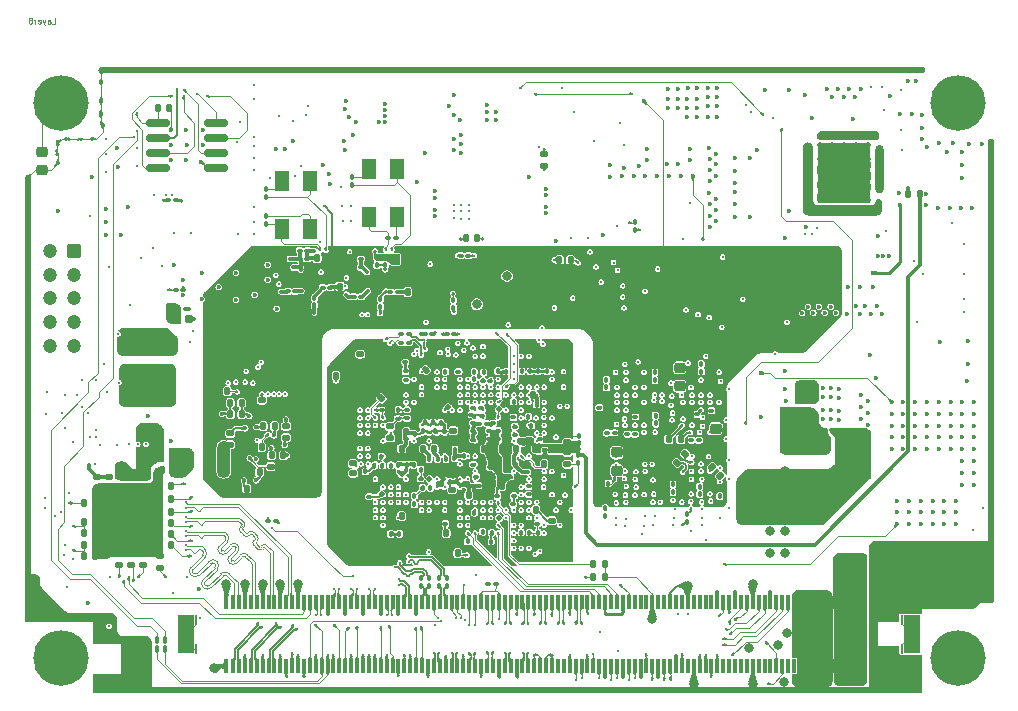
<source format=gbr>
%TF.GenerationSoftware,KiCad,Pcbnew,7.99.0-3958-g1df84f4d92*%
%TF.CreationDate,2023-12-24T00:45:36+01:00*%
%TF.ProjectId,SBC,5342432e-6b69-4636-9164-5f7063625858,rev?*%
%TF.SameCoordinates,Original*%
%TF.FileFunction,Copper,L8,Bot*%
%TF.FilePolarity,Positive*%
%FSLAX46Y46*%
G04 Gerber Fmt 4.6, Leading zero omitted, Abs format (unit mm)*
G04 Created by KiCad (PCBNEW 7.99.0-3958-g1df84f4d92) date 2023-12-24 00:45:36*
%MOMM*%
%LPD*%
G01*
G04 APERTURE LIST*
G04 Aperture macros list*
%AMRoundRect*
0 Rectangle with rounded corners*
0 $1 Rounding radius*
0 $2 $3 $4 $5 $6 $7 $8 $9 X,Y pos of 4 corners*
0 Add a 4 corners polygon primitive as box body*
4,1,4,$2,$3,$4,$5,$6,$7,$8,$9,$2,$3,0*
0 Add four circle primitives for the rounded corners*
1,1,$1+$1,$2,$3*
1,1,$1+$1,$4,$5*
1,1,$1+$1,$6,$7*
1,1,$1+$1,$8,$9*
0 Add four rect primitives between the rounded corners*
20,1,$1+$1,$2,$3,$4,$5,0*
20,1,$1+$1,$4,$5,$6,$7,0*
20,1,$1+$1,$6,$7,$8,$9,0*
20,1,$1+$1,$8,$9,$2,$3,0*%
G04 Aperture macros list end*
%ADD10C,0.100000*%
%TA.AperFunction,NonConductor*%
%ADD11C,0.100000*%
%TD*%
%TA.AperFunction,ComponentPad*%
%ADD12RoundRect,0.250000X-0.350000X0.350000X-0.350000X-0.350000X0.350000X-0.350000X0.350000X0.350000X0*%
%TD*%
%TA.AperFunction,ComponentPad*%
%ADD13C,1.200000*%
%TD*%
%TA.AperFunction,ComponentPad*%
%ADD14C,0.300000*%
%TD*%
%TA.AperFunction,ComponentPad*%
%ADD15C,3.100000*%
%TD*%
%TA.AperFunction,ConnectorPad*%
%ADD16C,4.700000*%
%TD*%
%TA.AperFunction,ComponentPad*%
%ADD17C,0.500000*%
%TD*%
%TA.AperFunction,SMDPad,CuDef*%
%ADD18R,4.500000X5.200000*%
%TD*%
%TA.AperFunction,SMDPad,CuDef*%
%ADD19RoundRect,0.140000X-0.170000X0.140000X-0.170000X-0.140000X0.170000X-0.140000X0.170000X0.140000X0*%
%TD*%
%TA.AperFunction,SMDPad,CuDef*%
%ADD20RoundRect,0.100000X0.130000X0.100000X-0.130000X0.100000X-0.130000X-0.100000X0.130000X-0.100000X0*%
%TD*%
%TA.AperFunction,SMDPad,CuDef*%
%ADD21RoundRect,0.100000X-0.130000X-0.100000X0.130000X-0.100000X0.130000X0.100000X-0.130000X0.100000X0*%
%TD*%
%TA.AperFunction,SMDPad,CuDef*%
%ADD22RoundRect,0.135000X-0.185000X0.135000X-0.185000X-0.135000X0.185000X-0.135000X0.185000X0.135000X0*%
%TD*%
%TA.AperFunction,SMDPad,CuDef*%
%ADD23RoundRect,0.140000X0.140000X0.170000X-0.140000X0.170000X-0.140000X-0.170000X0.140000X-0.170000X0*%
%TD*%
%TA.AperFunction,SMDPad,CuDef*%
%ADD24RoundRect,0.100000X-0.100000X0.130000X-0.100000X-0.130000X0.100000X-0.130000X0.100000X0.130000X0*%
%TD*%
%TA.AperFunction,SMDPad,CuDef*%
%ADD25RoundRect,0.135000X-0.135000X-0.185000X0.135000X-0.185000X0.135000X0.185000X-0.135000X0.185000X0*%
%TD*%
%TA.AperFunction,SMDPad,CuDef*%
%ADD26RoundRect,0.100000X0.100000X-0.130000X0.100000X0.130000X-0.100000X0.130000X-0.100000X-0.130000X0*%
%TD*%
%TA.AperFunction,SMDPad,CuDef*%
%ADD27RoundRect,0.140000X-0.140000X-0.170000X0.140000X-0.170000X0.140000X0.170000X-0.140000X0.170000X0*%
%TD*%
%TA.AperFunction,SMDPad,CuDef*%
%ADD28R,1.400000X3.300000*%
%TD*%
%TA.AperFunction,SMDPad,CuDef*%
%ADD29R,0.250000X0.850000*%
%TD*%
%TA.AperFunction,SMDPad,CuDef*%
%ADD30R,0.450000X1.200000*%
%TD*%
%TA.AperFunction,SMDPad,CuDef*%
%ADD31R,0.300000X1.200000*%
%TD*%
%TA.AperFunction,SMDPad,CuDef*%
%ADD32RoundRect,0.100000X0.021213X0.162635X-0.162635X-0.021213X-0.021213X-0.162635X0.162635X0.021213X0*%
%TD*%
%TA.AperFunction,SMDPad,CuDef*%
%ADD33RoundRect,0.135000X0.185000X-0.135000X0.185000X0.135000X-0.185000X0.135000X-0.185000X-0.135000X0*%
%TD*%
%TA.AperFunction,SMDPad,CuDef*%
%ADD34RoundRect,0.140000X0.170000X-0.140000X0.170000X0.140000X-0.170000X0.140000X-0.170000X-0.140000X0*%
%TD*%
%TA.AperFunction,SMDPad,CuDef*%
%ADD35RoundRect,0.225000X-0.250000X0.225000X-0.250000X-0.225000X0.250000X-0.225000X0.250000X0.225000X0*%
%TD*%
%TA.AperFunction,SMDPad,CuDef*%
%ADD36RoundRect,0.135000X0.135000X0.185000X-0.135000X0.185000X-0.135000X-0.185000X0.135000X-0.185000X0*%
%TD*%
%TA.AperFunction,SMDPad,CuDef*%
%ADD37RoundRect,0.100000X-0.100000X0.217500X-0.100000X-0.217500X0.100000X-0.217500X0.100000X0.217500X0*%
%TD*%
%TA.AperFunction,SMDPad,CuDef*%
%ADD38R,1.200000X1.800000*%
%TD*%
%TA.AperFunction,SMDPad,CuDef*%
%ADD39RoundRect,0.160000X-0.197500X-0.160000X0.197500X-0.160000X0.197500X0.160000X-0.197500X0.160000X0*%
%TD*%
%TA.AperFunction,SMDPad,CuDef*%
%ADD40RoundRect,0.150000X0.825000X0.150000X-0.825000X0.150000X-0.825000X-0.150000X0.825000X-0.150000X0*%
%TD*%
%TA.AperFunction,SMDPad,CuDef*%
%ADD41RoundRect,0.250000X0.650000X-0.325000X0.650000X0.325000X-0.650000X0.325000X-0.650000X-0.325000X0*%
%TD*%
%TA.AperFunction,SMDPad,CuDef*%
%ADD42RoundRect,0.147500X0.147500X0.172500X-0.147500X0.172500X-0.147500X-0.172500X0.147500X-0.172500X0*%
%TD*%
%TA.AperFunction,SMDPad,CuDef*%
%ADD43RoundRect,0.100000X-0.021213X-0.162635X0.162635X0.021213X0.021213X0.162635X-0.162635X-0.021213X0*%
%TD*%
%TA.AperFunction,SMDPad,CuDef*%
%ADD44RoundRect,0.140000X0.021213X-0.219203X0.219203X-0.021213X-0.021213X0.219203X-0.219203X0.021213X0*%
%TD*%
%TA.AperFunction,SMDPad,CuDef*%
%ADD45RoundRect,0.250000X-1.000000X-0.650000X1.000000X-0.650000X1.000000X0.650000X-1.000000X0.650000X0*%
%TD*%
%TA.AperFunction,SMDPad,CuDef*%
%ADD46RoundRect,0.250000X-0.650000X0.325000X-0.650000X-0.325000X0.650000X-0.325000X0.650000X0.325000X0*%
%TD*%
%TA.AperFunction,SMDPad,CuDef*%
%ADD47RoundRect,0.135000X0.226274X0.035355X0.035355X0.226274X-0.226274X-0.035355X-0.035355X-0.226274X0*%
%TD*%
%TA.AperFunction,SMDPad,CuDef*%
%ADD48RoundRect,0.225000X0.250000X-0.225000X0.250000X0.225000X-0.250000X0.225000X-0.250000X-0.225000X0*%
%TD*%
%TA.AperFunction,SMDPad,CuDef*%
%ADD49RoundRect,0.100000X-0.162635X0.021213X0.021213X-0.162635X0.162635X-0.021213X-0.021213X0.162635X0*%
%TD*%
%TA.AperFunction,SMDPad,CuDef*%
%ADD50RoundRect,0.135000X0.035355X-0.226274X0.226274X-0.035355X-0.035355X0.226274X-0.226274X0.035355X0*%
%TD*%
%TA.AperFunction,SMDPad,CuDef*%
%ADD51RoundRect,0.100000X0.162635X-0.021213X-0.021213X0.162635X-0.162635X0.021213X0.021213X-0.162635X0*%
%TD*%
%TA.AperFunction,SMDPad,CuDef*%
%ADD52RoundRect,0.218750X-0.218750X-0.256250X0.218750X-0.256250X0.218750X0.256250X-0.218750X0.256250X0*%
%TD*%
%TA.AperFunction,SMDPad,CuDef*%
%ADD53RoundRect,0.147500X0.172500X-0.147500X0.172500X0.147500X-0.172500X0.147500X-0.172500X-0.147500X0*%
%TD*%
%TA.AperFunction,ViaPad*%
%ADD54C,0.300000*%
%TD*%
%TA.AperFunction,ViaPad*%
%ADD55C,0.800000*%
%TD*%
%TA.AperFunction,ViaPad*%
%ADD56C,0.360000*%
%TD*%
%TA.AperFunction,Conductor*%
%ADD57C,0.120000*%
%TD*%
%TA.AperFunction,Conductor*%
%ADD58C,0.150000*%
%TD*%
%TA.AperFunction,Conductor*%
%ADD59C,0.110000*%
%TD*%
%TA.AperFunction,Conductor*%
%ADD60C,0.300000*%
%TD*%
%TA.AperFunction,Conductor*%
%ADD61C,0.350000*%
%TD*%
%TA.AperFunction,Conductor*%
%ADD62C,0.200000*%
%TD*%
%TA.AperFunction,Conductor*%
%ADD63C,0.140000*%
%TD*%
%TA.AperFunction,Conductor*%
%ADD64C,0.250000*%
%TD*%
%TA.AperFunction,Conductor*%
%ADD65C,0.100000*%
%TD*%
%TA.AperFunction,Conductor*%
%ADD66C,0.130000*%
%TD*%
G04 APERTURE END LIST*
D10*
D11*
X-710932Y53693391D02*
X-472837Y53693391D01*
X-472837Y53693391D02*
X-472837Y54193391D01*
X-1091885Y53693391D02*
X-1091885Y53955296D01*
X-1091885Y53955296D02*
X-1068075Y54002915D01*
X-1068075Y54002915D02*
X-1020456Y54026724D01*
X-1020456Y54026724D02*
X-925218Y54026724D01*
X-925218Y54026724D02*
X-877599Y54002915D01*
X-1091885Y53717200D02*
X-1044266Y53693391D01*
X-1044266Y53693391D02*
X-925218Y53693391D01*
X-925218Y53693391D02*
X-877599Y53717200D01*
X-877599Y53717200D02*
X-853790Y53764820D01*
X-853790Y53764820D02*
X-853790Y53812439D01*
X-853790Y53812439D02*
X-877599Y53860058D01*
X-877599Y53860058D02*
X-925218Y53883867D01*
X-925218Y53883867D02*
X-1044266Y53883867D01*
X-1044266Y53883867D02*
X-1091885Y53907677D01*
X-1282361Y54026724D02*
X-1401409Y53693391D01*
X-1520456Y54026724D02*
X-1401409Y53693391D01*
X-1401409Y53693391D02*
X-1353790Y53574343D01*
X-1353790Y53574343D02*
X-1329980Y53550534D01*
X-1329980Y53550534D02*
X-1282361Y53526724D01*
X-1901408Y53717200D02*
X-1853789Y53693391D01*
X-1853789Y53693391D02*
X-1758551Y53693391D01*
X-1758551Y53693391D02*
X-1710932Y53717200D01*
X-1710932Y53717200D02*
X-1687123Y53764820D01*
X-1687123Y53764820D02*
X-1687123Y53955296D01*
X-1687123Y53955296D02*
X-1710932Y54002915D01*
X-1710932Y54002915D02*
X-1758551Y54026724D01*
X-1758551Y54026724D02*
X-1853789Y54026724D01*
X-1853789Y54026724D02*
X-1901408Y54002915D01*
X-1901408Y54002915D02*
X-1925218Y53955296D01*
X-1925218Y53955296D02*
X-1925218Y53907677D01*
X-1925218Y53907677D02*
X-1687123Y53860058D01*
X-2139503Y53693391D02*
X-2139503Y54026724D01*
X-2139503Y53931486D02*
X-2163313Y53979105D01*
X-2163313Y53979105D02*
X-2187122Y54002915D01*
X-2187122Y54002915D02*
X-2234741Y54026724D01*
X-2234741Y54026724D02*
X-2282360Y54026724D01*
X-2520456Y53979105D02*
X-2472837Y54002915D01*
X-2472837Y54002915D02*
X-2449027Y54026724D01*
X-2449027Y54026724D02*
X-2425218Y54074343D01*
X-2425218Y54074343D02*
X-2425218Y54098153D01*
X-2425218Y54098153D02*
X-2449027Y54145772D01*
X-2449027Y54145772D02*
X-2472837Y54169581D01*
X-2472837Y54169581D02*
X-2520456Y54193391D01*
X-2520456Y54193391D02*
X-2615694Y54193391D01*
X-2615694Y54193391D02*
X-2663313Y54169581D01*
X-2663313Y54169581D02*
X-2687122Y54145772D01*
X-2687122Y54145772D02*
X-2710932Y54098153D01*
X-2710932Y54098153D02*
X-2710932Y54074343D01*
X-2710932Y54074343D02*
X-2687122Y54026724D01*
X-2687122Y54026724D02*
X-2663313Y54002915D01*
X-2663313Y54002915D02*
X-2615694Y53979105D01*
X-2615694Y53979105D02*
X-2520456Y53979105D01*
X-2520456Y53979105D02*
X-2472837Y53955296D01*
X-2472837Y53955296D02*
X-2449027Y53931486D01*
X-2449027Y53931486D02*
X-2425218Y53883867D01*
X-2425218Y53883867D02*
X-2425218Y53788629D01*
X-2425218Y53788629D02*
X-2449027Y53741010D01*
X-2449027Y53741010D02*
X-2472837Y53717200D01*
X-2472837Y53717200D02*
X-2520456Y53693391D01*
X-2520456Y53693391D02*
X-2615694Y53693391D01*
X-2615694Y53693391D02*
X-2663313Y53717200D01*
X-2663313Y53717200D02*
X-2687122Y53741010D01*
X-2687122Y53741010D02*
X-2710932Y53788629D01*
X-2710932Y53788629D02*
X-2710932Y53883867D01*
X-2710932Y53883867D02*
X-2687122Y53931486D01*
X-2687122Y53931486D02*
X-2663313Y53955296D01*
X-2663313Y53955296D02*
X-2615694Y53979105D01*
D12*
%TO.P,J3,1,Pin_1*%
%TO.N,Net-(J3-Pin_1)*%
X1112000Y34427000D03*
D13*
%TO.P,J3,2,Pin_2*%
%TO.N,JTAG_TMS*%
X-888000Y34427000D03*
%TO.P,J3,3,Pin_3*%
%TO.N,GND*%
X1112000Y32427000D03*
%TO.P,J3,4,Pin_4*%
%TO.N,JTAG_TCK*%
X-888000Y32427000D03*
%TO.P,J3,5,Pin_5*%
%TO.N,GND*%
X1112000Y30427000D03*
%TO.P,J3,6,Pin_6*%
%TO.N,JTAG_TDO*%
X-888000Y30427000D03*
%TO.P,J3,7,Pin_7*%
%TO.N,Net-(J3-Pin_7)*%
X1112000Y28427000D03*
%TO.P,J3,8,Pin_8*%
%TO.N,JTAG_TDI*%
X-888000Y28427000D03*
%TO.P,J3,9,Pin_9*%
%TO.N,Net-(J3-Pin_9)*%
X1112000Y26427000D03*
%TO.P,J3,10,Pin_10*%
%TO.N,Net-(D9-K)*%
X-888000Y26427000D03*
%TD*%
D14*
%TO.P,U6,8,GND*%
%TO.N,GND*%
X7185800Y23386000D03*
X7685800Y23386000D03*
X8185800Y23386000D03*
X7185800Y24386000D03*
X7685800Y24386000D03*
X8185800Y24386000D03*
%TD*%
D15*
%TO.P,H3,1,1*%
%TO.N,Net-(C289-Pad1)*%
X0Y47000000D03*
D16*
X0Y47000000D03*
%TD*%
D15*
%TO.P,H1,1,1*%
%TO.N,Net-(C287-Pad1)*%
X76000000Y47000000D03*
D16*
X76000000Y47000000D03*
%TD*%
D15*
%TO.P,H2,1,1*%
%TO.N,Net-(C288-Pad1)*%
X0Y0D03*
D16*
X0Y0D03*
%TD*%
D17*
%TO.P,U1,57,EPGND*%
%TO.N,GND*%
X64327981Y43424986D03*
X64327981Y42249986D03*
X64327981Y41074986D03*
X64327981Y39899986D03*
X64327981Y38724986D03*
X65327981Y43424986D03*
X65327981Y42249986D03*
X65327981Y41074986D03*
X65327981Y39899986D03*
X65327981Y38724986D03*
X66327981Y43424986D03*
X66327981Y42249986D03*
X66327981Y41074986D03*
D18*
X66327981Y41074986D03*
D17*
X66327981Y39899986D03*
X66327981Y38724986D03*
X67327981Y43424986D03*
X67327981Y42249986D03*
X67327981Y41074986D03*
X67327981Y39899986D03*
X67327981Y38724986D03*
X68327981Y43424986D03*
X68327981Y42249986D03*
X68327981Y41074986D03*
X68327981Y39899986D03*
X68327981Y38724986D03*
%TD*%
D15*
%TO.P,H4,1,1*%
%TO.N,Net-(C290-Pad1)*%
X76000000Y0D03*
D16*
X76000000Y0D03*
%TD*%
D19*
%TO.P,C165,1*%
%TO.N,VDD_GPU_0V9*%
X32100000Y14675814D03*
%TO.P,C165,2*%
%TO.N,GND*%
X32100000Y13715814D03*
%TD*%
D20*
%TO.P,C137,1*%
%TO.N,3.3V_SW_DELAYED*%
X10370000Y31150000D03*
%TO.P,C137,2*%
%TO.N,GND*%
X9730000Y31150000D03*
%TD*%
%TO.P,C215,1*%
%TO.N,VDD_DRAM_0V9*%
X36348014Y16111994D03*
%TO.P,C215,2*%
%TO.N,GND*%
X35708014Y16111994D03*
%TD*%
D21*
%TO.P,C295,1*%
%TO.N,VDD_1V8*%
X24773600Y33049800D03*
%TO.P,C295,2*%
%TO.N,GND*%
X25413600Y33049800D03*
%TD*%
D22*
%TO.P,R36,1*%
%TO.N,GND*%
X24754519Y17464614D03*
%TO.P,R36,2*%
%TO.N,Net-(U9M-USB1_RESREF)*%
X24754519Y16444614D03*
%TD*%
D23*
%TO.P,C5,1*%
%TO.N,GND*%
X64307981Y39987486D03*
%TO.P,C5,2*%
%TO.N,3.3V_SW*%
X63347981Y39987486D03*
%TD*%
D24*
%TO.P,C180,1*%
%TO.N,GND*%
X48600000Y36870000D03*
%TO.P,C180,2*%
%TO.N,VDD_VPU_0V9*%
X48600000Y36230000D03*
%TD*%
D25*
%TO.P,R62,1*%
%TO.N,Net-(U9H-JTAG_MOD)*%
X45044519Y6814614D03*
%TO.P,R62,2*%
%TO.N,GND*%
X46064519Y6814614D03*
%TD*%
D21*
%TO.P,C160,1*%
%TO.N,/MPU/VDDA_0P9*%
X36636400Y19850000D03*
%TO.P,C160,2*%
%TO.N,GND*%
X37276400Y19850000D03*
%TD*%
D26*
%TO.P,C240,1*%
%TO.N,GND*%
X39750000Y23601224D03*
%TO.P,C240,2*%
%TO.N,NVCC_DRAM_1V1*%
X39750000Y24241224D03*
%TD*%
D22*
%TO.P,R73,1*%
%TO.N,SD1_CMD*%
X17778400Y16186200D03*
%TO.P,R73,2*%
%TO.N,VDD_1V8*%
X17778400Y15166200D03*
%TD*%
D27*
%TO.P,C283,1*%
%TO.N,VDD_1V8*%
X15879519Y15720014D03*
%TO.P,C283,2*%
%TO.N,GND*%
X16839519Y15720014D03*
%TD*%
D20*
%TO.P,C184,1*%
%TO.N,VDD_DRAM_0V9*%
X38316800Y12983800D03*
%TO.P,C184,2*%
%TO.N,GND*%
X37676800Y12983800D03*
%TD*%
D19*
%TO.P,C10,1*%
%TO.N,GND*%
X68077981Y38917486D03*
%TO.P,C10,2*%
%TO.N,3.3V_SW*%
X68077981Y37957486D03*
%TD*%
D26*
%TO.P,C245,1*%
%TO.N,VDD_GPU_0V9*%
X30502519Y15925814D03*
%TO.P,C245,2*%
%TO.N,GND*%
X30502519Y16565814D03*
%TD*%
%TO.P,C197,1*%
%TO.N,GND*%
X38355924Y21050429D03*
%TO.P,C197,2*%
%TO.N,VDD_DRAM_0V9*%
X38355924Y21690429D03*
%TD*%
D28*
%TO.P,J1,221*%
%TO.N,N/C*%
X72050000Y2000000D03*
D29*
%TO.P,J1,221.1*%
X71225000Y3225000D03*
%TO.P,J1,221.2*%
X71225000Y775000D03*
D28*
%TO.P,J1,222*%
X10650000Y2000000D03*
D29*
%TO.P,J1,222.1*%
X11475000Y3225000D03*
%TO.P,J1,222.2*%
X11475000Y775000D03*
D30*
%TO.P,J1,A1,GND(FIXED)*%
%TO.N,GND*%
X14025000Y4700000D03*
D31*
%TO.P,J1,A2,GBE0_MDI3-*%
%TO.N,GBE0_MDI3_N*%
X14600000Y4700000D03*
%TO.P,J1,A3,GBE0_MDI3+*%
%TO.N,GBE0_MDI3_P*%
X15100000Y4700000D03*
%TO.P,J1,A4,GBE0_LINK100#*%
%TO.N,GND*%
X15600000Y4700000D03*
%TO.P,J1,A5,GBE0_LINK1000#*%
%TO.N,GBE0_MDI2_N*%
X16100000Y4700000D03*
%TO.P,J1,A6,GBE0_MDI2-*%
%TO.N,GBE0_MDI2_P*%
X16600000Y4700000D03*
%TO.P,J1,A7,GBE0_MDI2+*%
%TO.N,GND*%
X17100000Y4700000D03*
%TO.P,J1,A8,GBE0_LINK#*%
%TO.N,GBE0_MDI1_N*%
X17600000Y4700000D03*
%TO.P,J1,A9,GBE0_MDI1-*%
%TO.N,GBE0_MDI1_P*%
X18100000Y4700000D03*
%TO.P,J1,A10,GBE0_MDI1+*%
%TO.N,GND*%
X18600000Y4700000D03*
%TO.P,J1,A11,GND(FIXED)*%
%TO.N,GBE0_MDI0_N*%
X19100000Y4700000D03*
%TO.P,J1,A12,GBE0_MDI0-*%
%TO.N,GBE0_MDI0_P*%
X19600000Y4700000D03*
%TO.P,J1,A13,GBE0_MDI0+*%
%TO.N,GND*%
X20100000Y4700000D03*
%TO.P,J1,A14,GBE0_CTREF_(\u002A)*%
%TO.N,/IO/LED0*%
X20600000Y4700000D03*
%TO.P,J1,A15,SUS_S3#*%
%TO.N,/IO/LED1*%
X21100000Y4700000D03*
%TO.P,J1,A16,SATA0_TX+*%
%TO.N,DSI_D2_N*%
X21600000Y4700000D03*
%TO.P,J1,A17,SATA0_TX-*%
%TO.N,DSI_D2_P*%
X22100000Y4700000D03*
%TO.P,J1,A18,SUS_S4#*%
%TO.N,GND*%
X22600000Y4700000D03*
%TO.P,J1,A19,SATA0_RX+*%
%TO.N,DSI_D0_N*%
X23100000Y4700000D03*
%TO.P,J1,A20,SATA0_RX-*%
%TO.N,DSI_D0_P*%
X23600000Y4700000D03*
%TO.P,J1,A21,GND(FIXED)*%
%TO.N,GND*%
X24100000Y4700000D03*
%TO.P,J1,A22,USB_SSRX0-*%
%TO.N,DSI_D1_N*%
X24600000Y4700000D03*
%TO.P,J1,A23,USB_SSRX0+*%
%TO.N,DSI_D1_P*%
X25100000Y4700000D03*
%TO.P,J1,A24,SUS_S5#*%
%TO.N,GND*%
X25600000Y4700000D03*
%TO.P,J1,A25,USB_SSRX1-_(\u002A)*%
%TO.N,DSI_D3_N*%
X26100000Y4700000D03*
%TO.P,J1,A26,USB_SSRX1+_(\u002A)*%
%TO.N,DSI_D3_P*%
X26600000Y4700000D03*
%TO.P,J1,A27,BATLOW#*%
%TO.N,GND*%
X27100000Y4700000D03*
%TO.P,J1,A28,(S)ATA_ACT#*%
%TO.N,DSI_CLK_N*%
X27600000Y4700000D03*
%TO.P,J1,A29,AC/HDA_SYNC_(\u002A\u002A)*%
%TO.N,DSI_CLK_P*%
X28100000Y4700000D03*
%TO.P,J1,A30,AC/HDA_RST#_*%
%TO.N,GND*%
X28600000Y4700000D03*
%TO.P,J1,A31,GND(FIXED)*%
%TO.N,USB1_DP*%
X29100000Y4700000D03*
%TO.P,J1,A32,AC/HDA_BITCLK_(\u002A\u002A)*%
%TO.N,USB1_DN*%
X29600000Y4700000D03*
%TO.P,J1,A33,AC/HDA_SDOUT_(\u002A\u002A)*%
%TO.N,GND*%
X30100000Y4700000D03*
%TO.P,J1,A34,BIOS_DIS0#*%
%TO.N,USB1_TX_P*%
X30600000Y4700000D03*
%TO.P,J1,A35,THRMTRIP#*%
%TO.N,USB1_TX_N*%
X31100000Y4700000D03*
%TO.P,J1,A36,USB6-*%
%TO.N,GND*%
X31600000Y4700000D03*
%TO.P,J1,A37,USB6+*%
%TO.N,USB1_RX_P*%
X32100000Y4700000D03*
%TO.P,J1,A38,USB1_VBUS*%
%TO.N,USB1_RX_N*%
X32600000Y4700000D03*
%TO.P,J1,A39,USB1_RX_N*%
%TO.N,GND*%
X33100000Y4700000D03*
%TO.P,J1,A40,USB1_RX_P*%
%TO.N,USB1_OC*%
X33600000Y4700000D03*
%TO.P,J1,A41,GND(FIXED)*%
%TO.N,USB1_VBUS*%
X34100000Y4700000D03*
%TO.P,J1,A42,USB1_TX_N*%
%TO.N,USB1_ID1*%
X34600000Y4700000D03*
%TO.P,J1,A43,USB1_TX_P*%
%TO.N,USB1_PWR_EN*%
X35100000Y4700000D03*
%TO.P,J1,A44,GND(FIXED)*%
%TO.N,GND*%
X35600000Y4700000D03*
%TO.P,J1,A45,USB1_DN*%
%TO.N,HDMI_TX3_N*%
X36100000Y4700000D03*
%TO.P,J1,A46,USB1_DP*%
%TO.N,HDMI_TX3_P*%
X36600000Y4700000D03*
%TO.P,J1,A47,VCC_RTC*%
%TO.N,GND*%
X37100000Y4700000D03*
%TO.P,J1,A48,EXCD0_PERST#*%
%TO.N,HDMI_TX2_P*%
X37600000Y4700000D03*
%TO.P,J1,A49,EXCD0_CPPE#*%
%TO.N,HDMI_TX2_N*%
X38100000Y4700000D03*
%TO.P,J1,A50,LPC_SERIRQ_(\u002A\u002A)*%
%TO.N,GND*%
X38600000Y4700000D03*
%TO.P,J1,A51,GND(FIXED)*%
%TO.N,HDMI_REFCLK_N*%
X39100000Y4700000D03*
%TO.P,J1,A52,RSVD*%
%TO.N,HDMI_REFCLK_P*%
X39600000Y4700000D03*
%TO.P,J1,A53,RSVD*%
%TO.N,GND*%
X40100000Y4700000D03*
%TO.P,J1,A54,GPI0*%
%TO.N,HDMI_TX0_P*%
X40600000Y4700000D03*
%TO.P,J1,A55,RSVD*%
%TO.N,HDMI_TX0_N*%
X41100000Y4700000D03*
%TO.P,J1,A56,RSVD*%
%TO.N,GND*%
X41600000Y4700000D03*
%TO.P,J1,A57,GND*%
%TO.N,HDMI_TX1_N*%
X42100000Y4700000D03*
%TO.P,J1,A58,PCIE_TX3+*%
%TO.N,HDMI_TX1_P*%
X42600000Y4700000D03*
%TO.P,J1,A59,PCIE_TX3-*%
%TO.N,GND*%
X43100000Y4700000D03*
%TO.P,J1,A60,GND(FIXED)*%
%TO.N,HDMI_AUX_P*%
X43600000Y4700000D03*
%TO.P,J1,A61,PCIE_TX2+*%
%TO.N,HDMI_AUX_N*%
X44100000Y4700000D03*
%TO.P,J1,A62,PCIE_TX2-*%
%TO.N,GND*%
X44600000Y4700000D03*
%TO.P,J1,A63,GPI1*%
%TO.N,HDMI_SDA*%
X45100000Y4700000D03*
%TO.P,J1,A64,PCIE_TX1+*%
%TO.N,HDMI_SCL*%
X45600000Y4700000D03*
%TO.P,J1,A65,PCIE_TX1-*%
%TO.N,GND*%
X46100000Y4700000D03*
%TO.P,J1,A66,GND*%
%TO.N,HDMI_HDP*%
X46600000Y4700000D03*
%TO.P,J1,A67,GPI2*%
%TO.N,HDMI_CEC*%
X47100000Y4700000D03*
%TO.P,J1,A68,PCIE_TX0+*%
%TO.N,GND*%
X47600000Y4700000D03*
%TO.P,J1,A69,PCIE_TX0-*%
%TO.N,BOOT_SEL*%
X48100000Y4700000D03*
%TO.P,J1,A70,GND(FIXED)*%
%TO.N,unconnected-(J1-GND(FIXED)-PadA70)*%
X48600000Y4700000D03*
%TO.P,J1,A71,eDP_TX2+/LVDS_A0+*%
%TO.N,unconnected-(J1-eDP_TX2+{slash}LVDS_A0+-PadA71)*%
X49100000Y4700000D03*
%TO.P,J1,A72,eDP_TX2-/LVDS_A0-*%
%TO.N,unconnected-(J1-eDP_TX2-{slash}LVDS_A0--PadA72)*%
X49600000Y4700000D03*
%TO.P,J1,A73,eDP_TX1+/LVDS_A1+*%
%TO.N,GND*%
X50100000Y4700000D03*
%TO.P,J1,A74,eDP_TX1-/LVDS_A1-*%
%TO.N,unconnected-(J1-eDP_TX1-{slash}LVDS_A1--PadA74)*%
X50600000Y4700000D03*
%TO.P,J1,A75,eDP_TX0+/LVDS_A2+*%
%TO.N,unconnected-(J1-eDP_TX0+{slash}LVDS_A2+-PadA75)*%
X51100000Y4700000D03*
%TO.P,J1,A76,eDP_TX0-/LVDS_A2-*%
%TO.N,GND*%
X51600000Y4700000D03*
%TO.P,J1,A77,eDP/LVDS_VDD_EN*%
%TO.N,unconnected-(J1-eDP{slash}LVDS_VDD_EN-PadA77)*%
X52100000Y4700000D03*
%TO.P,J1,A78,LVDS_A3+*%
%TO.N,unconnected-(J1-LVDS_A3+-PadA78)*%
X52600000Y4700000D03*
%TO.P,J1,A79,LVDS_A3-*%
%TO.N,GND*%
X53100000Y4700000D03*
%TO.P,J1,A80,GND(FIXED)*%
%TO.N,unconnected-(J1-GND(FIXED)-PadA80)*%
X53600000Y4700000D03*
%TO.P,J1,A81,eDP_TX3+/LVDS_A_CK+*%
%TO.N,unconnected-(J1-eDP_TX3+{slash}LVDS_A_CK+-PadA81)*%
X54100000Y4700000D03*
%TO.P,J1,A82,eDP_TX3-/LVDS_A_CK-*%
%TO.N,unconnected-(J1-eDP_TX3-{slash}LVDS_A_CK--PadA82)*%
X54600000Y4700000D03*
%TO.P,J1,A83,eDP_AUX+/LVDS_I2C_CK*%
%TO.N,unconnected-(J1-eDP_AUX+{slash}LVDS_I2C_CK-PadA83)*%
X55100000Y4700000D03*
%TO.P,J1,A84,eDP_AUX-/LVDS_I2C_DAT*%
%TO.N,GND*%
X55600000Y4700000D03*
%TO.P,J1,A85,GPI3*%
%TO.N,SD2_nRST*%
X56100000Y4700000D03*
%TO.P,J1,A86,RSVD*%
%TO.N,SD2_nCD*%
X56600000Y4700000D03*
%TO.P,J1,A87,eDP_HPD*%
%TO.N,GND*%
X57100000Y4700000D03*
%TO.P,J1,A88,PCIE_CLK_REF+*%
%TO.N,SD2_WP*%
X57600000Y4700000D03*
%TO.P,J1,A89,PCIE_CLK_REF-*%
%TO.N,SD2_D3*%
X58100000Y4700000D03*
%TO.P,J1,A90,GND(FIXED)*%
%TO.N,GND*%
X58600000Y4700000D03*
%TO.P,J1,A91,SPI_POWER*%
%TO.N,SD2_D2*%
X59100000Y4700000D03*
%TO.P,J1,A92,SPI_MISO_(\u002A\u002A)*%
%TO.N,SD2_D1*%
X59600000Y4700000D03*
%TO.P,J1,A93,GPO0*%
%TO.N,GND*%
X60100000Y4700000D03*
%TO.P,J1,A94,SPI_CLK_(\u002A\u002A)*%
%TO.N,SD2_D0*%
X60600000Y4700000D03*
%TO.P,J1,A95,SPI_MOSI_(\u002A\u002A)*%
%TO.N,SD2_CMD*%
X61100000Y4700000D03*
%TO.P,J1,A96,TPM_PP_(\u002A)*%
%TO.N,SD2_CLK*%
X61600000Y4700000D03*
%TO.P,J1,A97,TYPE10#*%
%TO.N,GND*%
X62100000Y4700000D03*
%TO.P,J1,A98,SER0_TX_(\u002A\u002A)*%
X62600000Y4700000D03*
%TO.P,J1,A99,SER0_RX_(\u002A\u002A)*%
X63100000Y4700000D03*
%TO.P,J1,A100,GND(FIXED)*%
X63600000Y4700000D03*
%TO.P,J1,A101,SER1_TX_(\u002A\u002A)*%
X64100000Y4700000D03*
%TO.P,J1,A102,SER1_RX_(\u002A\u002A)*%
X64600000Y4700000D03*
%TO.P,J1,A103,LID#*%
X65100000Y4700000D03*
%TO.P,J1,A104,VCC_12V*%
%TO.N,VIN*%
X65600000Y4700000D03*
%TO.P,J1,A105,VCC_12V*%
X66100000Y4700000D03*
%TO.P,J1,A106,VCC_12V*%
X66600000Y4700000D03*
%TO.P,J1,A107,VCC_12V*%
X67100000Y4700000D03*
%TO.P,J1,A108,VCC_12V*%
X67600000Y4700000D03*
%TO.P,J1,A109,VCC_12V*%
X68100000Y4700000D03*
D30*
%TO.P,J1,A110,GND(FIXED)*%
%TO.N,GND*%
X68675000Y4700000D03*
%TO.P,J1,B1,GND(FIXED)*%
X14025000Y-700000D03*
D31*
%TO.P,J1,B2,GBE0_ACT#*%
%TO.N,USB2_DP*%
X14600000Y-700000D03*
%TO.P,J1,B3,SPI0_NCS0*%
%TO.N,USB2_DN*%
X15100000Y-700000D03*
%TO.P,J1,B4,SPI0_IO0*%
%TO.N,GND*%
X15600000Y-700000D03*
%TO.P,J1,B5,SPI0_IO1*%
%TO.N,USB2_TX_P*%
X16100000Y-700000D03*
%TO.P,J1,B6,SPI0_IO2*%
%TO.N,USB2_TX_N*%
X16600000Y-700000D03*
%TO.P,J1,B7,SPI0_IO3*%
%TO.N,GND*%
X17100000Y-700000D03*
%TO.P,J1,B8,LPC_DRQ0#_(\u002A)*%
%TO.N,USB2_RX_P*%
X17600000Y-700000D03*
%TO.P,J1,B9,LPC_DRQ1#_(\u002A)*%
%TO.N,USB2_RX_N*%
X18100000Y-700000D03*
%TO.P,J1,B10,LPC_CLK*%
%TO.N,GND*%
X18600000Y-700000D03*
%TO.P,J1,B11,GND(FIXED)*%
%TO.N,USB2_ID1*%
X19100000Y-700000D03*
%TO.P,J1,B12,PWRBTN#*%
%TO.N,USB2_VBUS*%
X19600000Y-700000D03*
%TO.P,J1,B13,SMB_CK*%
%TO.N,GND*%
X20100000Y-700000D03*
%TO.P,J1,B14,SMB_DAT*%
%TO.N,USB2_PWR_EN*%
X20600000Y-700000D03*
%TO.P,J1,B15,SMB_ALERT#*%
%TO.N,USB2_OC*%
X21100000Y-700000D03*
%TO.P,J1,B16,SATA1_TX+*%
%TO.N,GND*%
X21600000Y-700000D03*
%TO.P,J1,B17,SATA1_TX-*%
%TO.N,UART1_TXD*%
X22100000Y-700000D03*
%TO.P,J1,B18,SUS_STAT#*%
%TO.N,UART1_RXD*%
X22600000Y-700000D03*
%TO.P,J1,B19,SATA1_RX+*%
%TO.N,GND*%
X23100000Y-700000D03*
%TO.P,J1,B20,SATA1_RX-*%
%TO.N,UART3_TXD*%
X23600000Y-700000D03*
%TO.P,J1,B21,GND(FIXED)*%
%TO.N,UART3_RXD*%
X24100000Y-700000D03*
%TO.P,J1,B22,USB_SSTX0-*%
%TO.N,GND*%
X24600000Y-700000D03*
%TO.P,J1,B23,USB_SSTX0+*%
%TO.N,UART2_RXD*%
X25100000Y-700000D03*
%TO.P,J1,B24,PWR_OK*%
%TO.N,UART2_TXD*%
X25600000Y-700000D03*
%TO.P,J1,B25,USB_SSTX1-_(\u002A)*%
%TO.N,GND*%
X26100000Y-700000D03*
%TO.P,J1,B26,USB_SSTX1+_(\u002A)*%
%TO.N,SPI2_SCLK*%
X26600000Y-700000D03*
%TO.P,J1,B27,WDT*%
%TO.N,SPI2_SSO*%
X27100000Y-700000D03*
%TO.P,J1,B28,AC/HDA_SDIN2_(\u002A)*%
%TO.N,SPI2_MOSI*%
X27600000Y-700000D03*
%TO.P,J1,B29,AC/HDA_SDIN1_(\u002A)*%
%TO.N,SPI2_MISO*%
X28100000Y-700000D03*
%TO.P,J1,B30,AC/HDA_SDIN0_(\u002A\u002A)*%
%TO.N,GND*%
X28600000Y-700000D03*
%TO.P,J1,B31,GND(FIXED)*%
%TO.N,SPI1_SCLK*%
X29100000Y-700000D03*
%TO.P,J1,B32,SPKR*%
%TO.N,SPI1_SSO*%
X29600000Y-700000D03*
%TO.P,J1,B33,I2C_CK*%
%TO.N,SPI1_MOSI*%
X30100000Y-700000D03*
%TO.P,J1,B34,I2C_DAT*%
%TO.N,SPI1_MISO*%
X30600000Y-700000D03*
%TO.P,J1,B35,THRM#*%
%TO.N,GND*%
X31100000Y-700000D03*
%TO.P,J1,B36,USB7-_(\u002A)*%
%TO.N,PCIE2_TXN*%
X31600000Y-700000D03*
%TO.P,J1,B37,USB7+_(\u002A)*%
%TO.N,PCIE2_TXP*%
X32100000Y-700000D03*
%TO.P,J1,B38,USB_4_5_OC#*%
%TO.N,GND*%
X32600000Y-700000D03*
%TO.P,J1,B39,USB5-*%
%TO.N,PCIE2_RXN*%
X33100000Y-700000D03*
%TO.P,J1,B40,USB5+*%
%TO.N,PCIE2_RXP*%
X33600000Y-700000D03*
%TO.P,J1,B41,GND(FIXED)*%
%TO.N,GND*%
X34100000Y-700000D03*
%TO.P,J1,B42,USB3-*%
%TO.N,HOST_PCIE2_CLK_N*%
X34600000Y-700000D03*
%TO.P,J1,B43,USB3+*%
%TO.N,HOST_PCIE2_CLK_P*%
X35100000Y-700000D03*
%TO.P,J1,B44,USB_0_1_OC#*%
%TO.N,GND*%
X35600000Y-700000D03*
%TO.P,J1,B45,USB1-*%
%TO.N,HOST_PCIE1_CLK_N*%
X36100000Y-700000D03*
%TO.P,J1,B46,USB1+*%
%TO.N,HOST_PCIE1_CLK_P*%
X36600000Y-700000D03*
%TO.P,J1,B47,EXCD1_PERST#*%
%TO.N,GND*%
X37100000Y-700000D03*
%TO.P,J1,B48,EXCD1_CPPE#*%
%TO.N,PCIE1_TXP*%
X37600000Y-700000D03*
%TO.P,J1,B49,SYS_RESET#*%
%TO.N,PCIE1_TXN*%
X38100000Y-700000D03*
%TO.P,J1,B50,CB_RESET#*%
%TO.N,GND*%
X38600000Y-700000D03*
%TO.P,J1,B51,GND(FIXED)*%
%TO.N,PCIE1_RXP*%
X39100000Y-700000D03*
%TO.P,J1,B52,RSVD*%
%TO.N,PCIE1_RXN*%
X39600000Y-700000D03*
%TO.P,J1,B53,RSVD*%
%TO.N,GND*%
X40100000Y-700000D03*
%TO.P,J1,B54,GPO1*%
X40600000Y-700000D03*
%TO.P,J1,B55,RSVD*%
X41100000Y-700000D03*
%TO.P,J1,B56,RSVD*%
X41600000Y-700000D03*
%TO.P,J1,B57,GPO2*%
%TO.N,unconnected-(J1-GPO2-PadB57)*%
X42100000Y-700000D03*
%TO.P,J1,B58,PCIE_RX3+*%
%TO.N,unconnected-(J1-PCIE_RX3+-PadB58)*%
X42600000Y-700000D03*
%TO.P,J1,B59,PCIE_RX3-*%
%TO.N,GND*%
X43100000Y-700000D03*
%TO.P,J1,B60,GND(FIXED)*%
%TO.N,UART4_RXD*%
X43600000Y-700000D03*
%TO.P,J1,B61,PCIE_RX2+*%
%TO.N,UART4_TXD*%
X44100000Y-700000D03*
%TO.P,J1,B62,PCIE_RX2-*%
%TO.N,GND*%
X44600000Y-700000D03*
%TO.P,J1,B63,GPO3*%
%TO.N,I2C1_SCL*%
X45100000Y-700000D03*
%TO.P,J1,B64,PCIE_RX1+*%
%TO.N,I2C1_SDA*%
X45600000Y-700000D03*
%TO.P,J1,B65,PCIE_RX1-*%
%TO.N,GND*%
X46100000Y-700000D03*
%TO.P,J1,B66,WAKE0#*%
%TO.N,I2C2_SDA*%
X46600000Y-700000D03*
%TO.P,J1,B67,WAKE1#_(\u002A\u002A)*%
%TO.N,I2C2_SCL*%
X47100000Y-700000D03*
%TO.P,J1,B68,PCIE_RX0+*%
%TO.N,GND*%
X47600000Y-700000D03*
%TO.P,J1,B69,PCIE_RX0-*%
%TO.N,I2C3_SCL*%
X48100000Y-700000D03*
%TO.P,J1,B70,GND(FIXED)*%
%TO.N,I2C3_SDA*%
X48600000Y-700000D03*
%TO.P,J1,B71,DDI0_PAIR0+*%
%TO.N,GND*%
X49100000Y-700000D03*
%TO.P,J1,B72,DDI0_PAIR0-*%
%TO.N,GPIO10*%
X49600000Y-700000D03*
%TO.P,J1,B73,DDI0_PAIR1+*%
%TO.N,GPIO9*%
X50100000Y-700000D03*
%TO.P,J1,B74,DDI0_PAIR1-*%
%TO.N,GND*%
X50600000Y-700000D03*
%TO.P,J1,B75,DDI0_PAIR2+*%
%TO.N,GPIO8*%
X51100000Y-700000D03*
%TO.P,J1,B76,DDI0_PAIR2-*%
%TO.N,GPIO6*%
X51600000Y-700000D03*
%TO.P,J1,B77,DDI0_PAIR4+_(\u002A)*%
%TO.N,GND*%
X52100000Y-700000D03*
%TO.P,J1,B78,DDI0_PAIR4-_(\u002A)*%
%TO.N,GPIO5*%
X52600000Y-700000D03*
%TO.P,J1,B79,eDP/LVDS_BKLT_EN*%
%TO.N,unconnected-(J1-eDP{slash}LVDS_BKLT_EN-PadB79)*%
X53100000Y-700000D03*
%TO.P,J1,B80,GND(FIXED)*%
%TO.N,GND*%
X53600000Y-700000D03*
%TO.P,J1,B81,DDI0_PAIR3+*%
%TO.N,GPIO0*%
X54100000Y-700000D03*
%TO.P,J1,B82,DDI0_PAIR3-*%
%TO.N,GPIO3*%
X54600000Y-700000D03*
%TO.P,J1,B83,eDP/LVDS_BKLT_CTRL*%
%TO.N,GND*%
X55100000Y-700000D03*
%TO.P,J1,B84,VCC_5V_SBY*%
%TO.N,GPIO4*%
X55600000Y-700000D03*
%TO.P,J1,B85,VCC_5V_SBY*%
%TO.N,unconnected-(J1-VCC_5V_SBY-PadB85)*%
X56100000Y-700000D03*
%TO.P,J1,B86,VCC_5V_SBY*%
%TO.N,unconnected-(J1-VCC_5V_SBY-PadB86)*%
X56600000Y-700000D03*
%TO.P,J1,B87,VCC_5V_SBY*%
%TO.N,unconnected-(J1-VCC_5V_SBY-PadB87)*%
X57100000Y-700000D03*
%TO.P,J1,B88,BIOS_DIS1#*%
%TO.N,unconnected-(J1-BIOS_DIS1#-PadB88)*%
X57600000Y-700000D03*
%TO.P,J1,B89,DD0_HPD*%
%TO.N,unconnected-(J1-DD0_HPD-PadB89)*%
X58100000Y-700000D03*
%TO.P,J1,B90,GND(FIXED)*%
%TO.N,GND*%
X58600000Y-700000D03*
%TO.P,J1,B91,DDI0_PAIR5+_(\u002A)*%
%TO.N,unconnected-(J1-DDI0_PAIR5+_(\u002A)-PadB91)*%
X59100000Y-700000D03*
%TO.P,J1,B92,DDI0_PAIR5-_(\u002A)*%
%TO.N,unconnected-(J1-DDI0_PAIR5-_(\u002A)-PadB92)*%
X59600000Y-700000D03*
%TO.P,J1,B93,DDI0_PAIR6+_(\u002A)*%
%TO.N,unconnected-(J1-DDI0_PAIR6+_(\u002A)-PadB93)*%
X60100000Y-700000D03*
%TO.P,J1,B94,DDI0_PAIR6-_(\u002A)*%
%TO.N,VBAT*%
X60600000Y-700000D03*
%TO.P,J1,B95,DDI0_DDC_AUX_SEL*%
%TO.N,SYS_NRST*%
X61100000Y-700000D03*
%TO.P,J1,B96,RSVD*%
%TO.N,SYS_NRST_OUT*%
X61600000Y-700000D03*
%TO.P,J1,B97,SPI_CS#_(\u002A\u002A)*%
%TO.N,unconnected-(J1-SPI_CS#_(\u002A\u002A)-PadB97)*%
X62100000Y-700000D03*
%TO.P,J1,B98,DDI0_CTRLCLK_AUX+*%
%TO.N,GND*%
X62600000Y-700000D03*
%TO.P,J1,B99,DDI0_CTRLDATA_AUX-*%
X63100000Y-700000D03*
%TO.P,J1,B100,GND(FIXED)*%
X63600000Y-700000D03*
%TO.P,J1,B101,FAN_PWMOUT*%
X64100000Y-700000D03*
%TO.P,J1,B102,FAN_TACHIN*%
X64600000Y-700000D03*
%TO.P,J1,B103,SLEEP#*%
X65100000Y-700000D03*
%TO.P,J1,B104,VCC_12V*%
%TO.N,VIN*%
X65600000Y-700000D03*
%TO.P,J1,B105,VCC_12V*%
X66100000Y-700000D03*
%TO.P,J1,B106,VCC_12V*%
X66600000Y-700000D03*
%TO.P,J1,B107,VCC_12V*%
X67100000Y-700000D03*
%TO.P,J1,B108,VCC_12V*%
X67600000Y-700000D03*
%TO.P,J1,B109,VCC_12V*%
X68100000Y-700000D03*
D30*
%TO.P,J1,B110,GND(FIXED)*%
%TO.N,GND*%
X68675000Y-700000D03*
%TD*%
D26*
%TO.P,C207,1*%
%TO.N,NVCC_DRAM_1V1*%
X39602429Y20406539D03*
%TO.P,C207,2*%
%TO.N,GND*%
X39602429Y21046539D03*
%TD*%
D32*
%TO.P,C192,1*%
%TO.N,VDD_PHY_3V3*%
X28913274Y15528274D03*
%TO.P,C192,2*%
%TO.N,GND*%
X28460726Y15075726D03*
%TD*%
D20*
%TO.P,C221,1*%
%TO.N,VDD_SNVS_0V9*%
X34914200Y21168400D03*
%TO.P,C221,2*%
%TO.N,GND*%
X34274200Y21168400D03*
%TD*%
D22*
%TO.P,R37,1*%
%TO.N,Net-(U9K-PCIE2_RESREF)*%
X25354519Y25699614D03*
%TO.P,R37,2*%
%TO.N,GND*%
X25354519Y24679614D03*
%TD*%
D23*
%TO.P,C330,1*%
%TO.N,/IO/ENET_2.5V_A*%
X9334519Y12364614D03*
%TO.P,C330,2*%
%TO.N,GND*%
X8374519Y12364614D03*
%TD*%
D24*
%TO.P,C214,1*%
%TO.N,VDD_GPU_0V9*%
X31300000Y14370000D03*
%TO.P,C214,2*%
%TO.N,GND*%
X31300000Y13730000D03*
%TD*%
D21*
%TO.P,C210,1*%
%TO.N,GND*%
X34290440Y18431331D03*
%TO.P,C210,2*%
%TO.N,VDD_SOC_0V9*%
X34930440Y18431331D03*
%TD*%
D20*
%TO.P,C117,1*%
%TO.N,GND*%
X29970000Y21000000D03*
%TO.P,C117,2*%
%TO.N,VDD_PHY_0V9*%
X29330000Y21000000D03*
%TD*%
D24*
%TO.P,C124,1*%
%TO.N,VDD_PHY_0V9*%
X36450000Y9820000D03*
%TO.P,C124,2*%
%TO.N,GND*%
X36450000Y9180000D03*
%TD*%
D20*
%TO.P,C226,1*%
%TO.N,VDD_GPU_0V9*%
X31450000Y27410000D03*
%TO.P,C226,2*%
%TO.N,GND*%
X30810000Y27410000D03*
%TD*%
D21*
%TO.P,C275,1,1*%
%TO.N,3.3V_SW_DELAYED*%
X9965400Y29544600D03*
%TO.P,C275,2,2*%
%TO.N,GND*%
X10605400Y29544600D03*
%TD*%
D20*
%TO.P,C185,1*%
%TO.N,GND*%
X39129949Y19562584D03*
%TO.P,C185,2*%
%TO.N,VDD_DRAM_0V9*%
X38489949Y19562584D03*
%TD*%
D33*
%TO.P,R96,1,1*%
%TO.N,Net-(U17-REFCLK_SEL_0)*%
X6982500Y7829600D03*
%TO.P,R96,2,2*%
%TO.N,GND*%
X6982500Y8849600D03*
%TD*%
D26*
%TO.P,C254,1*%
%TO.N,DRAMREF*%
X43914919Y18138214D03*
%TO.P,C254,2*%
%TO.N,GND*%
X43914919Y18778214D03*
%TD*%
D25*
%TO.P,R71,1*%
%TO.N,DRAM_VREF*%
X71722981Y39219986D03*
%TO.P,R71,2*%
%TO.N,DRAMREF*%
X72742981Y39219986D03*
%TD*%
D27*
%TO.P,C212,1*%
%TO.N,VDD_ARM_0V9*%
X23320000Y23850000D03*
%TO.P,C212,2*%
%TO.N,GND*%
X24280000Y23850000D03*
%TD*%
D34*
%TO.P,C12,1*%
%TO.N,GND*%
X68227981Y43194986D03*
%TO.P,C12,2*%
%TO.N,3.3V_SW*%
X68227981Y44154986D03*
%TD*%
D21*
%TO.P,C112,1*%
%TO.N,GND*%
X28610000Y23500000D03*
%TO.P,C112,2*%
%TO.N,VDD_PHY_0V9*%
X29250000Y23500000D03*
%TD*%
D26*
%TO.P,C182,1*%
%TO.N,VDD_VPU_0V9*%
X32950000Y14880000D03*
%TO.P,C182,2*%
%TO.N,GND*%
X32950000Y15520000D03*
%TD*%
D20*
%TO.P,C88,1*%
%TO.N,/MPU/pi_P*%
X29477600Y26649000D03*
%TO.P,C88,2*%
%TO.N,PCIE1_TXN*%
X28837600Y26649000D03*
%TD*%
D21*
%TO.P,C208,1*%
%TO.N,GND*%
X39719944Y11332349D03*
%TO.P,C208,2*%
%TO.N,NVCC_DRAM_1V1*%
X40359944Y11332349D03*
%TD*%
D27*
%TO.P,C333,1*%
%TO.N,NVCC_ENET_2V5*%
X1949519Y13089614D03*
%TO.P,C333,2*%
%TO.N,GND*%
X2909519Y13089614D03*
%TD*%
D20*
%TO.P,C177,1*%
%TO.N,GND*%
X40260884Y14518779D03*
%TO.P,C177,2*%
%TO.N,NVCC_DRAM_1V1*%
X39620884Y14518779D03*
%TD*%
D35*
%TO.P,C255,1*%
%TO.N,NVCC_DRAM_1V1*%
X47072032Y17393133D03*
%TO.P,C255,2*%
%TO.N,GND*%
X47072032Y15843133D03*
%TD*%
D21*
%TO.P,C122,1*%
%TO.N,GND*%
X27930000Y20250000D03*
%TO.P,C122,2*%
%TO.N,VDD_PHY_0V9*%
X28570000Y20250000D03*
%TD*%
D26*
%TO.P,C249,1*%
%TO.N,GND*%
X39050000Y23601224D03*
%TO.P,C249,2*%
%TO.N,NVCC_DRAM_1V1*%
X39050000Y24241224D03*
%TD*%
%TO.P,C201,1*%
%TO.N,GND*%
X32626319Y16182382D03*
%TO.P,C201,2*%
%TO.N,VDD_SOC_0V9*%
X32626319Y16822382D03*
%TD*%
%TO.P,C266,1*%
%TO.N,GND*%
X50317519Y23520814D03*
%TO.P,C266,2*%
%TO.N,NVCC_DRAM_1V1*%
X50317519Y24160814D03*
%TD*%
D20*
%TO.P,C89,1*%
%TO.N,/MPU/pi_N*%
X29477600Y27385600D03*
%TO.P,C89,2*%
%TO.N,PCIE1_TXP*%
X28837600Y27385600D03*
%TD*%
D24*
%TO.P,C264,1*%
%TO.N,GND*%
X53054519Y12134614D03*
%TO.P,C264,2*%
%TO.N,NVCC_DRAM_1V1*%
X53054519Y11494614D03*
%TD*%
D26*
%TO.P,C233,1*%
%TO.N,GND*%
X33337519Y16280000D03*
%TO.P,C233,2*%
%TO.N,VDD_SOC_0V9*%
X33337519Y16920000D03*
%TD*%
D24*
%TO.P,C189,1*%
%TO.N,VDD_PHY_1V8*%
X34450000Y9845000D03*
%TO.P,C189,2*%
%TO.N,GND*%
X34450000Y9205000D03*
%TD*%
D26*
%TO.P,C161,1*%
%TO.N,VDD_PHY_3V3*%
X29300000Y16280000D03*
%TO.P,C161,2*%
%TO.N,GND*%
X29300000Y16920000D03*
%TD*%
D22*
%TO.P,R69,1*%
%TO.N,DRAMREF*%
X42898919Y17393414D03*
%TO.P,R69,2*%
%TO.N,NVCC_DRAM_1V1*%
X42898919Y16373414D03*
%TD*%
D36*
%TO.P,R74,1*%
%TO.N,SD1_nRST*%
X17043800Y17809800D03*
%TO.P,R74,2*%
%TO.N,VDD_1V8*%
X16023800Y17809800D03*
%TD*%
D20*
%TO.P,C219,1*%
%TO.N,VDD_SOC_0V9*%
X34923820Y16351645D03*
%TO.P,C219,2*%
%TO.N,GND*%
X34283820Y16351645D03*
%TD*%
%TO.P,C71,1,1*%
%TO.N,GND*%
X36832000Y6277000D03*
%TO.P,C71,2,2*%
%TO.N,NVCC_ENET_2V5*%
X36192000Y6277000D03*
%TD*%
D34*
%TO.P,C202,1*%
%TO.N,VDD_ARM_0V9*%
X33246919Y19217414D03*
%TO.P,C202,2*%
%TO.N,GND*%
X33246919Y20177414D03*
%TD*%
D23*
%TO.P,C158,1*%
%TO.N,GND*%
X40982224Y22270224D03*
%TO.P,C158,2*%
%TO.N,NVCC_DRAM_1V1*%
X40022224Y22270224D03*
%TD*%
D37*
%TO.P,R99,1,1*%
%TO.N,ESP32_RX*%
X8837600Y1529500D03*
%TO.P,R99,2,2*%
%TO.N,UART1_TXD*%
X8837600Y714500D03*
%TD*%
D20*
%TO.P,C196,1*%
%TO.N,VDD_DRAM_0V9*%
X38390000Y13680000D03*
%TO.P,C196,2*%
%TO.N,GND*%
X37750000Y13680000D03*
%TD*%
D24*
%TO.P,C116,1*%
%TO.N,VDD_PHY_0V9*%
X26550000Y16245000D03*
%TO.P,C116,2*%
%TO.N,GND*%
X26550000Y15605000D03*
%TD*%
D20*
%TO.P,C234,1*%
%TO.N,VDD_ARM_0V9*%
X29254519Y19245014D03*
%TO.P,C234,2*%
%TO.N,GND*%
X28614519Y19245014D03*
%TD*%
D21*
%TO.P,C134,1*%
%TO.N,GND*%
X34135000Y20575000D03*
%TO.P,C134,2*%
%TO.N,VDDA_1V8*%
X34775000Y20575000D03*
%TD*%
D27*
%TO.P,C280,1*%
%TO.N,3.3V_SW_DELAYED*%
X17154519Y19614614D03*
%TO.P,C280,2*%
%TO.N,GND*%
X18114519Y19614614D03*
%TD*%
D26*
%TO.P,C188,1*%
%TO.N,GND*%
X40450000Y23592969D03*
%TO.P,C188,2*%
%TO.N,NVCC_DRAM_1V1*%
X40450000Y24232969D03*
%TD*%
D20*
%TO.P,C205,1*%
%TO.N,VDD_DRAM_0V9*%
X38329214Y20355600D03*
%TO.P,C205,2*%
%TO.N,GND*%
X37689214Y20355600D03*
%TD*%
%TO.P,C174,1*%
%TO.N,VDD_DRAM_0V9*%
X36298484Y18497689D03*
%TO.P,C174,2*%
%TO.N,GND*%
X35658484Y18497689D03*
%TD*%
D22*
%TO.P,R70,1*%
%TO.N,GND*%
X42898919Y19273014D03*
%TO.P,R70,2*%
%TO.N,DRAMREF*%
X42898919Y18253014D03*
%TD*%
D19*
%TO.P,C284,1*%
%TO.N,3.3V_SW_DELAYED*%
X14354519Y18994614D03*
%TO.P,C284,2*%
%TO.N,GND*%
X14354519Y18034614D03*
%TD*%
D37*
%TO.P,R98,1,1*%
%TO.N,ESP32_TX*%
X8126400Y1529500D03*
%TO.P,R98,2,2*%
%TO.N,UART1_RXD*%
X8126400Y714500D03*
%TD*%
D21*
%TO.P,C127,1*%
%TO.N,3.3V_SW_DELAYED*%
X32580000Y11350000D03*
%TO.P,C127,2*%
%TO.N,GND*%
X33220000Y11350000D03*
%TD*%
D24*
%TO.P,C298,1*%
%TO.N,Net-(U15-VDDA1.8)*%
X27481200Y33862600D03*
%TO.P,C298,2*%
%TO.N,GND*%
X27481200Y33222600D03*
%TD*%
D20*
%TO.P,C236,1*%
%TO.N,VDD_GPU_0V9*%
X30472519Y15170814D03*
%TO.P,C236,2*%
%TO.N,GND*%
X29832519Y15170814D03*
%TD*%
D24*
%TO.P,C176,1*%
%TO.N,NVCC_DRAM_1V1*%
X39684979Y10587454D03*
%TO.P,C176,2*%
%TO.N,GND*%
X39684979Y9947454D03*
%TD*%
D20*
%TO.P,C247,1*%
%TO.N,GND*%
X39129949Y18860909D03*
%TO.P,C247,2*%
%TO.N,VDD_DRAM_0V9*%
X38489949Y18860909D03*
%TD*%
D19*
%TO.P,C7,1*%
%TO.N,GND*%
X65227981Y38917486D03*
%TO.P,C7,2*%
%TO.N,3.3V_SW*%
X65227981Y37957486D03*
%TD*%
D38*
%TO.P,Y4,1,1*%
%TO.N,/IO/25MHZ_P2O*%
X18712000Y36333000D03*
%TO.P,Y4,2,2*%
%TO.N,GND*%
X18712000Y40333000D03*
%TO.P,Y4,3,3*%
%TO.N,/IO/25MHZ_P2I*%
X21112000Y40333000D03*
%TO.P,Y4,4,4*%
%TO.N,GND*%
X21112000Y36333000D03*
%TD*%
D21*
%TO.P,C303,1*%
%TO.N,Net-(U16-VDD1.8_1)*%
X19236400Y31017800D03*
%TO.P,C303,2*%
%TO.N,GND*%
X19876400Y31017800D03*
%TD*%
D34*
%TO.P,C133,1*%
%TO.N,VDD_VPU_0V9*%
X34300000Y14720000D03*
%TO.P,C133,2*%
%TO.N,GND*%
X34300000Y15680000D03*
%TD*%
D24*
%TO.P,C232,1*%
%TO.N,VDD_SOC_0V9*%
X31203919Y16820614D03*
%TO.P,C232,2*%
%TO.N,GND*%
X31203919Y16180614D03*
%TD*%
D23*
%TO.P,C6,1*%
%TO.N,GND*%
X64307981Y39037486D03*
%TO.P,C6,2*%
%TO.N,3.3V_SW*%
X63347981Y39037486D03*
%TD*%
D26*
%TO.P,C150,1*%
%TO.N,VDD_PHY_3V3*%
X28600000Y16280000D03*
%TO.P,C150,2*%
%TO.N,GND*%
X28600000Y16920000D03*
%TD*%
D38*
%TO.P,Y3,1,1*%
%TO.N,/IO/25MHZ_P1O*%
X26078000Y37349000D03*
%TO.P,Y3,2,2*%
%TO.N,GND*%
X26078000Y41349000D03*
%TO.P,Y3,3,3*%
%TO.N,/IO/25MHZ_P1I*%
X28478000Y41349000D03*
%TO.P,Y3,4,4*%
%TO.N,GND*%
X28478000Y37349000D03*
%TD*%
D39*
%TO.P,C274,1,1*%
%TO.N,3.3V_SW_DELAYED*%
X9713300Y28706400D03*
%TO.P,C274,2,2*%
%TO.N,GND*%
X10908300Y28706400D03*
%TD*%
D24*
%TO.P,C200,1*%
%TO.N,VDD_SOC_0V9*%
X33250000Y30270000D03*
%TO.P,C200,2*%
%TO.N,GND*%
X33250000Y29630000D03*
%TD*%
D40*
%TO.P,U18,1,~{CE}*%
%TO.N,/IO/RAM_CS*%
X13162000Y45277000D03*
%TO.P,U18,2,SO/SIO*%
%TO.N,/IO/SIO1*%
X13162000Y44007000D03*
%TO.P,U18,3,SIO2*%
%TO.N,/IO/SIO2*%
X13162000Y42737000D03*
%TO.P,U18,4,VSS*%
%TO.N,GND*%
X13162000Y41467000D03*
%TO.P,U18,5,SI/SIO*%
%TO.N,/IO/SIO0*%
X8212000Y41467000D03*
%TO.P,U18,6,SCLK*%
%TO.N,/IO/SCLK*%
X8212000Y42737000D03*
%TO.P,U18,7,SIO3*%
%TO.N,/IO/SIO3*%
X8212000Y44007000D03*
%TO.P,U18,8,VCC*%
%TO.N,3.3V_SW_DELAYED*%
X8212000Y45277000D03*
%TD*%
D26*
%TO.P,C305,1*%
%TO.N,Net-(U16-VDDA1.8)*%
X21486800Y29819000D03*
%TO.P,C305,2*%
%TO.N,GND*%
X21486800Y30459000D03*
%TD*%
D24*
%TO.P,C213,1*%
%TO.N,GND*%
X29970319Y19540214D03*
%TO.P,C213,2*%
%TO.N,VDD_ARM_0V9*%
X29970319Y18900214D03*
%TD*%
D27*
%TO.P,C282,1*%
%TO.N,3.3V_SW_DELAYED*%
X17884519Y17120014D03*
%TO.P,C282,2*%
%TO.N,GND*%
X18844519Y17120014D03*
%TD*%
D34*
%TO.P,C2,1*%
%TO.N,GND*%
X65927981Y43194986D03*
%TO.P,C2,2*%
%TO.N,3.3V_SW*%
X65927981Y44154986D03*
%TD*%
D23*
%TO.P,C323,1*%
%TO.N,VDD_1V*%
X9384519Y14564614D03*
%TO.P,C323,2*%
%TO.N,GND*%
X8424519Y14564614D03*
%TD*%
D41*
%TO.P,C41,1,1*%
%TO.N,GND*%
X64327981Y15199986D03*
%TO.P,C41,2,2*%
%TO.N,VIN*%
X64327981Y18149986D03*
%TD*%
D21*
%TO.P,C186,1*%
%TO.N,NVCC_ENET_2V5*%
X35568519Y21176014D03*
%TO.P,C186,2*%
%TO.N,GND*%
X36208519Y21176014D03*
%TD*%
D20*
%TO.P,C302,1*%
%TO.N,Net-(U16-VDD1.8_1)*%
X22822800Y31322600D03*
%TO.P,C302,2*%
%TO.N,GND*%
X22182800Y31322600D03*
%TD*%
D24*
%TO.P,C139,1*%
%TO.N,3.3V_SW_DELAYED*%
X29950000Y12970000D03*
%TO.P,C139,2*%
%TO.N,GND*%
X29950000Y12330000D03*
%TD*%
D23*
%TO.P,C320,1*%
%TO.N,/IO/ENET_2.5V_A*%
X9534519Y15852114D03*
%TO.P,C320,2*%
%TO.N,GND*%
X8574519Y15852114D03*
%TD*%
D24*
%TO.P,C114,1*%
%TO.N,VDD_PHY_0V9*%
X25804800Y15767600D03*
%TO.P,C114,2*%
%TO.N,GND*%
X25804800Y15127600D03*
%TD*%
D27*
%TO.P,C13,1*%
%TO.N,GND*%
X68347981Y39837486D03*
%TO.P,C13,2*%
%TO.N,3.3V_SW*%
X69307981Y39837486D03*
%TD*%
D26*
%TO.P,C299,1*%
%TO.N,Net-(U15-VDDA1.8)*%
X27074800Y29732600D03*
%TO.P,C299,2*%
%TO.N,GND*%
X27074800Y30372600D03*
%TD*%
D20*
%TO.P,C307,1*%
%TO.N,Net-(U16-VDDA1.8)*%
X20892400Y34472200D03*
%TO.P,C307,2*%
%TO.N,GND*%
X20252400Y34472200D03*
%TD*%
D26*
%TO.P,C262,1*%
%TO.N,GND*%
X46104519Y12019614D03*
%TO.P,C262,2*%
%TO.N,NVCC_DRAM_1V1*%
X46104519Y12659614D03*
%TD*%
D21*
%TO.P,C304,1*%
%TO.N,VDD_1V8*%
X24773600Y33761000D03*
%TO.P,C304,2*%
%TO.N,GND*%
X25413600Y33761000D03*
%TD*%
D24*
%TO.P,C93,1*%
%TO.N,/MPU/U1_RX_N*%
X32713600Y6725200D03*
%TO.P,C93,2*%
%TO.N,USB1_RX_N*%
X32713600Y6085200D03*
%TD*%
D21*
%TO.P,C297,1*%
%TO.N,VDD_1V8*%
X18830000Y33761000D03*
%TO.P,C297,2*%
%TO.N,GND*%
X19470000Y33761000D03*
%TD*%
D42*
%TO.P,FB6,1*%
%TO.N,VDD_1V8*%
X22683000Y33811800D03*
%TO.P,FB6,2*%
%TO.N,Net-(U16-VDDA1.8)*%
X21713000Y33811800D03*
%TD*%
D27*
%TO.P,C329,1*%
%TO.N,/IO/VDDMDIO*%
X1949519Y9564614D03*
%TO.P,C329,2*%
%TO.N,GND*%
X2909519Y9564614D03*
%TD*%
D23*
%TO.P,C190,1*%
%TO.N,VDD_SOC_0V9*%
X30708202Y17697875D03*
%TO.P,C190,2*%
%TO.N,GND*%
X29748202Y17697875D03*
%TD*%
D24*
%TO.P,C115,1*%
%TO.N,VDD_PHY_0V9*%
X27950000Y16270000D03*
%TO.P,C115,2*%
%TO.N,GND*%
X27950000Y15630000D03*
%TD*%
D43*
%TO.P,C195,1*%
%TO.N,VDD_GPU_0V9*%
X31223726Y15123726D03*
%TO.P,C195,2*%
%TO.N,GND*%
X31676274Y15576274D03*
%TD*%
D44*
%TO.P,C170,1*%
%TO.N,VDD_PHY_3V3*%
X30900989Y24379189D03*
%TO.P,C170,2*%
%TO.N,GND*%
X31579811Y25058011D03*
%TD*%
D23*
%TO.P,C335,1*%
%TO.N,/IO/VDD1A*%
X9384519Y13464614D03*
%TO.P,C335,2*%
%TO.N,GND*%
X8424519Y13464614D03*
%TD*%
D43*
%TO.P,C138,1*%
%TO.N,3.3V_SW_DELAYED*%
X32773726Y21248726D03*
%TO.P,C138,2*%
%TO.N,GND*%
X33226274Y21701274D03*
%TD*%
D24*
%TO.P,C179,1*%
%TO.N,GND*%
X34118700Y17704857D03*
%TO.P,C179,2*%
%TO.N,VDD_SOC_0V9*%
X34118700Y17064857D03*
%TD*%
D26*
%TO.P,C252,1*%
%TO.N,NVCC_DRAM_1V1*%
X51850000Y14030000D03*
%TO.P,C252,2*%
%TO.N,GND*%
X51850000Y14670000D03*
%TD*%
%TO.P,C171,1*%
%TO.N,VDD_VPU_0V9*%
X33550000Y14930000D03*
%TO.P,C171,2*%
%TO.N,GND*%
X33550000Y15570000D03*
%TD*%
D20*
%TO.P,C216,1*%
%TO.N,GND*%
X37726599Y16846689D03*
%TO.P,C216,2*%
%TO.N,VDD_DRAM_0V9*%
X37086599Y16846689D03*
%TD*%
D45*
%TO.P,D1,1,A1*%
%TO.N,VIN*%
X66681000Y7782600D03*
%TO.P,D1,2,A2*%
%TO.N,GND*%
X70681000Y7782600D03*
%TD*%
D34*
%TO.P,C154,1*%
%TO.N,VDD_GPU_0V9*%
X40950000Y41670000D03*
%TO.P,C154,2*%
%TO.N,GND*%
X40950000Y42630000D03*
%TD*%
D26*
%TO.P,C253,1*%
%TO.N,NVCC_DRAM_1V1*%
X43813319Y16512614D03*
%TO.P,C253,2*%
%TO.N,DRAMREF*%
X43813319Y17152614D03*
%TD*%
D34*
%TO.P,C332,1*%
%TO.N,NVCC_ENET_2V5*%
X4954519Y7879600D03*
%TO.P,C332,2*%
%TO.N,GND*%
X4954519Y8839600D03*
%TD*%
D19*
%TO.P,C328,1*%
%TO.N,VDD_1V*%
X4054519Y15332114D03*
%TO.P,C328,2*%
%TO.N,GND*%
X4054519Y14372114D03*
%TD*%
D46*
%TO.P,C67,1,1*%
%TO.N,GND*%
X7364400Y22155000D03*
%TO.P,C67,2,2*%
%TO.N,NVCC_ENET_2V5*%
X7364400Y19205000D03*
%TD*%
D20*
%TO.P,FB2,1*%
%TO.N,/MPU/VDDA_0P9*%
X36082600Y19822200D03*
%TO.P,FB2,2*%
%TO.N,VDD_SOC_0V9*%
X35442600Y19822200D03*
%TD*%
D21*
%TO.P,C237,1*%
%TO.N,VDD_DRAM_0V9*%
X37070089Y18481179D03*
%TO.P,C237,2*%
%TO.N,GND*%
X37710089Y18481179D03*
%TD*%
D24*
%TO.P,C92,1*%
%TO.N,/MPU/U1_RX_P*%
X32002400Y6725200D03*
%TO.P,C92,2*%
%TO.N,USB1_RX_P*%
X32002400Y6085200D03*
%TD*%
D27*
%TO.P,C155,1*%
%TO.N,VDD_DRAM_0V9*%
X36761499Y17663934D03*
%TO.P,C155,2*%
%TO.N,GND*%
X37721499Y17663934D03*
%TD*%
D24*
%TO.P,R56,1*%
%TO.N,CLK1_N*%
X34999519Y24213814D03*
%TO.P,R56,2*%
%TO.N,CLK1_P*%
X34999519Y23573814D03*
%TD*%
D26*
%TO.P,C218,1*%
%TO.N,GND*%
X41150000Y23592969D03*
%TO.P,C218,2*%
%TO.N,NVCC_DRAM_1V1*%
X41150000Y24232969D03*
%TD*%
D23*
%TO.P,C279,1*%
%TO.N,VDD_1V8*%
X14964519Y16670014D03*
%TO.P,C279,2*%
%TO.N,GND*%
X14004519Y16670014D03*
%TD*%
D24*
%TO.P,C91,1*%
%TO.N,/MPU/U1_TX_N*%
X31215000Y6725200D03*
%TO.P,C91,2*%
%TO.N,USB1_TX_N*%
X31215000Y6085200D03*
%TD*%
D34*
%TO.P,C15,1*%
%TO.N,GND*%
X64802981Y43164986D03*
%TO.P,C15,2*%
%TO.N,3.3V_SW*%
X64802981Y44124986D03*
%TD*%
D26*
%TO.P,C145,1*%
%TO.N,3.3V_SW_DELAYED*%
X27950000Y10480000D03*
%TO.P,C145,2*%
%TO.N,GND*%
X27950000Y11120000D03*
%TD*%
D20*
%TO.P,C220,1*%
%TO.N,GND*%
X35819694Y15336024D03*
%TO.P,C220,2*%
%TO.N,VDD_SOC_0V9*%
X35179694Y15336024D03*
%TD*%
D34*
%TO.P,C325,1*%
%TO.N,/IO/VDD1A*%
X8404519Y7634614D03*
%TO.P,C325,2*%
%TO.N,GND*%
X8404519Y8594614D03*
%TD*%
D24*
%TO.P,C152,1*%
%TO.N,GND*%
X35812319Y24798014D03*
%TO.P,C152,2*%
%TO.N,VDDA_1V8*%
X35812319Y24158014D03*
%TD*%
D19*
%TO.P,C318,1*%
%TO.N,VDD_1V*%
X3104519Y15294614D03*
%TO.P,C318,2*%
%TO.N,GND*%
X3104519Y14334614D03*
%TD*%
D20*
%TO.P,C230,1*%
%TO.N,GND*%
X40269139Y13822000D03*
%TO.P,C230,2*%
%TO.N,NVCC_DRAM_1V1*%
X39629139Y13822000D03*
%TD*%
D21*
%TO.P,C231,1*%
%TO.N,VDD_PHY_1V8*%
X27180000Y20975000D03*
%TO.P,C231,2*%
%TO.N,GND*%
X27820000Y20975000D03*
%TD*%
D36*
%TO.P,R34,1*%
%TO.N,GND*%
X41962800Y16408400D03*
%TO.P,R34,2*%
%TO.N,Net-(U9B-ZQ_{slash}_ZQ_{slash}_ZQ)*%
X40942800Y16408400D03*
%TD*%
D19*
%TO.P,C151,1*%
%TO.N,VDD_VPU_0V9*%
X33150000Y14230000D03*
%TO.P,C151,2*%
%TO.N,GND*%
X33150000Y13270000D03*
%TD*%
D26*
%TO.P,C263,1*%
%TO.N,NVCC_DRAM_1V1*%
X54107519Y13850814D03*
%TO.P,C263,2*%
%TO.N,GND*%
X54107519Y14490814D03*
%TD*%
D27*
%TO.P,C168,1*%
%TO.N,NVCC_DRAM_1V1*%
X38585854Y17627600D03*
%TO.P,C168,2*%
%TO.N,GND*%
X39545854Y17627600D03*
%TD*%
D33*
%TO.P,R38,1*%
%TO.N,GND*%
X24754519Y14594614D03*
%TO.P,R38,2*%
%TO.N,Net-(U9M-USB2_RESREF)*%
X24754519Y15614614D03*
%TD*%
D46*
%TO.P,C43,1,1*%
%TO.N,GND*%
X63312981Y22749986D03*
%TO.P,C43,2,2*%
%TO.N,VIN*%
X63312981Y19799986D03*
%TD*%
D21*
%TO.P,C87,1*%
%TO.N,DRAMREF*%
X40343719Y17594614D03*
%TO.P,C87,2*%
%TO.N,GND*%
X40983719Y17594614D03*
%TD*%
D24*
%TO.P,C120,1*%
%TO.N,GND*%
X27125000Y17670000D03*
%TO.P,C120,2*%
%TO.N,VDD_PHY_0V9*%
X27125000Y17030000D03*
%TD*%
D26*
%TO.P,C224,1*%
%TO.N,GND*%
X32434119Y18544614D03*
%TO.P,C224,2*%
%TO.N,VDD_ARM_0V9*%
X32434119Y19184614D03*
%TD*%
D23*
%TO.P,C331,1*%
%TO.N,/IO/VDD1A*%
X9334519Y10464614D03*
%TO.P,C331,2*%
%TO.N,GND*%
X8374519Y10464614D03*
%TD*%
D24*
%TO.P,C90,1*%
%TO.N,/MPU/U1_TX_P*%
X30503800Y6725200D03*
%TO.P,C90,2*%
%TO.N,USB1_TX_P*%
X30503800Y6085200D03*
%TD*%
D21*
%TO.P,C227,1*%
%TO.N,VDD_DRAM_0V9*%
X37094854Y16120249D03*
%TO.P,C227,2*%
%TO.N,GND*%
X37734854Y16120249D03*
%TD*%
D27*
%TO.P,C285,1*%
%TO.N,VDD_1V8*%
X14804519Y14320014D03*
%TO.P,C285,2*%
%TO.N,GND*%
X15764519Y14320014D03*
%TD*%
D21*
%TO.P,C293,1*%
%TO.N,Net-(U15-VDD1.8_1)*%
X24824400Y30560600D03*
%TO.P,C293,2*%
%TO.N,GND*%
X25464400Y30560600D03*
%TD*%
D25*
%TO.P,R63,1*%
%TO.N,DRAM_CKA_P*%
X51467382Y18480285D03*
%TO.P,R63,2*%
%TO.N,DRAM_CKA_N*%
X52487382Y18480285D03*
%TD*%
D20*
%TO.P,C241,1*%
%TO.N,VDD_SOC_0V9*%
X34914200Y19873000D03*
%TO.P,C241,2*%
%TO.N,GND*%
X34274200Y19873000D03*
%TD*%
D24*
%TO.P,C203,1*%
%TO.N,GND*%
X32175571Y20544468D03*
%TO.P,C203,2*%
%TO.N,VDD_ARM_0V9*%
X32175571Y19904468D03*
%TD*%
D36*
%TO.P,R72,1*%
%TO.N,SD1_D0*%
X14114519Y22552114D03*
%TO.P,R72,2*%
%TO.N,VDD_1V8*%
X13094519Y22552114D03*
%TD*%
D23*
%TO.P,C130,1*%
%TO.N,GND*%
X43180000Y33700000D03*
%TO.P,C130,2*%
%TO.N,VDDA_1V8*%
X42220000Y33700000D03*
%TD*%
%TO.P,C334,1*%
%TO.N,/IO/ENET_2.5V_A*%
X9334519Y11414614D03*
%TO.P,C334,2*%
%TO.N,GND*%
X8374519Y11414614D03*
%TD*%
D27*
%TO.P,C178,1*%
%TO.N,VDD_SOC_0V9*%
X31624000Y17680382D03*
%TO.P,C178,2*%
%TO.N,GND*%
X32584000Y17680382D03*
%TD*%
D24*
%TO.P,C217,1*%
%TO.N,NVCC_DRAM_1V1*%
X39850919Y19641814D03*
%TO.P,C217,2*%
%TO.N,GND*%
X39850919Y19001814D03*
%TD*%
D21*
%TO.P,C239,1*%
%TO.N,NVCC_DRAM_1V1*%
X39472294Y15724009D03*
%TO.P,C239,2*%
%TO.N,GND*%
X40112294Y15724009D03*
%TD*%
D26*
%TO.P,C261,1*%
%TO.N,NVCC_DRAM_1V1*%
X46200000Y22880000D03*
%TO.P,C261,2*%
%TO.N,GND*%
X46200000Y23520000D03*
%TD*%
D24*
%TO.P,C268,1*%
%TO.N,VDD_1V8*%
X55804519Y14334614D03*
%TO.P,C268,2*%
%TO.N,GND*%
X55804519Y13694614D03*
%TD*%
D41*
%TO.P,C36,1,1*%
%TO.N,GND*%
X62027981Y15199986D03*
%TO.P,C36,2,2*%
%TO.N,VIN*%
X62027981Y18149986D03*
%TD*%
D21*
%TO.P,C259,1*%
%TO.N,NVCC_DRAM_1V1*%
X47977519Y18930814D03*
%TO.P,C259,2*%
%TO.N,GND*%
X48617519Y18930814D03*
%TD*%
D47*
%TO.P,R33,1*%
%TO.N,GND*%
X55865143Y15403990D03*
%TO.P,R33,2*%
%TO.N,DRAM_nRST*%
X55143895Y16125238D03*
%TD*%
D26*
%TO.P,C125,1*%
%TO.N,VDD_PHY_0V9*%
X28600000Y21005000D03*
%TO.P,C125,2*%
%TO.N,GND*%
X28600000Y21645000D03*
%TD*%
D19*
%TO.P,C9,1*%
%TO.N,GND*%
X67127981Y38917486D03*
%TO.P,C9,2*%
%TO.N,3.3V_SW*%
X67127981Y37957486D03*
%TD*%
D48*
%TO.P,C256,1*%
%TO.N,GND*%
X52423919Y22991814D03*
%TO.P,C256,2*%
%TO.N,NVCC_DRAM_1V1*%
X52423919Y24541814D03*
%TD*%
D27*
%TO.P,C276,1*%
%TO.N,Net-(U13-VDDI)*%
X14379519Y20620014D03*
%TO.P,C276,2*%
%TO.N,GND*%
X15339519Y20620014D03*
%TD*%
D20*
%TO.P,C294,1*%
%TO.N,Net-(U15-VDD1.8_1)*%
X28548000Y30967000D03*
%TO.P,C294,2*%
%TO.N,GND*%
X27908000Y30967000D03*
%TD*%
%TO.P,C270,1*%
%TO.N,VDD_1V8*%
X55737519Y20920814D03*
%TO.P,C270,2*%
%TO.N,GND*%
X55097519Y20920814D03*
%TD*%
%TO.P,C243,1*%
%TO.N,VDD_ARM_0V9*%
X29264519Y18542476D03*
%TO.P,C243,2*%
%TO.N,GND*%
X28624519Y18542476D03*
%TD*%
D46*
%TO.P,C66,1,1*%
%TO.N,3.3V_SW_DELAYED*%
X8532800Y26879400D03*
%TO.P,C66,2,2*%
%TO.N,GND*%
X8532800Y23929400D03*
%TD*%
D27*
%TO.P,C157,1*%
%TO.N,NVCC_DRAM_1V1*%
X40224000Y12521069D03*
%TO.P,C157,2*%
%TO.N,GND*%
X41184000Y12521069D03*
%TD*%
D26*
%TO.P,C301,1*%
%TO.N,/IO/25MHZ_P2O*%
X17372000Y36743000D03*
%TO.P,C301,2*%
%TO.N,GND*%
X17372000Y37383000D03*
%TD*%
D20*
%TO.P,C113,1*%
%TO.N,GND*%
X29820000Y25000000D03*
%TO.P,C113,2*%
%TO.N,VDD_PHY_0V9*%
X29180000Y25000000D03*
%TD*%
D26*
%TO.P,C209,1*%
%TO.N,VDD_SOC_0V9*%
X33386356Y17617614D03*
%TO.P,C209,2*%
%TO.N,GND*%
X33386356Y18257614D03*
%TD*%
D21*
%TO.P,C292,1*%
%TO.N,/IO/25MHZ_P1O*%
X27745400Y35539000D03*
%TO.P,C292,2*%
%TO.N,GND*%
X28385400Y35539000D03*
%TD*%
D26*
%TO.P,C225,1*%
%TO.N,VDD_PHY_3V3*%
X29907000Y16307000D03*
%TO.P,C225,2*%
%TO.N,GND*%
X29907000Y16947000D03*
%TD*%
D48*
%TO.P,C267,1*%
%TO.N,VDD_1V8*%
X55454519Y17839614D03*
%TO.P,C267,2*%
%TO.N,GND*%
X55454519Y19389614D03*
%TD*%
D49*
%TO.P,C146,1*%
%TO.N,3.3V_SW_DELAYED*%
X37110126Y11813074D03*
%TO.P,C146,2*%
%TO.N,GND*%
X37562674Y11360526D03*
%TD*%
D24*
%TO.P,C119,1*%
%TO.N,VDD_PHY_0V9*%
X27250000Y16270000D03*
%TO.P,C119,2*%
%TO.N,GND*%
X27250000Y15630000D03*
%TD*%
%TO.P,C250,1*%
%TO.N,VDD_SOC_0V9*%
X31915119Y16819272D03*
%TO.P,C250,2*%
%TO.N,GND*%
X31915119Y16179272D03*
%TD*%
D26*
%TO.P,C135,1*%
%TO.N,VDDA_1V8*%
X37000000Y24271600D03*
%TO.P,C135,2*%
%TO.N,GND*%
X37000000Y24911600D03*
%TD*%
D21*
%TO.P,C167,1*%
%TO.N,GND*%
X36340000Y13670000D03*
%TO.P,C167,2*%
%TO.N,VDD_DRAM_0V9*%
X36980000Y13670000D03*
%TD*%
D20*
%TO.P,C136,1*%
%TO.N,3.3V_SW_DELAYED*%
X26130000Y13640000D03*
%TO.P,C136,2*%
%TO.N,GND*%
X25490000Y13640000D03*
%TD*%
D36*
%TO.P,R40,1*%
%TO.N,Net-(U9J-HDMI_REXT)*%
X33614519Y8852114D03*
%TO.P,R40,2*%
%TO.N,GND*%
X32594519Y8852114D03*
%TD*%
D21*
%TO.P,C123,1*%
%TO.N,VDD_PHY_0V9*%
X29330000Y20275000D03*
%TO.P,C123,2*%
%TO.N,GND*%
X29970000Y20275000D03*
%TD*%
D23*
%TO.P,C4,1*%
%TO.N,GND*%
X64307981Y41337486D03*
%TO.P,C4,2*%
%TO.N,3.3V_SW*%
X63347981Y41337486D03*
%TD*%
D24*
%TO.P,C248,1*%
%TO.N,NVCC_DRAM_1V1*%
X40304104Y21426269D03*
%TO.P,C248,2*%
%TO.N,GND*%
X40304104Y20786269D03*
%TD*%
D50*
%TO.P,R39,1*%
%TO.N,Net-(U9L-MIPI_DSI_REXT)*%
X27154519Y21964614D03*
%TO.P,R39,2*%
%TO.N,GND*%
X27875767Y22685862D03*
%TD*%
D21*
%TO.P,C229,1*%
%TO.N,NVCC_DRAM_1V1*%
X38506459Y16417429D03*
%TO.P,C229,2*%
%TO.N,GND*%
X39146459Y16417429D03*
%TD*%
D27*
%TO.P,C337,1*%
%TO.N,NVCC_ENET_2V5*%
X1949519Y10574614D03*
%TO.P,C337,2*%
%TO.N,GND*%
X2909519Y10574614D03*
%TD*%
D24*
%TO.P,C271,1*%
%TO.N,GND*%
X46353400Y14736400D03*
%TO.P,C271,2*%
%TO.N,VDD_1V8*%
X46353400Y14096400D03*
%TD*%
D42*
%TO.P,FB4,1*%
%TO.N,VDD_1V8*%
X29310000Y33745800D03*
%TO.P,FB4,2*%
%TO.N,Net-(U15-VDDA1.8)*%
X28340000Y33745800D03*
%TD*%
D27*
%TO.P,C129,1*%
%TO.N,VDD_VPU_0V9*%
X34559319Y13757414D03*
%TO.P,C129,2*%
%TO.N,GND*%
X35519319Y13757414D03*
%TD*%
D24*
%TO.P,C187,1*%
%TO.N,NVCC_DRAM_1V1*%
X38983304Y10587454D03*
%TO.P,C187,2*%
%TO.N,GND*%
X38983304Y9947454D03*
%TD*%
D26*
%TO.P,C265,1*%
%TO.N,NVCC_DRAM_1V1*%
X50367519Y19840814D03*
%TO.P,C265,2*%
%TO.N,GND*%
X50367519Y20480814D03*
%TD*%
D24*
%TO.P,C147,1*%
%TO.N,3.3V_SW_DELAYED*%
X35025000Y12270000D03*
%TO.P,C147,2*%
%TO.N,GND*%
X35025000Y11630000D03*
%TD*%
D27*
%TO.P,C3,1*%
%TO.N,GND*%
X68347981Y41737486D03*
%TO.P,C3,2*%
%TO.N,3.3V_SW*%
X69307981Y41737486D03*
%TD*%
D26*
%TO.P,C244,1*%
%TO.N,GND*%
X30700000Y18530000D03*
%TO.P,C244,2*%
%TO.N,VDD_ARM_0V9*%
X30700000Y19170000D03*
%TD*%
D20*
%TO.P,C308,1*%
%TO.N,Net-(U16-VDDA1.8)*%
X20892400Y33761000D03*
%TO.P,C308,2*%
%TO.N,GND*%
X20252400Y33761000D03*
%TD*%
%TO.P,C251,1*%
%TO.N,GND*%
X34520000Y34050000D03*
%TO.P,C251,2*%
%TO.N,VDD_SOC_0V9*%
X33880000Y34050000D03*
%TD*%
D24*
%TO.P,C183,1*%
%TO.N,VDD_GPU_0V9*%
X30650000Y14370000D03*
%TO.P,C183,2*%
%TO.N,GND*%
X30650000Y13730000D03*
%TD*%
D21*
%TO.P,C242,1*%
%TO.N,GND*%
X34263389Y19166344D03*
%TO.P,C242,2*%
%TO.N,VDD_SOC_0V9*%
X34903389Y19166344D03*
%TD*%
%TO.P,C258,1*%
%TO.N,GND*%
X53397519Y18420814D03*
%TO.P,C258,2*%
%TO.N,NVCC_DRAM_1V1*%
X54037519Y18420814D03*
%TD*%
D20*
%TO.P,C238,1*%
%TO.N,GND*%
X38708944Y15319514D03*
%TO.P,C238,2*%
%TO.N,VDD_DRAM_0V9*%
X38068944Y15319514D03*
%TD*%
D34*
%TO.P,C169,1*%
%TO.N,GND*%
X41593000Y10642000D03*
%TO.P,C169,2*%
%TO.N,NVCC_DRAM_1V1*%
X41593000Y11602000D03*
%TD*%
D27*
%TO.P,C140,1*%
%TO.N,3.3V_SW_DELAYED*%
X32645000Y10525000D03*
%TO.P,C140,2*%
%TO.N,GND*%
X33605000Y10525000D03*
%TD*%
%TO.P,C338,1*%
%TO.N,/IO/VDDMDIO*%
X1949519Y8639614D03*
%TO.P,C338,2*%
%TO.N,GND*%
X2909519Y8639614D03*
%TD*%
D21*
%TO.P,C257,1*%
%TO.N,NVCC_DRAM_1V1*%
X46267519Y19030814D03*
%TO.P,C257,2*%
%TO.N,GND*%
X46907519Y19030814D03*
%TD*%
D27*
%TO.P,C310,1*%
%TO.N,3.3V_SW_DELAYED*%
X8202000Y46577000D03*
%TO.P,C310,2*%
%TO.N,GND*%
X9162000Y46577000D03*
%TD*%
D20*
%TO.P,C143,1*%
%TO.N,3.3V_SW_DELAYED*%
X18210000Y11599000D03*
%TO.P,C143,2*%
%TO.N,GND*%
X17570000Y11599000D03*
%TD*%
D21*
%TO.P,C273,1*%
%TO.N,GND*%
X48667519Y20375200D03*
%TO.P,C273,2*%
%TO.N,VDD_1V8*%
X49307519Y20375200D03*
%TD*%
%TO.P,C206,1*%
%TO.N,GND*%
X35708014Y16838434D03*
%TO.P,C206,2*%
%TO.N,VDD_DRAM_0V9*%
X36348014Y16838434D03*
%TD*%
%TO.P,C222,1*%
%TO.N,NVCC_SD2*%
X33660000Y24210000D03*
%TO.P,C222,2*%
%TO.N,GND*%
X34300000Y24210000D03*
%TD*%
D26*
%TO.P,C128,1*%
%TO.N,3.3V_SW_DELAYED*%
X28690000Y10490000D03*
%TO.P,C128,2*%
%TO.N,GND*%
X28690000Y11130000D03*
%TD*%
D21*
%TO.P,C269,1*%
%TO.N,GND*%
X45577519Y21160814D03*
%TO.P,C269,2*%
%TO.N,VDD_1V8*%
X46217519Y21160814D03*
%TD*%
D19*
%TO.P,C336,1*%
%TO.N,NVCC_ENET_2V5*%
X7259038Y15494614D03*
%TO.P,C336,2*%
%TO.N,GND*%
X7259038Y14534614D03*
%TD*%
D21*
%TO.P,C306,1*%
%TO.N,VDD_1V8*%
X19134800Y33049800D03*
%TO.P,C306,2*%
%TO.N,GND*%
X19774800Y33049800D03*
%TD*%
D35*
%TO.P,C289,1,1*%
%TO.N,Net-(C289-Pad1)*%
X-1600000Y42800000D03*
%TO.P,C289,2,2*%
%TO.N,GND*%
X-1600000Y41250000D03*
%TD*%
D21*
%TO.P,C198,1*%
%TO.N,NVCC_DRAM_1V1*%
X40546919Y18509014D03*
%TO.P,C198,2*%
%TO.N,GND*%
X41186919Y18509014D03*
%TD*%
D20*
%TO.P,R55,1*%
%TO.N,CLK2_N*%
X36376119Y23385814D03*
%TO.P,R55,2*%
%TO.N,CLK2_P*%
X35736119Y23385814D03*
%TD*%
D24*
%TO.P,C164,1*%
%TO.N,GND*%
X37700000Y24854614D03*
%TO.P,C164,2*%
%TO.N,VDDA_1V8*%
X37700000Y24214614D03*
%TD*%
D19*
%TO.P,C8,1*%
%TO.N,GND*%
X66177981Y38917486D03*
%TO.P,C8,2*%
%TO.N,3.3V_SW*%
X66177981Y37957486D03*
%TD*%
D23*
%TO.P,C193,1*%
%TO.N,VDD_ARM_0V9*%
X28861225Y17707157D03*
%TO.P,C193,2*%
%TO.N,GND*%
X27901225Y17707157D03*
%TD*%
D26*
%TO.P,C204,1*%
%TO.N,VDD_GPU_0V9*%
X29950000Y13730000D03*
%TO.P,C204,2*%
%TO.N,GND*%
X29950000Y14370000D03*
%TD*%
D33*
%TO.P,R97,1,1*%
%TO.N,Net-(U17-REFCLK_SEL_1)*%
X5982500Y7829600D03*
%TO.P,R97,2,2*%
%TO.N,GND*%
X5982500Y8849600D03*
%TD*%
D21*
%TO.P,C163,1*%
%TO.N,VDD_VPU_0V9*%
X35394324Y14576564D03*
%TO.P,C163,2*%
%TO.N,GND*%
X36034324Y14576564D03*
%TD*%
D24*
%TO.P,C126,1*%
%TO.N,GND*%
X36500000Y11220000D03*
%TO.P,C126,2*%
%TO.N,VDD_PHY_0V9*%
X36500000Y10580000D03*
%TD*%
D20*
%TO.P,C144,1*%
%TO.N,3.3V_SW_DELAYED*%
X9730000Y38710000D03*
%TO.P,C144,2*%
%TO.N,GND*%
X9090000Y38710000D03*
%TD*%
D23*
%TO.P,C166,1*%
%TO.N,VDD_DRAM_0V9*%
X35880634Y17630914D03*
%TO.P,C166,2*%
%TO.N,GND*%
X34920634Y17630914D03*
%TD*%
D20*
%TO.P,C228,1*%
%TO.N,GND*%
X37693579Y19215874D03*
%TO.P,C228,2*%
%TO.N,VDD_DRAM_0V9*%
X37053579Y19215874D03*
%TD*%
%TO.P,C121,1*%
%TO.N,GND*%
X29845000Y24250000D03*
%TO.P,C121,2*%
%TO.N,VDD_PHY_0V9*%
X29205000Y24250000D03*
%TD*%
D27*
%TO.P,C322,1*%
%TO.N,NVCC_ENET_2V5*%
X1949519Y11494614D03*
%TO.P,C322,2*%
%TO.N,GND*%
X2909519Y11494614D03*
%TD*%
D21*
%TO.P,C131,1*%
%TO.N,VDDA_1V8*%
X35670119Y20490214D03*
%TO.P,C131,2*%
%TO.N,GND*%
X36310119Y20490214D03*
%TD*%
D27*
%TO.P,C11,1*%
%TO.N,GND*%
X68347981Y40737486D03*
%TO.P,C11,2*%
%TO.N,3.3V_SW*%
X69307981Y40737486D03*
%TD*%
D21*
%TO.P,C175,1*%
%TO.N,GND*%
X35625464Y19215874D03*
%TO.P,C175,2*%
%TO.N,VDD_DRAM_0V9*%
X36265464Y19215874D03*
%TD*%
D23*
%TO.P,C156,1*%
%TO.N,GND*%
X38291094Y14502269D03*
%TO.P,C156,2*%
%TO.N,VDD_DRAM_0V9*%
X37331094Y14502269D03*
%TD*%
D21*
%TO.P,C272,1*%
%TO.N,VDD_1V8*%
X53267519Y20610814D03*
%TO.P,C272,2*%
%TO.N,GND*%
X53907519Y20610814D03*
%TD*%
D26*
%TO.P,C181,1*%
%TO.N,NVCC_SD1_1V8*%
X32561200Y24205000D03*
%TO.P,C181,2*%
%TO.N,GND*%
X32561200Y24845000D03*
%TD*%
D20*
%TO.P,C47,1,1*%
%TO.N,GND*%
X65347981Y19274986D03*
%TO.P,C47,2,2*%
%TO.N,VIN*%
X64707981Y19274986D03*
%TD*%
D24*
%TO.P,C223,1*%
%TO.N,VDD_ARM_0V9*%
X31722919Y19166895D03*
%TO.P,C223,2*%
%TO.N,GND*%
X31722919Y18526895D03*
%TD*%
D26*
%TO.P,C291,1*%
%TO.N,/IO/25MHZ_P1I*%
X24672400Y40045000D03*
%TO.P,C291,2*%
%TO.N,GND*%
X24672400Y40685000D03*
%TD*%
D51*
%TO.P,C142,1*%
%TO.N,3.3V_SW_DELAYED*%
X27176274Y13898726D03*
%TO.P,C142,2*%
%TO.N,GND*%
X26723726Y14351274D03*
%TD*%
D23*
%TO.P,C324,1*%
%TO.N,/IO/ENET_2.5V_A*%
X9334519Y9514614D03*
%TO.P,C324,2*%
%TO.N,GND*%
X8374519Y9514614D03*
%TD*%
D52*
%TO.P,FB7,1*%
%TO.N,NVCC_ENET_2V5*%
X8267019Y17052114D03*
%TO.P,FB7,2*%
%TO.N,/IO/ENET_2.5V_A*%
X9842019Y17052114D03*
%TD*%
D26*
%TO.P,C300,1*%
%TO.N,/IO/25MHZ_P2I*%
X17372000Y39029000D03*
%TO.P,C300,2*%
%TO.N,GND*%
X17372000Y39669000D03*
%TD*%
D27*
%TO.P,C278,1*%
%TO.N,Net-(U13-VDDI)*%
X14354519Y21570014D03*
%TO.P,C278,2*%
%TO.N,GND*%
X15314519Y21570014D03*
%TD*%
D20*
%TO.P,C246,1*%
%TO.N,VDD_DRAM_0V9*%
X37236410Y15331947D03*
%TO.P,C246,2*%
%TO.N,GND*%
X36596410Y15331947D03*
%TD*%
D23*
%TO.P,C173,1*%
%TO.N,VDD_GPU_0V9*%
X35280000Y35500000D03*
%TO.P,C173,2*%
%TO.N,GND*%
X34320000Y35500000D03*
%TD*%
D34*
%TO.P,C277,1*%
%TO.N,VDD_1V8*%
X17034519Y20840014D03*
%TO.P,C277,2*%
%TO.N,GND*%
X17034519Y21800014D03*
%TD*%
D25*
%TO.P,R61,1*%
%TO.N,Net-(U9H-TEST_MODE)*%
X45044519Y7914614D03*
%TO.P,R61,2*%
%TO.N,GND*%
X46064519Y7914614D03*
%TD*%
D24*
%TO.P,C296,1*%
%TO.N,Net-(U15-VDDA1.8)*%
X26770000Y33862600D03*
%TO.P,C296,2*%
%TO.N,GND*%
X26770000Y33222600D03*
%TD*%
D43*
%TO.P,C153,1*%
%TO.N,VDDA_1V8*%
X37110045Y21025940D03*
%TO.P,C153,2*%
%TO.N,GND*%
X37562593Y21478488D03*
%TD*%
D23*
%TO.P,C141,1*%
%TO.N,3.3V_SW_DELAYED*%
X28860000Y12000000D03*
%TO.P,C141,2*%
%TO.N,GND*%
X27900000Y12000000D03*
%TD*%
D26*
%TO.P,C199,1*%
%TO.N,GND*%
X40403164Y9947454D03*
%TO.P,C199,2*%
%TO.N,NVCC_DRAM_1V1*%
X40403164Y10587454D03*
%TD*%
D19*
%TO.P,C326,1*%
%TO.N,NVCC_ENET_2V5*%
X4954519Y15469614D03*
%TO.P,C326,2*%
%TO.N,GND*%
X4954519Y14509614D03*
%TD*%
D24*
%TO.P,C235,1*%
%TO.N,GND*%
X30880000Y20560000D03*
%TO.P,C235,2*%
%TO.N,VDD_ARM_0V9*%
X30880000Y19920000D03*
%TD*%
D26*
%TO.P,C118,1*%
%TO.N,VDD_PHY_0V9*%
X35725000Y10680000D03*
%TO.P,C118,2*%
%TO.N,GND*%
X35725000Y11320000D03*
%TD*%
D42*
%TO.P,FB3,1*%
%TO.N,VDD_1V8*%
X30353800Y30967000D03*
%TO.P,FB3,2*%
%TO.N,Net-(U15-VDD1.8_1)*%
X29383800Y30967000D03*
%TD*%
D20*
%TO.P,C191,1*%
%TO.N,GND*%
X33320000Y27400000D03*
%TO.P,C191,2*%
%TO.N,VDD_SOC_0V9*%
X32680000Y27400000D03*
%TD*%
D24*
%TO.P,C194,1*%
%TO.N,GND*%
X31519719Y20556214D03*
%TO.P,C194,2*%
%TO.N,VDD_ARM_0V9*%
X31519719Y19916214D03*
%TD*%
D46*
%TO.P,C70,1,1*%
%TO.N,3.3V_SW_DELAYED*%
X6094400Y26904800D03*
%TO.P,C70,2,2*%
%TO.N,GND*%
X6094400Y23954800D03*
%TD*%
D23*
%TO.P,C281,1*%
%TO.N,VDD_1V8*%
X14964519Y15720014D03*
%TO.P,C281,2*%
%TO.N,GND*%
X14004519Y15720014D03*
%TD*%
D50*
%TO.P,R64,1*%
%TO.N,DRAM_CKB_P*%
X52180905Y16505219D03*
%TO.P,R64,2*%
%TO.N,DRAM_CKB_N*%
X52902153Y17226467D03*
%TD*%
D24*
%TO.P,C260,1*%
%TO.N,GND*%
X54237519Y24860814D03*
%TO.P,C260,2*%
%TO.N,NVCC_DRAM_1V1*%
X54237519Y24220814D03*
%TD*%
D34*
%TO.P,C286,1*%
%TO.N,3.3V_SW_DELAYED*%
X19084519Y18640014D03*
%TO.P,C286,2*%
%TO.N,GND*%
X19084519Y19600014D03*
%TD*%
D42*
%TO.P,FB5,1*%
%TO.N,VDD_1V8*%
X24613400Y31424200D03*
%TO.P,FB5,2*%
%TO.N,Net-(U16-VDD1.8_1)*%
X23643400Y31424200D03*
%TD*%
D53*
%TO.P,FB1,1*%
%TO.N,Net-(U9A-MIPI_VDD1)*%
X27884519Y18620014D03*
%TO.P,FB1,2*%
%TO.N,VDD_PHY_0V9*%
X27884519Y19590014D03*
%TD*%
D54*
%TO.N,/IO/RAM_CS*%
X11512000Y47727000D03*
D55*
%TO.N,GND*%
X61315000Y15809000D03*
D54*
X16412000Y47327000D03*
X78753200Y8135600D03*
X-2872019Y31824986D03*
X53329519Y18443614D03*
D56*
X67320000Y29779000D03*
X54977981Y36487486D03*
D54*
X17560000Y11799000D03*
D56*
X41085000Y39688000D03*
X3554519Y45114614D03*
D54*
X7054519Y12852114D03*
D56*
X3404735Y46041810D03*
D54*
X34454519Y19664614D03*
X43127981Y49824986D03*
D56*
X68327981Y18324986D03*
D54*
X11119600Y-2831600D03*
D56*
X61377981Y21774986D03*
D54*
X-2882400Y35642800D03*
X78777981Y20174986D03*
D56*
X64877981Y48174986D03*
D54*
X-2872019Y26824986D03*
X31204519Y15764614D03*
D55*
X53100000Y6088000D03*
D56*
X17524700Y33275700D03*
D54*
X10127981Y49824986D03*
X554519Y43914614D03*
X22045600Y32668800D03*
X35600000Y-1634500D03*
X50210919Y21815014D03*
X10734519Y6832114D03*
X78777981Y24174986D03*
D56*
X68627981Y29124986D03*
D54*
X55869519Y23396614D03*
X3812000Y43927000D03*
D56*
X18266840Y43086915D03*
X73252981Y38319986D03*
D54*
X78753200Y14135600D03*
X27954519Y17064614D03*
X41929519Y22589614D03*
X29904519Y20964614D03*
X39654519Y23564614D03*
D55*
X63600000Y3644500D03*
D54*
X17034519Y22320014D03*
D55*
X75800000Y8024986D03*
D54*
X39004519Y19664614D03*
X28478000Y37349000D03*
X51854519Y14564614D03*
D56*
X-2050000Y3475000D03*
X74304519Y38074614D03*
D54*
X51854519Y13314614D03*
X52104519Y114114D03*
X34454519Y12514614D03*
D56*
X24163500Y47135000D03*
D54*
X78753200Y11135600D03*
X37704519Y18364614D03*
X78753200Y6135600D03*
X30554519Y20314614D03*
X78777981Y27130000D03*
X78754519Y43314614D03*
X68127981Y-2825014D03*
X21112000Y36333000D03*
X78754519Y39114614D03*
X18034519Y22320014D03*
X-2872019Y30824986D03*
X27127981Y-2825014D03*
X37704519Y17064614D03*
X15212000Y45327000D03*
X44600000Y199000D03*
X5754519Y10252114D03*
X34454519Y20964614D03*
D56*
X10637000Y44672000D03*
X74325000Y4775000D03*
X5684000Y38153000D03*
D54*
X3662000Y24877000D03*
D55*
X61315000Y8824000D03*
D56*
X67677981Y29124986D03*
D54*
X29127981Y49824986D03*
D56*
X9367000Y43402000D03*
X3150000Y2825000D03*
D54*
X35754519Y15114614D03*
X-2882400Y34642800D03*
X30127981Y49824986D03*
X4454519Y12852114D03*
X47357519Y45292000D03*
X77277981Y7824986D03*
X35754519Y19014614D03*
X71184000Y48070000D03*
X31306000Y33347000D03*
X-2872019Y5824986D03*
X-2872019Y29824986D03*
X61127981Y49824986D03*
D56*
X24000000Y43714114D03*
D54*
X37900000Y28200000D03*
X16412000Y43327000D03*
X35754519Y16414614D03*
X-2872019Y10824986D03*
X25127981Y-2825014D03*
D56*
X63290481Y29724986D03*
X72871000Y49763000D03*
D55*
X75800000Y6150000D03*
D54*
X4154519Y6814614D03*
X52567519Y23015614D03*
X19127981Y-2825014D03*
X50354519Y12014614D03*
X48630519Y18951614D03*
X33800000Y35450000D03*
X78754519Y42314614D03*
X38600000Y-1634500D03*
D56*
X66777981Y48174986D03*
D54*
X3879000Y42640000D03*
X30554519Y10614614D03*
X55127981Y-2825014D03*
D56*
X3150000Y-2700000D03*
D55*
X50100000Y3312000D03*
D54*
X26654519Y14464614D03*
D56*
X75594710Y43573565D03*
D54*
X62127981Y49824986D03*
X34127981Y49824986D03*
D56*
X3421245Y47172745D03*
D54*
X26127981Y-2825014D03*
X70127981Y-2825014D03*
X47584000Y30544000D03*
X-2872019Y7824986D03*
X39654519Y24864614D03*
D56*
X6225000Y0D03*
X66027981Y16974986D03*
D54*
X66127981Y-2825014D03*
X29254519Y14464614D03*
X54218519Y20983614D03*
X49479200Y31025200D03*
X44626200Y3712800D03*
X31204519Y20314614D03*
D55*
X53600000Y-2200000D03*
D56*
X55477981Y37937486D03*
X63312981Y21811585D03*
D54*
X26078000Y41349000D03*
D56*
X75259519Y38074614D03*
D54*
X34454519Y24214614D03*
X77277981Y6824986D03*
X58127981Y-2825014D03*
X72275000Y33575000D03*
X-2882400Y37642800D03*
X28604519Y21614614D03*
X46100000Y-1601000D03*
D56*
X67327981Y18324986D03*
D54*
X40365019Y15109734D03*
D56*
X24417500Y45738000D03*
D54*
X20420000Y31043200D03*
X1588000Y43879000D03*
X40304519Y19664614D03*
X37704519Y13814614D03*
X46979519Y19078614D03*
D56*
X10662000Y43377000D03*
D54*
X68056000Y49797200D03*
D56*
X65827981Y48174986D03*
D54*
X71127981Y-2825014D03*
X69127981Y-2825014D03*
X7054519Y11552114D03*
X31196903Y23568297D03*
X78777981Y21174986D03*
X53338400Y12679000D03*
X78777981Y16174986D03*
X24127981Y49824986D03*
X28597554Y3696554D03*
D56*
X24112000Y46427000D03*
D54*
X40954519Y12514614D03*
X53371798Y22879845D03*
X41578200Y25314614D03*
D55*
X69800000Y-850000D03*
D54*
X64056000Y49797200D03*
X16379000Y35910000D03*
X57127981Y-2825014D03*
D56*
X55477981Y40787486D03*
D54*
X53127981Y49824986D03*
X25600000Y3699000D03*
X27557400Y31043200D03*
X18127981Y49824986D03*
D56*
X64690481Y29224986D03*
D54*
X41154519Y9314614D03*
X27954519Y11214614D03*
X11012000Y35927000D03*
D55*
X61527981Y2074986D03*
D54*
X47106519Y20983614D03*
D56*
X11907000Y42005000D03*
D54*
X78777981Y23174986D03*
X-2872019Y20824986D03*
X25854519Y9764614D03*
X38354519Y20964614D03*
X56127981Y49824986D03*
D56*
X30132500Y40277000D03*
D54*
X42127981Y-2825014D03*
X24280800Y24413800D03*
X78777981Y38174986D03*
X48127981Y-2825014D03*
X37100000Y3315000D03*
D55*
X37793000Y32322000D03*
D54*
X5754519Y12752114D03*
X7847000Y34650000D03*
X78754519Y39914614D03*
X35104519Y11214614D03*
D56*
X15534519Y15020014D03*
X63312981Y22648387D03*
D54*
X11127981Y49824986D03*
X32504519Y13814614D03*
X78753200Y5135600D03*
D56*
X4125000Y1850000D03*
X68327981Y21724986D03*
D54*
X55600000Y5599000D03*
D56*
X31656500Y39515000D03*
D54*
X30554519Y16414614D03*
X29904519Y24214614D03*
X35754519Y17064614D03*
X33804519Y19014614D03*
X78777981Y36174986D03*
X47762145Y24833621D03*
D56*
X70252981Y47579986D03*
D54*
X41600000Y254500D03*
D56*
X39688000Y40704000D03*
X65327981Y47474986D03*
D54*
X40510805Y43269400D03*
X54104519Y14464614D03*
D55*
X60045000Y12634000D03*
D54*
X35127981Y-2825014D03*
X56045600Y33931200D03*
X28127981Y49824986D03*
D56*
X3150000Y-1725000D03*
D54*
X34454519Y18364614D03*
D56*
X-252000Y41846000D03*
X63327981Y22224986D03*
D54*
X35754519Y13814614D03*
X55854519Y16064614D03*
X60100000Y5599000D03*
D56*
X69640481Y33974986D03*
D54*
X7127981Y49824986D03*
X48690200Y15752400D03*
D56*
X67090481Y45624986D03*
D54*
X-2872019Y32824986D03*
X9612000Y35927000D03*
X52700000Y35480000D03*
X33300000Y29250000D03*
X31127981Y-2825014D03*
X25204519Y10464614D03*
X4454519Y11452114D03*
D56*
X73282481Y39219986D03*
D54*
X38354519Y22914614D03*
X25127981Y49824986D03*
X54204519Y16414614D03*
D56*
X62677981Y21824986D03*
D54*
X28604519Y19664614D03*
X47904519Y14514614D03*
X37704519Y19664614D03*
X43350000Y30449000D03*
D56*
X9367000Y42132000D03*
X71057000Y46038000D03*
X11961800Y30357400D03*
D54*
X37704519Y10564614D03*
X-2872019Y25824986D03*
X18712000Y40333000D03*
D56*
X69127981Y29774986D03*
D54*
X20318400Y32795800D03*
D56*
X22774070Y40139880D03*
D54*
X68573110Y48323500D03*
D56*
X67227981Y47474986D03*
X13686206Y16170613D03*
X66327981Y47474986D03*
D54*
X-2872019Y11824986D03*
X45149000Y43761000D03*
X46217519Y23523614D03*
X30100000Y3699000D03*
X57750000Y30350000D03*
D56*
X67827981Y18924986D03*
D54*
X78777981Y28130000D03*
X36404519Y14464614D03*
D56*
X45911000Y35770500D03*
X74405990Y43573565D03*
D54*
X36404519Y15114614D03*
X17534519Y22320014D03*
X51805519Y20729614D03*
X31100000Y-1596481D03*
X-2872019Y15824986D03*
D56*
X69577981Y29124986D03*
D54*
X26004519Y25514614D03*
D56*
X4812000Y43127000D03*
D54*
X33804519Y18364614D03*
X28127981Y-2825014D03*
D56*
X55477981Y38837486D03*
D54*
X55804519Y14914614D03*
X41754519Y9714614D03*
X43127981Y-2825014D03*
X34127981Y-2825014D03*
D56*
X77154519Y38074614D03*
D55*
X63600000Y-1971000D03*
D54*
X54980519Y19078614D03*
D56*
X68127981Y29774986D03*
X72700000Y-2700000D03*
D55*
X71800000Y-850000D03*
D56*
X31656500Y38880000D03*
X62790481Y29174986D03*
D54*
X63127981Y-2825014D03*
X33700000Y27400000D03*
D56*
X33906805Y44260000D03*
D54*
X30460000Y27400000D03*
X78753200Y7135600D03*
X24600000Y199000D03*
X55107519Y20856614D03*
X26100000Y210000D03*
X27304519Y15764614D03*
X39004519Y24864614D03*
X-2872019Y28824986D03*
D55*
X71800000Y6150000D03*
D54*
X32504519Y18364614D03*
X20912000Y46727000D03*
X15127981Y-2825014D03*
X32600000Y176000D03*
D56*
X3437755Y48765960D03*
D54*
X-2882400Y36642800D03*
D55*
X61315000Y10729000D03*
D54*
X62127981Y-2825014D03*
X43100000Y199000D03*
D56*
X64190481Y29724986D03*
D54*
X38610000Y3580000D03*
D56*
X14837200Y32608200D03*
X10637000Y42132000D03*
D54*
X52127981Y-2825014D03*
X15600000Y199000D03*
D55*
X61218511Y-2061529D03*
D54*
X78777981Y35174986D03*
X-2730000Y40704000D03*
D56*
X30871000Y42690000D03*
X68327981Y20724986D03*
D54*
X-2872019Y27824986D03*
X56127981Y-2825014D03*
X44127981Y49824986D03*
X78777981Y18174986D03*
D56*
X4317019Y3654614D03*
X33338000Y43879000D03*
D54*
X41590000Y3529000D03*
X77277981Y8824986D03*
X9119600Y-2831600D03*
X22127981Y-2825014D03*
X37704519Y11214614D03*
X32127981Y-2825014D03*
X78777981Y26174986D03*
X43811086Y33446222D03*
D56*
X12034000Y44672000D03*
D54*
X39004519Y15114614D03*
X39127981Y-2825014D03*
X33127981Y-2825014D03*
X78700000Y30000000D03*
X59127981Y-2825014D03*
X-2872019Y8824986D03*
X39654519Y9914614D03*
D56*
X78046445Y43491015D03*
X65190481Y29724986D03*
D54*
X55100000Y-1601000D03*
D56*
X76940275Y43524035D03*
D54*
X77277981Y4824986D03*
D56*
X68327981Y19724986D03*
D54*
X-2872019Y18824986D03*
X32504519Y15764614D03*
D56*
X55477981Y42687486D03*
D54*
X22127981Y49824986D03*
X5892848Y29884049D03*
X47106519Y22253614D03*
D56*
X24750000Y44214000D03*
X72050000Y49763000D03*
D54*
X7054519Y10252114D03*
X46100000Y3700000D03*
D56*
X59000000Y42967486D03*
D54*
X33127981Y49824986D03*
X78777981Y15174986D03*
X26127981Y49824986D03*
X-2872019Y24824986D03*
D55*
X73800000Y6150000D03*
D54*
X16412000Y36927000D03*
D55*
X69800000Y8024986D03*
D54*
X40100000Y254500D03*
D56*
X41085000Y39180000D03*
X54977981Y37437486D03*
X54927981Y39337486D03*
D54*
X47700000Y29627000D03*
X59127981Y49824986D03*
D56*
X3150000Y1850000D03*
D54*
X14127981Y-2825014D03*
D56*
X5750000Y1200000D03*
X15981365Y20473168D03*
D54*
X40954519Y13814614D03*
X78753200Y12135600D03*
D56*
X22757560Y40915850D03*
D54*
X30925000Y28394000D03*
X16127981Y49824986D03*
X21127981Y-2825014D03*
X37127981Y-2825014D03*
X30554519Y13814614D03*
X20127981Y49824986D03*
X70056000Y49797200D03*
D56*
X3437755Y49657500D03*
D54*
X42482000Y48197000D03*
D56*
X55477981Y41787486D03*
D54*
X48080000Y36817986D03*
X54218519Y24920614D03*
X14127981Y49824986D03*
X36127981Y-2825014D03*
X78753200Y9135600D03*
X47127981Y-2825014D03*
D56*
X66620000Y29129000D03*
D54*
X47127981Y49824986D03*
X1074519Y18252114D03*
D56*
X33338000Y42990000D03*
D54*
X31854519Y18364614D03*
X5754519Y11552114D03*
X26008000Y31042700D03*
X25354519Y24864614D03*
X78777981Y25174986D03*
D56*
X72750000Y50000D03*
X41085000Y37656000D03*
D54*
X32504519Y20314614D03*
D56*
X70940481Y39324986D03*
D54*
X49127981Y-2825014D03*
X78777981Y19174986D03*
X40127981Y-2825014D03*
X26685500Y17052114D03*
D56*
X-252000Y37846000D03*
D54*
X41127981Y-2825014D03*
D56*
X1850000Y3475000D03*
X67327981Y16974986D03*
D55*
X60045000Y8824000D03*
D56*
X61690481Y37824986D03*
X3862000Y35777000D03*
D54*
X2754519Y43914614D03*
X35754519Y18364614D03*
D56*
X72700000Y4775000D03*
X25000000Y45357000D03*
X76214519Y38074614D03*
X11987200Y32608200D03*
X63327981Y23074986D03*
X5750000Y-1400000D03*
D54*
X29904519Y14464614D03*
X29254519Y17064614D03*
D55*
X35243000Y29922000D03*
D54*
X12127981Y49824986D03*
D56*
X54977981Y40337486D03*
D54*
X35000000Y34050000D03*
X28604519Y23564614D03*
X36404519Y24214614D03*
X47061319Y16328614D03*
D56*
X9367000Y44672000D03*
D54*
X16412000Y41327000D03*
X50290400Y23524800D03*
X28604519Y22264614D03*
X53490000Y17059000D03*
X17127981Y-2825014D03*
D56*
X59627981Y48047486D03*
X72900481Y43914986D03*
X72900481Y44864986D03*
X14837200Y30308200D03*
D54*
X17100000Y199000D03*
D56*
X68327981Y16974986D03*
D54*
X54304519Y12627741D03*
X38127981Y49824986D03*
X76500000Y32500000D03*
D56*
X19686700Y43755570D03*
D54*
X5127981Y49824986D03*
D56*
X32890805Y46723800D03*
D55*
X73800000Y8024986D03*
D56*
X69190481Y33974986D03*
D54*
X78777981Y17174986D03*
D56*
X59302981Y20374986D03*
D54*
X-2872019Y13824986D03*
X76518000Y30400600D03*
D56*
X33906805Y42736000D03*
D54*
X78700000Y29100000D03*
X77277981Y5824986D03*
X42127981Y49824986D03*
X27100000Y3699000D03*
D56*
X3862000Y37977000D03*
D54*
X31204519Y13814614D03*
X6127981Y49824986D03*
D56*
X875000Y3475000D03*
D54*
X9127981Y49824986D03*
X8127981Y49824986D03*
X54127981Y49824986D03*
X21600000Y199000D03*
X39654519Y11214614D03*
X44127981Y-2825014D03*
X51127981Y49824986D03*
D56*
X63077981Y36494986D03*
D54*
X404800Y22280200D03*
X37704519Y16414614D03*
X13127981Y49824986D03*
X4454519Y10252114D03*
X31854519Y20314614D03*
D55*
X58290000Y790000D03*
X71800000Y4150000D03*
X14025000Y6200000D03*
D54*
X37127981Y49824986D03*
D56*
X4852000Y41527000D03*
D54*
X31204519Y20964614D03*
D56*
X22229240Y41675310D03*
D54*
X30554519Y21614614D03*
X15054000Y35910000D03*
D56*
X71725000Y48832000D03*
D54*
X37704519Y25514614D03*
X6119600Y-2831600D03*
X35104519Y13814614D03*
D55*
X12958391Y-897209D03*
D54*
X45127981Y-2825014D03*
X47054519Y13114614D03*
X27481200Y32846600D03*
D56*
X61299872Y24294486D03*
D54*
X-2872019Y23824986D03*
D56*
X54977981Y41287486D03*
D54*
X21994800Y31043200D03*
X27304519Y19014614D03*
X50281519Y20602614D03*
X46054519Y12164614D03*
X61127981Y-2825014D03*
X-1145481Y22526552D03*
D56*
X24036500Y42944000D03*
D54*
X78777981Y34174986D03*
X55127981Y49824986D03*
X31854519Y13814614D03*
X52127981Y49824986D03*
D55*
X58600000Y-2200000D03*
D54*
X31854519Y15764614D03*
X53127981Y-2825014D03*
X39004519Y19014614D03*
X39654519Y16414614D03*
X38127981Y-2825014D03*
D56*
X19001535Y43070405D03*
D54*
X27954519Y20964614D03*
D56*
X66827981Y18924986D03*
X70140481Y33974986D03*
D54*
X37100000Y-1650000D03*
D56*
X10835400Y29544600D03*
D54*
X7119600Y-2831600D03*
D55*
X18600000Y6200000D03*
D54*
X37704519Y24864614D03*
D56*
X11677019Y5814614D03*
X4125000Y-2700000D03*
D54*
X36404519Y13814614D03*
X39127981Y49824986D03*
X3812000Y41127000D03*
X78777981Y22174986D03*
X47600000Y-1601000D03*
X40127981Y49824986D03*
X34454519Y15764614D03*
X16412000Y48527000D03*
X55869515Y19586614D03*
X36404519Y20964614D03*
X30554519Y17064614D03*
D55*
X71800000Y8024986D03*
D56*
X54927981Y43187486D03*
D54*
X50600000Y-1601000D03*
X78077981Y12674986D03*
X36404519Y11214614D03*
D56*
X13387200Y31370700D03*
X2354519Y4592114D03*
X-190000Y43625000D03*
D54*
X21974443Y35163043D03*
X69056000Y49797200D03*
D56*
X72928345Y45926240D03*
D54*
X-2872019Y17824986D03*
D56*
X3862000Y36927000D03*
D54*
X39004519Y11864614D03*
X39654519Y20964614D03*
X19023000Y22331000D03*
X33804519Y10564614D03*
D55*
X60045000Y10729000D03*
D54*
X38354519Y14464614D03*
X37704519Y13164614D03*
D56*
X18054519Y18814614D03*
D54*
X29127981Y-2825014D03*
X41127981Y49824986D03*
D55*
X69800000Y4150000D03*
D54*
X69573110Y48323500D03*
X78754519Y40714614D03*
D56*
X54977981Y38387486D03*
D54*
X-2872019Y12824986D03*
D56*
X11265800Y28706400D03*
D54*
X78777981Y33174986D03*
D56*
X66027981Y18324986D03*
D54*
X46127981Y49824986D03*
D56*
X16534519Y15020014D03*
D54*
X23100000Y199000D03*
X30127981Y-2825014D03*
D56*
X63740481Y29224986D03*
D54*
X21127981Y49824986D03*
X-2882400Y39642800D03*
X38354519Y11864614D03*
D56*
X61314519Y35514614D03*
D54*
X48127981Y49824986D03*
X50127981Y49824986D03*
D56*
X41085000Y38164000D03*
D54*
X55742519Y21618614D03*
X8119600Y-2831600D03*
D56*
X67727981Y48174986D03*
D54*
X60127981Y49824986D03*
X65056000Y49797200D03*
X67056000Y49797200D03*
D56*
X31656500Y37356000D03*
D55*
X60730000Y1070000D03*
D54*
X27127981Y49824986D03*
X60127981Y-2825014D03*
X25931800Y32643400D03*
X24100000Y3699000D03*
X40954519Y17064614D03*
X39004519Y9914614D03*
X16127981Y-2825014D03*
X32127981Y49824986D03*
X47584000Y31494000D03*
X-317000Y42736000D03*
X78753200Y13135600D03*
X29904519Y20314614D03*
D56*
X67727981Y21224986D03*
D54*
X78754519Y41514614D03*
X72127981Y-2825014D03*
D56*
X54977981Y42237486D03*
D54*
X40950000Y43100000D03*
X8680000Y38710000D03*
X16412000Y44127000D03*
X19127981Y49824986D03*
X9091600Y31170200D03*
X63056000Y49797200D03*
X46127981Y-2825014D03*
X40100000Y3599000D03*
D55*
X20100000Y6200000D03*
D54*
X4884519Y27425014D03*
X77277981Y10824986D03*
D56*
X33271805Y47612800D03*
D54*
X66056000Y49797200D03*
X50127981Y-2825014D03*
D55*
X69800000Y6150000D03*
D56*
X19134519Y17120014D03*
D54*
X17127981Y49824986D03*
X76500000Y35000000D03*
X15127981Y49824986D03*
X45709519Y21237614D03*
X31912000Y3402000D03*
X27954519Y15764614D03*
D56*
X9320200Y18343200D03*
X31656500Y37864000D03*
D54*
X18127981Y-2825014D03*
X10119600Y-2831600D03*
X78700000Y31000000D03*
X23127981Y-2825014D03*
D55*
X61315000Y12634000D03*
D54*
X-2872019Y14824986D03*
X36127981Y49824986D03*
X54127981Y-2825014D03*
X28604519Y17064614D03*
D56*
X72073000Y46038000D03*
D54*
X-2872019Y6824986D03*
D56*
X67727981Y20224986D03*
D54*
X78753200Y10135600D03*
X51737519Y22170814D03*
X71056000Y49797200D03*
X48639400Y22889800D03*
X49100000Y-1601000D03*
D56*
X72800000Y4000000D03*
D54*
X29904519Y15114614D03*
X-2882400Y33642800D03*
X33487000Y3377000D03*
X51127981Y-2825014D03*
X-2882400Y38642800D03*
X30554519Y20964614D03*
D55*
X15600000Y6200000D03*
D54*
X-2872019Y16824986D03*
X45127981Y49824986D03*
X35127981Y49824986D03*
X30554519Y18364614D03*
X28600000Y-1580500D03*
D56*
X33271805Y45961800D03*
D54*
X54091519Y19078614D03*
D56*
X67727981Y22224986D03*
D54*
X20100000Y199000D03*
X48630519Y20348614D03*
X49127981Y49824986D03*
X1379519Y22236552D03*
D56*
X72454000Y48832000D03*
D54*
X-2872019Y3824986D03*
D56*
X65640481Y29224986D03*
D54*
X28604519Y18364614D03*
D56*
X-1075000Y3475000D03*
D54*
X58127981Y49824986D03*
X34100000Y200000D03*
X18515000Y22331000D03*
D56*
X12034000Y43402000D03*
D54*
X-2872019Y4824986D03*
X54854519Y17014614D03*
D56*
X55477981Y36937486D03*
D54*
X-2872019Y19824986D03*
X50154519Y15064614D03*
D56*
X4125000Y-1725000D03*
D54*
X47725000Y43425000D03*
X37704519Y20314614D03*
X37704519Y15764614D03*
X-2872019Y22824986D03*
D56*
X19084519Y20170014D03*
D54*
X9497019Y5504614D03*
X18600000Y199000D03*
X33804519Y15764614D03*
D56*
X41974000Y35304000D03*
D54*
X23127981Y49824986D03*
X57127981Y49824986D03*
X37704519Y19014614D03*
X50204519Y13864614D03*
X22600000Y3699000D03*
D56*
X73327981Y43267486D03*
D54*
X43100000Y3625500D03*
D55*
X17100000Y6200000D03*
D54*
X31127981Y49824986D03*
X77277981Y9824986D03*
X55969400Y27962200D03*
X35754519Y15764614D03*
X5119600Y-2831600D03*
X16412000Y38127000D03*
X39004519Y16414614D03*
X41812000Y29627000D03*
D56*
X2697000Y40716000D03*
X67827981Y17674986D03*
D54*
X13119600Y-2831600D03*
X20127981Y-2825014D03*
X3904519Y22526552D03*
D55*
X58600000Y6200000D03*
D54*
X12119600Y-2831600D03*
D56*
X5112000Y35777000D03*
X33906805Y43498000D03*
D54*
X46904519Y15064614D03*
X29904519Y17064614D03*
X55754519Y13764614D03*
D56*
X-100000Y3475000D03*
D54*
X78700000Y32100000D03*
X33804519Y20314614D03*
D56*
X33846000Y45530000D03*
D54*
X-2872019Y9824986D03*
X-2872019Y21824986D03*
X57100000Y5599000D03*
X16412000Y42327000D03*
X24127981Y-2825014D03*
D56*
X66827981Y17674986D03*
D54*
X78777981Y37174986D03*
%TO.N,GBE0_MDI3_N*%
X10620319Y9089614D03*
%TO.N,GBE0_MDI3_P*%
X10621319Y9539614D03*
%TO.N,/IO/LED0*%
X5754519Y6814614D03*
%TO.N,/IO/LED1*%
X5354519Y6514614D03*
%TO.N,GBE0_MDI2_N*%
X10621319Y10289614D03*
%TO.N,GBE0_MDI2_P*%
X10621319Y10739614D03*
%TO.N,/MPU/VDDA_0P9*%
X36405417Y19666220D03*
%TO.N,GBE0_MDI1_N*%
X10621319Y11489614D03*
%TO.N,GBE0_MDI1_P*%
X10621319Y11939614D03*
%TO.N,GBE0_MDI0_N*%
X10621319Y12689614D03*
%TO.N,GBE0_MDI0_P*%
X10621319Y13139614D03*
%TO.N,3.3V_SW*%
X53300000Y38500000D03*
D56*
X53855500Y45742000D03*
X75827981Y12299986D03*
X72352981Y19649986D03*
X67127981Y44137486D03*
X73352981Y17649986D03*
X53855500Y46542000D03*
X75352981Y18649986D03*
X72352981Y21649986D03*
X70352981Y18649986D03*
X65927981Y37987486D03*
X69277981Y43074986D03*
X67927981Y44137486D03*
X53855500Y47342000D03*
X77352981Y15649986D03*
X71827981Y11299986D03*
X76352981Y14649986D03*
X76352981Y17649986D03*
X77352981Y16649986D03*
X69277981Y37987486D03*
X72827981Y12299986D03*
X63327981Y38874986D03*
X77352981Y14649986D03*
X52255500Y47342000D03*
X71352981Y17649986D03*
X55591000Y45770000D03*
X61627981Y48047486D03*
X74352981Y21649986D03*
X66073357Y44141248D03*
X74352981Y20649986D03*
X72352981Y18649986D03*
X71827981Y13299986D03*
X77352981Y18649986D03*
X70827981Y13299986D03*
X75352981Y20649986D03*
X54791000Y47470000D03*
X73352981Y21649986D03*
X70352981Y20649986D03*
X73827981Y11299986D03*
X69277981Y41487486D03*
X55591000Y48270000D03*
X61327981Y22774986D03*
X52255500Y46542000D03*
X70352981Y19649986D03*
X75352981Y17649986D03*
X74827981Y11299986D03*
X54791000Y46670000D03*
X51455500Y48142000D03*
X53902000Y48270000D03*
X51455500Y46542000D03*
X76352981Y18649986D03*
X63327981Y40474986D03*
D54*
X56200000Y7900000D03*
D56*
X75352981Y19649986D03*
X74827981Y12299986D03*
X70352981Y17649986D03*
X69277981Y40874986D03*
X73827981Y12299986D03*
X68327981Y37987486D03*
X64227981Y44124986D03*
X63327981Y41187486D03*
D54*
X60350000Y45725000D03*
D56*
X77352981Y20649986D03*
X53055500Y47342000D03*
X76352981Y20649986D03*
X51455500Y47342000D03*
X72827981Y13299986D03*
X76352981Y15649986D03*
X67527981Y37987486D03*
X55591000Y47470000D03*
X70352981Y21649986D03*
X75827981Y11299986D03*
X76352981Y19649986D03*
X54791000Y45770000D03*
D54*
X37704519Y20964614D03*
D56*
X70827981Y12299986D03*
X54791000Y48270000D03*
X55591000Y46670000D03*
X69275162Y38674986D03*
X63327981Y42674986D03*
X53055500Y45742000D03*
X53140000Y48270000D03*
D54*
X75500000Y36800000D03*
D56*
X73352981Y19649986D03*
X73827981Y13299986D03*
X59268019Y24081218D03*
X65127981Y44137486D03*
D54*
X40138286Y47698000D03*
D56*
X74827981Y13299986D03*
X66727981Y37987486D03*
X65127981Y37991073D03*
X71352981Y19649986D03*
X77352981Y19649986D03*
X74352981Y17649986D03*
X74352981Y18649986D03*
X69275162Y39474986D03*
X75352981Y21649986D03*
X75827981Y13299986D03*
X70827981Y11299986D03*
D54*
X47150000Y32800000D03*
D56*
X73352981Y20649986D03*
X72352981Y20649986D03*
X72827981Y11299986D03*
X63327981Y41874986D03*
X69077981Y44137486D03*
X71352981Y18649986D03*
D54*
X48350000Y47750000D03*
D56*
X63327981Y39674986D03*
X72352981Y17649986D03*
X64327981Y37987486D03*
X76352981Y16649986D03*
X71352981Y21649986D03*
X77352981Y17649986D03*
X76352981Y21649986D03*
X74352981Y19649986D03*
X69277981Y42274986D03*
X73352981Y18649986D03*
D54*
X72504800Y28419400D03*
D56*
X52255500Y48142000D03*
X69275162Y40074986D03*
X71827981Y12299986D03*
X53055500Y46542000D03*
X63527981Y37987486D03*
X71352981Y20649986D03*
X77352981Y21649986D03*
D54*
%TO.N,VBAT*%
X71184000Y44650000D03*
X59694519Y1325014D03*
%TO.N,I2C1_SCL*%
X27954519Y13814614D03*
X45100000Y277000D03*
%TO.N,I2C1_SDA*%
X27954519Y14464614D03*
X45600000Y-1698000D03*
%TO.N,I2C2_SCL*%
X47100000Y-1698000D03*
X11225200Y27627000D03*
X24462000Y34377000D03*
X18212000Y32377000D03*
X29254519Y13164614D03*
%TO.N,I2C2_SDA*%
X10972000Y26727000D03*
X18462000Y31627000D03*
X46600000Y-1886000D03*
X11839502Y3377000D03*
X24202000Y32167000D03*
X28604519Y13164614D03*
%TO.N,I2C3_SCL*%
X48100000Y-1886000D03*
X29254519Y13814614D03*
%TO.N,I2C3_SDA*%
X48600000Y-1698000D03*
X28604519Y14464614D03*
%TO.N,USB1_OC*%
X33884863Y3402000D03*
X31204519Y12514614D03*
%TO.N,USB1_PWR_EN*%
X35047069Y2737069D03*
X31854519Y13164614D03*
%TO.N,UART2_TXD*%
X27304519Y13164614D03*
X25600000Y199000D03*
%TO.N,UART2_RXD*%
X25099319Y2637214D03*
%TO.N,UART1_TXD*%
X21567500Y2782500D03*
%TO.N,UART1_RXD*%
X26654519Y13164614D03*
X22600000Y199000D03*
%TO.N,/IO/ENET_2.5V_A*%
X11084085Y12410230D03*
X9754519Y15602114D03*
X10279519Y17052114D03*
X11105000Y11129600D03*
X10996600Y8615000D03*
%TO.N,USB2_RX_N*%
X19991296Y2397837D03*
%TO.N,USB2_RX_P*%
X19637742Y2751391D03*
%TO.N,USB2_TX_N*%
X18621296Y2557837D03*
%TO.N,USB2_TX_P*%
X18267742Y2911391D03*
%TO.N,USB2_DP*%
X16697742Y2911391D03*
%TO.N,VDD_1V*%
X2436800Y16311200D03*
X125400Y20680000D03*
X10504519Y14714614D03*
X387075Y19405457D03*
X-1220800Y20654600D03*
%TO.N,UART3_RXD*%
X24372600Y2535614D03*
%TO.N,UART3_TXD*%
X23153319Y2764214D03*
%TO.N,UART4_RXD*%
X43600000Y-1886000D03*
X26654519Y12514614D03*
%TO.N,NVCC_DRAM_1V1*%
X56554519Y22714614D03*
X39004519Y15764614D03*
X39654519Y10564614D03*
X47754519Y11114614D03*
D56*
X66627981Y31387486D03*
D54*
X52641519Y11192014D03*
X51879519Y11242814D03*
X56554519Y16714614D03*
D56*
X67677981Y31387486D03*
D54*
X43522217Y14468899D03*
X50408519Y19713614D03*
X54218519Y24158614D03*
X39004519Y24214614D03*
X54091519Y18443614D03*
X40304519Y18364614D03*
X50922119Y21713414D03*
X39654519Y14464614D03*
X40304519Y12514614D03*
X47868519Y20983614D03*
X39654519Y22264614D03*
X52567519Y22253614D03*
X38354519Y16414614D03*
X46179619Y12543485D03*
X50154519Y11214614D03*
X51804519Y14114614D03*
X50773000Y13161600D03*
X56354519Y18514614D03*
X47064519Y19753614D03*
X51982919Y12565414D03*
X50281519Y24158614D03*
X39654519Y19664614D03*
X56554519Y12714614D03*
X52694519Y24285614D03*
X40304519Y22264614D03*
X51758431Y20140114D03*
X39654519Y20314614D03*
X39004519Y10564614D03*
X46217519Y22888614D03*
X49223600Y10443800D03*
X38354519Y18364614D03*
X48737719Y14449014D03*
X47868519Y24158614D03*
X39654519Y24214614D03*
X40893900Y20354823D03*
X48912000Y25057000D03*
X39654519Y13814614D03*
X47868519Y18951614D03*
X54114719Y13884414D03*
D56*
X68777981Y32587486D03*
X68777981Y31387486D03*
D54*
X51678519Y21364614D03*
X39654519Y12514614D03*
X38354519Y17064614D03*
X50916519Y22253614D03*
D56*
X71082981Y38324986D03*
D54*
X46217519Y18951614D03*
X54304519Y11256600D03*
X56554519Y15114614D03*
X54218519Y21618614D03*
X56354519Y20114614D03*
X47001100Y16971600D03*
%TO.N,DRAM_DQ21*%
X38354519Y9264614D03*
X50152319Y13173214D03*
%TO.N,DRAM_DQ19*%
X41929519Y12514614D03*
X46959719Y13839414D03*
%TO.N,DRAM_DQ25*%
X55791119Y11852414D03*
X38354519Y11214614D03*
%TO.N,DRAM_DQ24*%
X54622719Y9972814D03*
X39004519Y11214614D03*
%TO.N,DRAM_DQ26*%
X38354519Y10564614D03*
X55029119Y13274814D03*
%TO.N,DRAM_DQ28*%
X53403519Y13884414D03*
X39004519Y13814614D03*
%TO.N,DRAM_DQ27*%
X38354519Y12514614D03*
X54978319Y13884414D03*
%TO.N,DRAM_DQ30*%
X39004519Y13164614D03*
X53346945Y10689945D03*
%TO.N,DRAM_VREF*%
X71753319Y39743414D03*
%TO.N,DRAM_DQ15*%
X51678519Y23269614D03*
X39004519Y20314614D03*
%TO.N,DRAM_DQ12*%
X39004519Y20964614D03*
X52694519Y21618614D03*
%TO.N,DRAM_DQ14*%
X53106519Y24964614D03*
X39004519Y21614614D03*
%TO.N,DRAM_DQ11*%
X54980519Y21618614D03*
X38354519Y22264614D03*
D56*
%TO.N,Net-(U13-VDDI)*%
X13645787Y20670014D03*
D54*
%TO.N,DRAM_DQ9*%
X55773519Y24202614D03*
X38354519Y23564614D03*
%TO.N,DRAM_DQ10*%
X38354519Y24214614D03*
X54980519Y22253614D03*
%TO.N,DRAM_DQ4*%
X38354519Y24864614D03*
X49392519Y21618614D03*
%TO.N,DRAM_DQ6*%
X39004519Y25514614D03*
X49392519Y22888614D03*
%TO.N,DRAM_DQ22*%
X39004519Y9264614D03*
X49466519Y12004814D03*
%TO.N,DRAM_DQ23*%
X49398119Y11115814D03*
X39654519Y9264614D03*
%TO.N,DRAM_DQS3_P*%
X39654519Y11864614D03*
X54267119Y13173214D03*
%TO.N,DRAM_DM3*%
X39004519Y12514614D03*
X54304519Y11865542D03*
%TO.N,DRAMREF*%
X39004519Y18364614D03*
%TO.N,DRAM_DQ13*%
X39654519Y21614614D03*
X53456519Y21618614D03*
%TO.N,DRAM_DM1*%
X39004519Y22264614D03*
X54218519Y23523614D03*
%TO.N,DRAM_DQS1_P*%
X39654519Y22914614D03*
X54218519Y22253614D03*
%TO.N,DRAM_DQ8*%
X39004519Y22914614D03*
X54604519Y25514614D03*
%TO.N,DRAM_DQ7*%
X49392519Y24158614D03*
X39654519Y25514614D03*
%TO.N,DRAM_DQS2_N*%
X40195519Y8753614D03*
X48628319Y13782814D03*
%TO.N,DRAM_DQS2_P*%
X40551119Y9007614D03*
X47851619Y13150714D03*
%TO.N,DRAM_DQS3_N*%
X53352719Y13224014D03*
X40304519Y11864614D03*
%TO.N,Net-(U15-VDD1.8_1)*%
X29360800Y30967000D03*
X24180753Y30745636D03*
%TO.N,DRAM_nCS0_B*%
X39654519Y15114614D03*
X49499719Y15769814D03*
%TO.N,DRAM_CKE0_A*%
X40304519Y19014614D03*
X49392519Y19078614D03*
%TO.N,DRAM_DQS1_N*%
X40304519Y22914614D03*
X53456519Y22253614D03*
%TO.N,DRAM_DQS0_P*%
X40833083Y26565250D03*
X47868519Y22253614D03*
%TO.N,DRAM_DQS0_N*%
X48630519Y22253614D03*
X40521955Y26876378D03*
%TO.N,DRAM_DQ16*%
X42254519Y11214614D03*
X47061319Y11197814D03*
%TO.N,DRAM_DM2*%
X40954519Y11214614D03*
X47874119Y11756614D03*
%TO.N,DRAM_DQ18*%
X43229519Y12514614D03*
X47823319Y13788614D03*
%TO.N,PMIC_SCL*%
X28604519Y13814614D03*
X58454519Y46214614D03*
%TO.N,DRAM_nCS1_B*%
X48654519Y15089614D03*
X40883809Y14464614D03*
%TO.N,DRAM_CKE0_B*%
X49448919Y16379414D03*
X40954519Y15764614D03*
%TO.N,DRAM_CA0_A*%
X40954519Y19664614D03*
X47741519Y20221614D03*
%TO.N,DRAM_CA2_A*%
X42904519Y21289614D03*
X52694519Y20221614D03*
%TO.N,DRAM_DQ3*%
X40954519Y22914614D03*
X47106519Y21618614D03*
%TO.N,DRAM_DM0*%
X47868519Y23523614D03*
X41604519Y23564614D03*
%TO.N,DRAM_DQ1*%
X47106519Y22888614D03*
X41604519Y24214614D03*
%TO.N,DRAM_DQ17*%
X47010519Y11858214D03*
X40954519Y10564614D03*
%TO.N,DRAM_CA1_A*%
X40954519Y19014614D03*
X47772519Y19681414D03*
%TO.N,DRAM_CKE1_A*%
X41929519Y18689614D03*
X50355519Y19116814D03*
%TO.N,DRAM_CA5_A*%
X40954519Y20964614D03*
X54345519Y19586614D03*
%TO.N,DRAM_DQ2*%
X47868519Y21618614D03*
X42579519Y22914614D03*
%TO.N,DRAM_DQ0*%
X46979519Y24158614D03*
X42579519Y24214614D03*
%TO.N,SPI1_MOSI*%
X30072000Y2544400D03*
%TO.N,SPI2_SSO*%
X27105919Y2595200D03*
%TO.N,UART4_TXD*%
X44100000Y-1698000D03*
X27954519Y13164614D03*
%TO.N,Net-(U9A-MIPI_VDD1)*%
X27954519Y19014614D03*
D56*
%TO.N,Net-(L6-Pad1)*%
X68524519Y25665014D03*
X65227981Y22074986D03*
X76864519Y26845014D03*
X65927981Y20124986D03*
X65927981Y22024986D03*
X65227981Y20174986D03*
X64527981Y22824986D03*
X65227981Y22824986D03*
X76744519Y23405014D03*
X64527981Y20174986D03*
X76784519Y24825014D03*
X64527981Y22074986D03*
X65927981Y20924986D03*
X69014519Y23675014D03*
X74444519Y26765014D03*
X64527981Y20974986D03*
X65927981Y22774986D03*
X65227981Y20974986D03*
D54*
%TO.N,SPI1_MISO*%
X30544719Y2561014D03*
%TO.N,HDMI_TX3_P*%
X36600000Y2860000D03*
%TO.N,PCIE2_RXN*%
X33145000Y436200D03*
%TO.N,SPI2_MISO*%
X27842519Y2688014D03*
%TO.N,SPI2_SCLK*%
X26600000Y199000D03*
X26654519Y11864614D03*
%TO.N,PCIE2_RXP*%
X33555000Y436200D03*
%TO.N,PCIE1_TXN*%
X27861177Y26624623D03*
X38055000Y436200D03*
%TO.N,SPI1_SSO*%
X29600000Y199000D03*
X27304519Y11214614D03*
%TO.N,Net-(U9B-ZQ_{slash}_ZQ_{slash}_ZQ)*%
X39004519Y17064614D03*
%TO.N,PCIE1_TXP*%
X27507623Y26978177D03*
X37645000Y436200D03*
%TO.N,HDMI_TX2_P*%
X37600000Y2880000D03*
%TO.N,Net-(U9M-USB1_RESREF)*%
X25012650Y16221075D03*
%TO.N,Net-(U9K-PCIE2_RESREF)*%
X25354519Y25514614D03*
%TO.N,Net-(U9M-USB2_RESREF)*%
X24831040Y15800070D03*
D56*
%TO.N,QSPIA_SCLK*%
X10387000Y31957600D03*
D54*
X29254519Y21614614D03*
%TO.N,Net-(U9J-HDMI_REXT)*%
X34405227Y8685500D03*
%TO.N,NAND_DATA0*%
X29254519Y22264614D03*
D56*
X16414700Y30735700D03*
D54*
%TO.N,Net-(U9L-MIPI_DSI_REXT)*%
X26654519Y20314614D03*
%TO.N,QSPIA_nSS0 *%
X29904519Y21614614D03*
D56*
X18282681Y29560700D03*
%TO.N,NAND_DATA2*%
X10387264Y30680001D03*
D54*
X29904519Y23564614D03*
%TO.N,PCIE1_RXP*%
X30154519Y26004614D03*
X39145000Y436200D03*
D56*
%TO.N,NAND_DATA1*%
X17524700Y32005700D03*
D54*
X30554519Y22264614D03*
%TO.N,SPI1_SCLK*%
X27304519Y12514614D03*
X29087000Y252000D03*
%TO.N,NAND_DATA3*%
X30554519Y22914614D03*
D56*
X9634573Y33261595D03*
D54*
%TO.N,SPI2_MOSI*%
X27600000Y185614D03*
X27304519Y11864614D03*
%TO.N,SD2_nCD*%
X56600000Y3770000D03*
X31854519Y22914614D03*
%TO.N,SD2_CLK*%
X31854519Y23564614D03*
X56870000Y220000D03*
D56*
%TO.N,SD1_CMD*%
X16000400Y16870000D03*
D54*
X31854519Y24214614D03*
%TO.N,SD1_CLK*%
X32129556Y25836044D03*
D56*
X16534519Y16820014D03*
D54*
%TO.N,SD2_WP*%
X56639000Y2860000D03*
X32504519Y22914614D03*
%TO.N,HDMI_REFCLK_N*%
X39100000Y2860000D03*
%TO.N,HDMI_REFCLK_P*%
X39600000Y2860000D03*
%TO.N,USB2_PWR_EN*%
X20600000Y-1667000D03*
X34252112Y3167355D03*
X31204519Y13164614D03*
%TO.N,SD2_CMD*%
X32504519Y23564614D03*
X56100000Y1110000D03*
%TO.N,SD1_D1*%
X32760769Y26108364D03*
X15632011Y23347853D03*
%TO.N,SD1_D0*%
X14954519Y22514614D03*
X32829519Y25689614D03*
%TO.N,ENET_MDIO*%
X33154519Y20964614D03*
X252400Y8714614D03*
%TO.N,ENET_MDC*%
X379400Y9514614D03*
X33854519Y21614614D03*
%TO.N,SD2_D1*%
X33804519Y22914614D03*
X56700000Y1999000D03*
%TO.N,HDMI_TX0_P*%
X40600000Y2880000D03*
%TO.N,GPIO9*%
X32504519Y12514614D03*
X50087000Y-1848000D03*
%TO.N,GPIO10*%
X49600000Y299000D03*
X32504519Y13164614D03*
%TO.N,GPIO6*%
X33804519Y11864614D03*
X51637000Y-1873000D03*
%TO.N,SD2_D0*%
X56100000Y1599000D03*
X33804519Y23564614D03*
%TO.N,SD1_D4*%
X14832000Y23347000D03*
X33610503Y26612617D03*
%TO.N,SD1_D2*%
X16269661Y23259487D03*
X33479519Y25650105D03*
%TO.N,ENET_TX_CTL*%
X33804519Y20964614D03*
X2868600Y16438200D03*
%TO.N,ENET_TD3*%
X33804519Y22264614D03*
X-458800Y11967800D03*
%TO.N,Net-(U9H-TEST_MODE)*%
X37054519Y13164614D03*
%TO.N,GPIO8*%
X33804519Y13164614D03*
X51112000Y-1873000D03*
%TO.N,GPIO3*%
X52300000Y3699000D03*
X33804519Y11214614D03*
X54600000Y199000D03*
%TO.N,SD2_D3*%
X34454519Y22914614D03*
X57100000Y3199000D03*
%TO.N,SD2_D2*%
X56300000Y2399000D03*
X34454519Y23564614D03*
%TO.N,SD1_D5*%
X15721000Y24236000D03*
X34392619Y26660027D03*
%TO.N,SD1_D3*%
X34129519Y26020000D03*
X14197000Y23249614D03*
%TO.N,ENET_TD2*%
X34454519Y21614614D03*
X-1600Y12323400D03*
%TO.N,ENET_TD0*%
X-1300481Y13514614D03*
X34454519Y22264614D03*
%TO.N,HDMI_TX1_P*%
X42600000Y2890000D03*
%TO.N,GPIO4*%
X53100000Y3699000D03*
X34454519Y11864614D03*
X55600000Y199000D03*
%TO.N,ENET_TD1*%
X-1300481Y12704400D03*
X35104519Y22264614D03*
%TO.N,SD2_nRST*%
X55700000Y3499000D03*
X35104519Y22914614D03*
%TO.N,CLK1_P*%
X35104519Y23564614D03*
%TO.N,SD1_nRST*%
X35104519Y25514614D03*
X17554519Y18914614D03*
%TO.N,SD1_D6*%
X16696000Y24617000D03*
X34904519Y26252114D03*
%TO.N,JTAG_TCK*%
X35754519Y11864614D03*
X8562000Y33127000D03*
%TO.N,ENET_TXC*%
X717019Y13914614D03*
X35104519Y21614614D03*
%TO.N,ENET_RXC*%
X35754519Y22264614D03*
X3351200Y18038400D03*
%TO.N,GPIO5*%
X52620000Y279000D03*
X34454519Y13164614D03*
%TO.N,ENET_RX_CTL*%
X4914519Y23296200D03*
X35754519Y22914614D03*
%TO.N,CLK2_P*%
X35754519Y23564614D03*
%TO.N,CLK1_N*%
X35104519Y24214614D03*
%TO.N,SD1_STROBE*%
X35754519Y25537000D03*
X16654519Y18414614D03*
%TO.N,SD1_D7*%
X16991000Y24998000D03*
X35748654Y26344043D03*
%TO.N,JTAG_TDO*%
X36404519Y11864614D03*
%TO.N,JTAG_nTRS*%
X35754519Y13164614D03*
X6812000Y33877000D03*
%TO.N,ENET_RD0*%
X4773600Y18038400D03*
X35754519Y21614614D03*
%TO.N,ENET_RD2*%
X36404519Y22264614D03*
X6526200Y18063800D03*
%TO.N,ENET_RD1*%
X5815000Y18063800D03*
X36404519Y22914614D03*
%TO.N,CLK2_N*%
X36404519Y23564614D03*
%TO.N,JTAG_TMS*%
X36404519Y12514614D03*
%TO.N,BOOT_MODE1*%
X37054519Y12514614D03*
X54928000Y28800400D03*
%TO.N,Net-(U9H-JTAG_MOD)*%
X44372200Y6815000D03*
X36404519Y13164614D03*
%TO.N,ENET_RD3*%
X7237400Y18063800D03*
X36404519Y21614614D03*
%TO.N,PMIC_ON_REQ*%
X36901371Y27501562D03*
X47080000Y36549000D03*
X37054519Y21614614D03*
%TO.N,PMIC_STBY_REQ*%
X43498000Y46165000D03*
X45327257Y33109000D03*
X37054519Y22914614D03*
%TO.N,JTAG_TDI*%
X37704519Y11864614D03*
%TO.N,BOOT_MODE0*%
X37704519Y12514614D03*
X53962800Y29054400D03*
%TO.N,POR_B*%
X44830000Y34379500D03*
X2462000Y37427000D03*
X37054519Y22264614D03*
%TO.N,ONOFF*%
X37760500Y27395635D03*
X61500000Y28400000D03*
X37704519Y22914614D03*
%TO.N,/MPU/RTC_nRST*%
X37704519Y22264614D03*
X46810600Y33456200D03*
%TO.N,DRAM_DQ20*%
X38354519Y9914614D03*
X49422873Y13815368D03*
%TO.N,DRAM_DQ5*%
X50281519Y22253614D03*
X38354519Y25514614D03*
%TO.N,DRAM_nRST*%
X39654519Y17064614D03*
X54986119Y15820614D03*
%TO.N,/POWER/PMIC_ON*%
X38926000Y48206000D03*
X59479519Y45989614D03*
%TO.N,Net-(U15-VDDA1.8)*%
X26601803Y34431003D03*
X27049400Y29133334D03*
%TO.N,Net-(U16-VDD1.8_1)*%
X18642000Y30967000D03*
X24078900Y31429283D03*
%TO.N,Net-(U16-VDDA1.8)*%
X21486800Y34472200D03*
X21486165Y29159368D03*
%TO.N,PMIC_SDA*%
X29254519Y15114614D03*
X57986519Y46764614D03*
%TO.N,PMIC_nINT*%
X61034519Y44772614D03*
X57986519Y19753614D03*
X33804519Y12514614D03*
X45682400Y2202066D03*
D56*
%TO.N,VIN*%
X63627981Y20574986D03*
X66450000Y974986D03*
X67850000Y-1825014D03*
X67850000Y3774986D03*
X62327981Y17374986D03*
X63827981Y18074986D03*
X67150000Y3074986D03*
X65750000Y274986D03*
X62327981Y18074986D03*
X66450000Y3774986D03*
X63827981Y17374986D03*
X61627981Y18774986D03*
X67850000Y2374986D03*
X67150000Y1674986D03*
X67850000Y974986D03*
X65750000Y1674986D03*
D54*
X60475964Y25741800D03*
D56*
X66450000Y2374986D03*
X61627981Y17374986D03*
X63027981Y20074986D03*
X62327981Y18774986D03*
X63127981Y17374986D03*
X67150000Y274986D03*
X63127981Y18074986D03*
X63027981Y21074986D03*
X61627981Y18074986D03*
X61427981Y20774986D03*
X66450000Y-1825014D03*
X65750000Y3074986D03*
D54*
%TO.N,VDDA_1V8*%
X35754519Y24214614D03*
X35754519Y20314614D03*
X37054519Y20314614D03*
X37704519Y24214614D03*
X31204519Y18364614D03*
X35104519Y20314614D03*
X38354519Y15764614D03*
X41800000Y33700000D03*
X33804519Y16414614D03*
X69914000Y36141000D03*
%TO.N,DRAM_CA2_B*%
X53411319Y15769814D03*
X40304519Y13164614D03*
%TO.N,DRAM_nCS1_A*%
X48630519Y19713614D03*
X40249019Y20314614D03*
%TO.N,DRAM_CA5_B*%
X42703419Y13782814D03*
X54224119Y15820614D03*
%TO.N,DRAM_CA4_A*%
X54345519Y20348614D03*
X40954519Y21614614D03*
%TO.N,DRAM_CA4_B*%
X54274919Y15109414D03*
X42254519Y13164614D03*
%TO.N,DRAM_CA3_B*%
X53411319Y15109414D03*
X41604519Y13814614D03*
%TO.N,DRAM_CA0_B*%
X47739741Y15164714D03*
X42579519Y15439614D03*
%TO.N,DRAM_CA1_B*%
X40947067Y15122067D03*
X47786532Y15816614D03*
%TO.N,DRAM_CKE1_B*%
X41578200Y15764614D03*
X50101519Y16373614D03*
%TO.N,DRAM_nCS0_A*%
X49392519Y19713614D03*
X41604519Y20314614D03*
%TO.N,DRAM_CA3_A*%
X42254519Y21289614D03*
X53456519Y19713614D03*
%TO.N,VDD_PHY_0V9*%
X36404519Y10564614D03*
X29254519Y23564614D03*
X27954519Y16414614D03*
X63047981Y35900000D03*
X27304519Y17064614D03*
X63997981Y36350000D03*
X27304519Y16414614D03*
X29254519Y24214614D03*
X28604519Y20964614D03*
X28604519Y20314614D03*
X63597981Y35900000D03*
X35754519Y10564614D03*
X29254519Y20314614D03*
X26654519Y16414614D03*
%TO.N,VDD_PHY_1V8*%
X34424019Y9884054D03*
X47228464Y574664D03*
X26654519Y20964614D03*
D56*
X69190481Y35734986D03*
D54*
X27304519Y20314614D03*
%TO.N,VDD_PHY_3V3*%
X29254519Y16414614D03*
X29254519Y15764614D03*
X30554519Y24214614D03*
X71274519Y42965014D03*
X29904519Y16414614D03*
X28604519Y16414614D03*
X28604519Y15764614D03*
%TO.N,VDD_ARM_0V9*%
X24544500Y36975000D03*
X31204519Y19664614D03*
X30554519Y19664614D03*
X32504519Y19664614D03*
X29254519Y18364614D03*
X31854519Y19664614D03*
X23300000Y23450000D03*
X29254519Y19014614D03*
X23909500Y36975000D03*
X23782500Y38245000D03*
X31204519Y19014614D03*
X29904519Y19014614D03*
X30554519Y19014614D03*
X31854519Y19014614D03*
X24544500Y38245000D03*
X29904519Y18364614D03*
X32504519Y19014614D03*
D56*
%TO.N,VDD_GPU_0V9*%
X57127981Y42337486D03*
X57127981Y41237486D03*
X58327981Y42337486D03*
D54*
X31724144Y27605501D03*
X31854519Y15114614D03*
X31204519Y14464614D03*
X40950000Y41250000D03*
X32504519Y15114614D03*
X32504519Y14464614D03*
X35800000Y35450000D03*
X30554519Y15114614D03*
D56*
X57127981Y40187486D03*
D54*
X31854519Y14464614D03*
X31204519Y15114614D03*
X30554519Y14464614D03*
%TO.N,VDD_SOC_0V9*%
X34550286Y37799919D03*
X33200000Y30850000D03*
X34454519Y17064614D03*
X33628000Y34050000D03*
X34541805Y37164919D03*
X35104519Y19664614D03*
X33271805Y38341800D03*
X35104519Y19014614D03*
X32504519Y17064614D03*
X32301581Y27400873D03*
X31854519Y17064614D03*
X35104519Y16414614D03*
X31204519Y17064614D03*
X33906805Y38307919D03*
X33280286Y37799919D03*
X35104519Y15764614D03*
X34541805Y38341800D03*
X33906805Y37164919D03*
X35104519Y17064614D03*
X35104519Y18364614D03*
X33915286Y37799919D03*
X35104519Y15114614D03*
X33271805Y37198800D03*
%TO.N,NVCC_SD1_1V8*%
X32504519Y24214614D03*
%TO.N,VDD_VPU_0V9*%
X49050000Y36250000D03*
D56*
X57127981Y38387486D03*
D54*
X34454519Y14464614D03*
X33804519Y15114614D03*
X34454519Y15114614D03*
D56*
X57127981Y37287486D03*
X57127981Y39437486D03*
D54*
X33804519Y14464614D03*
D56*
X58327981Y37287486D03*
D54*
%TO.N,NVCC_SD2*%
X33804519Y24214614D03*
%TO.N,VDD_SNVS_0V9*%
X19662000Y45477000D03*
X20762000Y45977000D03*
X69752981Y46339986D03*
X35104519Y20964614D03*
X18512000Y45877000D03*
%TO.N,NVCC_ENET_2V5*%
X36087000Y6152000D03*
X741768Y13089865D03*
X1054519Y11114614D03*
D56*
X7385800Y20423500D03*
D54*
X7716424Y16452570D03*
D56*
X7381000Y19009200D03*
D54*
X4954519Y6814614D03*
X5256200Y16387400D03*
X35754519Y20964614D03*
%TO.N,VDD_DRAM_0V9*%
X38354519Y21614614D03*
X38354519Y20314614D03*
X37054519Y16414614D03*
X36404519Y18364614D03*
X37054519Y17064614D03*
D56*
X76277981Y41687486D03*
D54*
X37054519Y19014614D03*
X38354519Y13814614D03*
X36404519Y19014614D03*
X37054519Y14464614D03*
X38354519Y19014614D03*
X36404519Y17064614D03*
D56*
X75077981Y42787486D03*
X76277981Y42787486D03*
D54*
X38354519Y13164614D03*
X37704519Y15114614D03*
X38354519Y19664614D03*
D56*
X76277981Y40637486D03*
D54*
X37054519Y15764614D03*
X36404519Y16414614D03*
X37054519Y18364614D03*
X37054519Y15114614D03*
%TO.N,USB1_DP*%
X25354519Y17714614D03*
X28649600Y6129800D03*
%TO.N,USB1_DN*%
X28649600Y6629800D03*
X26004519Y17714614D03*
%TO.N,USB1_ID1*%
X24737000Y6877000D03*
X17887000Y10977000D03*
X34537000Y2727000D03*
%TO.N,USB1_VBUS*%
X27304519Y18364614D03*
X34116112Y6135614D03*
%TO.N,HDMI_SDA*%
X34454519Y10564614D03*
%TO.N,HDMI_SCL*%
X35104519Y10564614D03*
D56*
%TO.N,VDD_1V8*%
X15517800Y16895400D03*
D54*
X49392519Y20348614D03*
D56*
X16534519Y20520014D03*
D54*
X46217519Y21110614D03*
X53456519Y20983614D03*
D56*
X49377519Y47117014D03*
D54*
X18614519Y32805014D03*
X24712000Y33377000D03*
D56*
X15634519Y16170014D03*
X65777981Y31387486D03*
X64727981Y31387486D03*
D54*
X49485499Y14988822D03*
X46197719Y13839414D03*
X55869519Y14379614D03*
D56*
X16034519Y15020014D03*
D54*
X55742519Y20983614D03*
X35710800Y34523000D03*
X15034519Y15020014D03*
X22325000Y38231400D03*
D56*
X63627981Y32587486D03*
X63627981Y31387486D03*
D54*
X53395276Y14450000D03*
%TO.N,DRAM_DQ29*%
X39654519Y13164614D03*
X52590719Y13173214D03*
%TO.N,/IO/VDD1A*%
X2487600Y18698800D03*
X2970200Y19257600D03*
X8954519Y6814614D03*
X11105000Y13593400D03*
X11105000Y9910400D03*
X2995600Y18724200D03*
%TO.N,GPIO0*%
X54100000Y199000D03*
D56*
%TO.N,3.3V_SW_DELAYED*%
X51505500Y40742000D03*
X36132000Y46165000D03*
D54*
X18469919Y11400214D03*
X8912000Y39177000D03*
X28604519Y11864614D03*
D56*
X49505500Y40742000D03*
X63577981Y45662486D03*
D54*
X557200Y5948000D03*
X6446000Y43127000D03*
D56*
X8054519Y26814614D03*
X15634519Y19420014D03*
D54*
X1784075Y21183457D03*
X10387000Y31398800D03*
D56*
X36132000Y45530000D03*
D54*
X2292075Y20675457D03*
X32504519Y20964614D03*
D56*
X53505500Y40742000D03*
D54*
X1776400Y23499400D03*
D56*
X48505500Y40742000D03*
X63037981Y47609986D03*
D54*
X29904519Y13164614D03*
X4084519Y33095014D03*
D56*
X9254519Y25814614D03*
X36894000Y45530000D03*
D54*
X9412000Y39177000D03*
X20312000Y41627000D03*
X14962000Y43627000D03*
D56*
X36132000Y46800000D03*
D54*
X19868310Y40742495D03*
X50541200Y32915200D03*
X7912000Y39177000D03*
D56*
X26957500Y45357000D03*
X46508180Y40734392D03*
X27465500Y45865000D03*
X17848829Y17734324D03*
X36894000Y46165000D03*
X49675000Y42125000D03*
X53250000Y42125000D03*
X9249700Y29465700D03*
X49675000Y43100000D03*
X27465500Y46881000D03*
X52275000Y41800000D03*
D54*
X2970200Y23524800D03*
X35104519Y12514614D03*
D56*
X18972200Y17987600D03*
X53250000Y43100000D03*
X47505500Y40742000D03*
X47725000Y41475000D03*
D54*
X30554519Y13164614D03*
X27954519Y10564614D03*
X54380000Y35329000D03*
X10160000Y38700000D03*
D56*
X48959000Y41593000D03*
X16534519Y19520014D03*
X46508180Y41734392D03*
X50505500Y40742000D03*
X51300000Y41800000D03*
X27465500Y45357000D03*
D54*
X27304519Y13814614D03*
D56*
X27465500Y46373000D03*
D54*
X6449000Y41627000D03*
D56*
X9254519Y26814614D03*
D54*
X37054519Y11864614D03*
D56*
X52505500Y40742000D03*
D54*
X6446000Y46127000D03*
X32504519Y10570800D03*
%TO.N,ENET_INT*%
X1054519Y8314614D03*
X31152769Y8942769D03*
X4104519Y2652114D03*
%TO.N,DSI_D3_N*%
X26125000Y5788800D03*
X25354519Y19014614D03*
%TO.N,DSI_D1_N*%
X24625000Y5788800D03*
X25354519Y19664614D03*
%TO.N,DSI_D0_N*%
X23125000Y5788800D03*
X25354519Y20314614D03*
%TO.N,DSI_D2_N*%
X21625000Y3611200D03*
X25354519Y20964614D03*
%TO.N,DSI_D3_P*%
X26004519Y19014614D03*
X26575000Y5788800D03*
%TO.N,DSI_D1_P*%
X25075000Y5788800D03*
X26004519Y19664614D03*
%TO.N,DSI_D0_P*%
X26004519Y20314614D03*
X23575000Y5788800D03*
%TO.N,DSI_D2_P*%
X26004519Y20964614D03*
X22075000Y3611200D03*
%TO.N,DSI_CLK_N*%
X27625000Y3611200D03*
X26654519Y19664614D03*
%TO.N,DSI_CLK_P*%
X27304519Y19664614D03*
X28075000Y3611200D03*
%TO.N,USB2_DN*%
X17051296Y2557837D03*
%TO.N,USB2_ID1*%
X19140000Y-1651000D03*
X31737000Y2727000D03*
X26654519Y15114614D03*
%TO.N,/IO/VDDMDIO*%
X1054519Y9114614D03*
%TO.N,DRAM_DQ31*%
X39004519Y14464614D03*
X51946362Y11864335D03*
%TO.N,/MPU/RTC_CLK*%
X45769200Y31805200D03*
X37054519Y23564614D03*
%TO.N,DRAM_CKB_P*%
X52673777Y15734146D03*
%TO.N,DRAM_CKA_P*%
X52601800Y19664000D03*
%TO.N,DRAM_CKB_N*%
X53426643Y16532400D03*
%TO.N,DRAM_CKA_N*%
X53313000Y19063614D03*
%TO.N,HDMI_AUX_P*%
X43600000Y2890000D03*
%TO.N,HDMI_HDP*%
X37054519Y10564614D03*
%TO.N,HDMI_CEC*%
X37054519Y11214614D03*
%TO.N,HDMI_TX3_N*%
X36100000Y2860000D03*
%TO.N,HDMI_TX2_N*%
X38100000Y2880000D03*
%TO.N,HDMI_TX0_N*%
X41100000Y2880000D03*
%TO.N,HDMI_TX1_N*%
X42100000Y2890000D03*
%TO.N,HDMI_AUX_N*%
X44100000Y2890000D03*
%TO.N,USB2_OC*%
X30554519Y12514614D03*
X35162000Y7027000D03*
X32237000Y3077000D03*
%TO.N,USB2_VBUS*%
X27304519Y14464614D03*
X19600000Y399000D03*
%TO.N,PCIE2_TXN*%
X31645000Y436200D03*
%TO.N,PCIE2_TXP*%
X32055000Y436200D03*
%TO.N,PCIE1_RXN*%
X29894519Y25674114D03*
X39555000Y436200D03*
%TO.N,Net-(U17-REFCLK_SEL_0)*%
X6554519Y6814614D03*
%TO.N,SYS_NRST*%
X73000000Y32500000D03*
X44641000Y35506000D03*
X59855600Y-2187600D03*
%TO.N,NWDOG*%
X43250000Y35500000D03*
X34454519Y11214614D03*
%TO.N,Net-(U17-REFCLK_SEL_1)*%
X6154519Y6477114D03*
%TO.N,BOOT_SEL*%
X47390911Y6147311D03*
%TO.N,PG_VIN*%
X76518000Y29283000D03*
X23762000Y39840000D03*
%TO.N,/IO/SIO1*%
X12412000Y47527000D03*
%TO.N,/IO/SIO3*%
X9862000Y48127000D03*
%TO.N,/IO/SCLK*%
X10412000Y47527000D03*
%TO.N,/IO/SIO2*%
X10462000Y48077000D03*
%TO.N,/IO/SIO0*%
X9412000Y47527000D03*
%TO.N,ESP32_RX*%
X6424600Y44632200D03*
%TO.N,ESP32_TX*%
X6196000Y44124200D03*
%TO.N,/MPU/U1_TX_P*%
X28345823Y7650823D03*
X25354519Y17065114D03*
%TO.N,/MPU/U1_TX_N*%
X28699377Y8004377D03*
X26054519Y17065114D03*
%TO.N,/MPU/U1_RX_P*%
X29462400Y8136400D03*
X25443108Y16417962D03*
%TO.N,/MPU/U1_RX_N*%
X29462400Y8636400D03*
X26050616Y16402114D03*
%TO.N,HOST_PCIE1_CLK_P*%
X36600000Y454000D03*
X25535000Y29051252D03*
%TO.N,HOST_PCIE2_CLK_P*%
X35100000Y429870D03*
%TO.N,/IO/25MHZ_P1I*%
X28040000Y34523000D03*
%TO.N,/IO/25MHZ_P1O*%
X27532000Y34523000D03*
%TO.N,/IO/25MHZ_P2I*%
X22452000Y34482500D03*
%TO.N,/IO/25MHZ_P2O*%
X21944000Y34482500D03*
%TO.N,HOST_PCIE2_CLK_N*%
X34600000Y429870D03*
%TO.N,HOST_PCIE1_CLK_N*%
X36100000Y454000D03*
X25985000Y29051252D03*
%TO.N,/MPU/pi_P*%
X30533230Y25626611D03*
%TO.N,/MPU/pi_N*%
X30873488Y26120290D03*
%TO.N,PCIE2_nCLKREQ*%
X35754519Y12514614D03*
X17712000Y40627000D03*
X52957400Y29468400D03*
%TO.N,PCIE1_nCLKREQ*%
X35104519Y13164614D03*
X40751697Y27925706D03*
%TD*%
D57*
%TO.N,/IO/SCLK*%
X10722000Y42737000D02*
X8212000Y42737000D01*
X11312000Y43327000D02*
X10722000Y42737000D01*
X11312000Y45277000D02*
X11312000Y43327000D01*
%TO.N,/IO/RAM_CS*%
X11612000Y47727000D02*
X11512000Y47727000D01*
X12137000Y47202000D02*
X11612000Y47727000D01*
X12137000Y47202000D02*
X13162000Y46177000D01*
%TO.N,/IO/SIO2*%
X11662000Y42977000D02*
X11902000Y42737000D01*
X11662000Y46877000D02*
X11662000Y42977000D01*
X10462000Y48077000D02*
X11662000Y46877000D01*
X11902000Y42737000D02*
X13162000Y42737000D01*
D58*
%TO.N,/IO/SIO3*%
X9862000Y44285000D02*
X9584000Y44007000D01*
X9862000Y48127000D02*
X9862000Y44285000D01*
X9584000Y44007000D02*
X8212000Y44007000D01*
D57*
%TO.N,/IO/SCLK*%
X10412000Y47527000D02*
X10412000Y46177000D01*
X10412000Y46177000D02*
X11312000Y45277000D01*
%TO.N,/IO/RAM_CS*%
X13162000Y46177000D02*
X13162000Y45277000D01*
D59*
%TO.N,GBE0_MDI2_N*%
X14788447Y9386038D02*
X14818062Y9352327D01*
%TO.N,*%
X10650000Y2000000D02*
X10650000Y1440000D01*
X71225000Y1175000D02*
X72050000Y2000000D01*
X10650000Y1440000D02*
X11315000Y775000D01*
X11315000Y775000D02*
X11475000Y775000D01*
X71225000Y2825000D02*
X72050000Y2000000D01*
X11475000Y2825000D02*
X10650000Y2000000D01*
X11475000Y3225000D02*
X11475000Y2825000D01*
X71225000Y3225000D02*
X71225000Y2825000D01*
X71225000Y775000D02*
X71225000Y1175000D01*
%TO.N,GND*%
X99614Y43914614D02*
X-190000Y43625000D01*
X2955614Y43914614D02*
X2754519Y43914614D01*
D60*
X15600000Y4700000D02*
X15600000Y6200000D01*
D59*
X17570000Y11599000D02*
X17570000Y11789000D01*
D61*
X19774800Y33049800D02*
X20318400Y33049800D01*
D59*
X35600000Y4700000D02*
X35600000Y5515000D01*
D61*
X26008000Y31042700D02*
X25525900Y30560600D01*
D59*
X33487000Y3377000D02*
X33487000Y3527000D01*
X42138919Y19273014D02*
X42111519Y19245614D01*
X35600000Y-1634500D02*
X35600000Y-700000D01*
X9091600Y31170200D02*
X9111800Y31150000D01*
X43393719Y18778214D02*
X42898919Y19273014D01*
X34320000Y35500000D02*
X33850000Y35500000D01*
X3554519Y44513519D02*
X2955614Y43914614D01*
D62*
X15339519Y20620014D02*
X15834519Y20620014D01*
D59*
X46576305Y14736400D02*
X46904519Y15064614D01*
X48080000Y36817986D02*
X48547986Y36817986D01*
X36762000Y5827000D02*
X36832000Y5897000D01*
X24600000Y199000D02*
X24600000Y-700000D01*
X46904519Y15675620D02*
X47072032Y15843133D01*
X-1600000Y41250000D02*
X-848000Y41250000D01*
X-252000Y41846000D02*
X-252000Y42671000D01*
D60*
X27100000Y4700000D02*
X27100000Y3699000D01*
D59*
X17570000Y11789000D02*
X17560000Y11799000D01*
X20232000Y37383000D02*
X17372000Y37383000D01*
X40100000Y254500D02*
X40100000Y-700000D01*
D63*
X53338400Y12418495D02*
X53054519Y12134614D01*
D62*
X51600000Y5500000D02*
X52188000Y6088000D01*
D61*
X12958391Y-897209D02*
X13155600Y-700000D01*
D59*
X33320000Y27400000D02*
X33700000Y27400000D01*
X18712000Y40333000D02*
X18712000Y39927000D01*
X3421245Y46058320D02*
X3404735Y46041810D01*
X40600000Y89000D02*
X40434500Y254500D01*
D60*
X60100000Y5599000D02*
X60100000Y4700000D01*
D59*
X20100000Y199000D02*
X20100000Y-700000D01*
X26078000Y41349000D02*
X26078000Y40917600D01*
D63*
X53907519Y20610814D02*
X53907519Y20672614D01*
D62*
X27481200Y32846600D02*
X27481200Y33222600D01*
D60*
X25600000Y3699000D02*
X25600000Y4700000D01*
D61*
X25413600Y33761000D02*
X25413600Y33049800D01*
D59*
X46064519Y6814614D02*
X48695386Y6814614D01*
X9111800Y31150000D02*
X9730000Y31150000D01*
X24280800Y24413800D02*
X24280800Y23850800D01*
X-252000Y42671000D02*
X-317000Y42736000D01*
X28385400Y35539000D02*
X28385400Y37256400D01*
D62*
X19134519Y17120014D02*
X18844519Y17120014D01*
D61*
X25525900Y30560600D02*
X25464400Y30560600D01*
D60*
X20394600Y31017800D02*
X20420000Y31043200D01*
D59*
X41590000Y3529000D02*
X41600000Y3539000D01*
X43180000Y33700000D02*
X43557308Y33700000D01*
D60*
X24100000Y4700000D02*
X24100000Y3699000D01*
D59*
X3404735Y45264398D02*
X3554519Y45114614D01*
D61*
X25413600Y33049800D02*
X25525400Y33049800D01*
D59*
X-1600000Y41250000D02*
X-2184000Y41250000D01*
X33850000Y35500000D02*
X33800000Y35450000D01*
X17100000Y199000D02*
X17100000Y-700000D01*
X9367000Y46372000D02*
X9367000Y44672000D01*
D62*
X18114519Y18874614D02*
X18114519Y19520014D01*
D59*
X25845400Y40685000D02*
X24672400Y40685000D01*
D60*
X21486800Y30535200D02*
X21994800Y31043200D01*
D59*
X21600000Y199000D02*
X21600000Y-700000D01*
X3404735Y46041810D02*
X3404735Y45264398D01*
X36937000Y5627000D02*
X36762000Y5627000D01*
X-317000Y43498000D02*
X-190000Y43625000D01*
X38600000Y4700000D02*
X38600000Y3590000D01*
X36832000Y5897000D02*
X36832000Y6277000D01*
D62*
X18054519Y18814614D02*
X18114519Y18874614D01*
D59*
X18712000Y39927000D02*
X18454000Y39669000D01*
D61*
X58600000Y4700000D02*
X58600000Y6200000D01*
D59*
X40434500Y254500D02*
X40100000Y254500D01*
D62*
X15834519Y20620014D02*
X15981365Y20473168D01*
D61*
X50100000Y4700000D02*
X50100000Y3312000D01*
D59*
X46100000Y3700000D02*
X46100000Y4700000D01*
X50100000Y5410000D02*
X50100000Y4700000D01*
X26078000Y40917600D02*
X25845400Y40685000D01*
X43914919Y18778214D02*
X43393719Y18778214D01*
X35600000Y5515000D02*
X35712000Y5627000D01*
X18600000Y199000D02*
X18600000Y-700000D01*
X43100000Y3625500D02*
X43100000Y4700000D01*
X46904519Y15064614D02*
X46904519Y15675620D01*
X35712000Y5627000D02*
X36612000Y5627000D01*
X33250000Y29300000D02*
X33300000Y29250000D01*
X20928000Y37571000D02*
X20420000Y37571000D01*
X36762000Y5627000D02*
X36612000Y5627000D01*
D60*
X21486800Y30459000D02*
X21486800Y30535200D01*
D59*
X34520000Y34050000D02*
X35000000Y34050000D01*
X3554519Y45114614D02*
X3554519Y44513519D01*
D60*
X20100000Y4700000D02*
X20100000Y6200000D01*
D59*
X31100000Y-1596481D02*
X31100000Y-700000D01*
D62*
X16839519Y15720014D02*
X16839519Y15325014D01*
D59*
X15600000Y199000D02*
X15600000Y-700000D01*
X36762000Y5627000D02*
X36762000Y5827000D01*
X33100000Y3914000D02*
X33100000Y4700000D01*
D64*
X30810000Y27410000D02*
X30470000Y27410000D01*
D59*
X40100000Y3599000D02*
X40100000Y4700000D01*
X21112000Y36333000D02*
X21112000Y37387000D01*
D60*
X30100000Y3699000D02*
X30100000Y4700000D01*
D59*
X40600000Y-700000D02*
X40600000Y89000D01*
D64*
X38600000Y-1634500D02*
X38600000Y-700000D01*
D62*
X15314519Y20645014D02*
X15339519Y20620014D01*
X51600000Y4700000D02*
X51600000Y5500000D01*
D59*
X-317000Y42736000D02*
X-317000Y43498000D01*
X3437755Y48765960D02*
X3437755Y47189255D01*
D62*
X15534519Y14550014D02*
X15764519Y14320014D01*
D59*
X21112000Y37387000D02*
X20928000Y37571000D01*
X41100000Y115000D02*
X41239500Y254500D01*
D61*
X53600000Y-700000D02*
X53600000Y-2200000D01*
X19470000Y33761000D02*
X20252400Y33761000D01*
D62*
X26770000Y33222600D02*
X27481200Y33222600D01*
D59*
X33487000Y3527000D02*
X33100000Y3914000D01*
D62*
X52188000Y6088000D02*
X53100000Y6088000D01*
D59*
X44600000Y199000D02*
X44600000Y-700000D01*
X33250000Y29630000D02*
X33250000Y29300000D01*
X24280800Y23850800D02*
X24280000Y23850000D01*
D64*
X30470000Y27410000D02*
X30460000Y27400000D01*
D61*
X63600000Y4700000D02*
X63600000Y3644500D01*
D59*
X44626200Y3712800D02*
X44600000Y3739000D01*
X-848000Y41250000D02*
X-252000Y41846000D01*
X590133Y43879000D02*
X554519Y43914614D01*
X9162000Y46577000D02*
X9367000Y46372000D01*
D60*
X20252400Y33761000D02*
X20252400Y34472200D01*
D59*
X43557308Y33700000D02*
X43811086Y33446222D01*
D60*
X19876400Y31017800D02*
X20394600Y31017800D01*
D63*
X53338400Y12679000D02*
X53338400Y12418495D01*
D59*
X41600000Y3539000D02*
X41600000Y4700000D01*
X13162000Y41467000D02*
X12445000Y41467000D01*
X41100000Y-700000D02*
X41100000Y115000D01*
X1623614Y43914614D02*
X1588000Y43879000D01*
X48695386Y6814614D02*
X50100000Y5410000D01*
D64*
X46100000Y3700000D02*
X47450000Y3700000D01*
D60*
X52104519Y-695481D02*
X52100000Y-700000D01*
D61*
X14025000Y4700000D02*
X14025000Y6200000D01*
D60*
X17100000Y4700000D02*
X17100000Y6200000D01*
X50600000Y-1601000D02*
X50600000Y-700000D01*
D59*
X18454000Y39669000D02*
X17372000Y39669000D01*
D60*
X28600000Y3699000D02*
X28597554Y3696554D01*
D59*
X37100000Y4700000D02*
X37100000Y5464000D01*
D61*
X63600000Y-700000D02*
X63600000Y-1971000D01*
D59*
X28600000Y-1580500D02*
X28600000Y-700000D01*
D60*
X55600000Y5599000D02*
X55600000Y4700000D01*
D59*
X28385400Y37256400D02*
X28478000Y37349000D01*
X12445000Y41467000D02*
X11907000Y42005000D01*
X44600000Y3739000D02*
X44600000Y4700000D01*
D61*
X58600000Y-700000D02*
X58600000Y-2200000D01*
D59*
X40950000Y42630000D02*
X40950000Y43100000D01*
D62*
X15314519Y21570014D02*
X15314519Y20645014D01*
D59*
X-2184000Y41250000D02*
X-2730000Y40704000D01*
X41600000Y254500D02*
X41600000Y-700000D01*
D60*
X22600000Y4700000D02*
X22600000Y3699000D01*
D64*
X37100000Y-1650000D02*
X37100000Y-700000D01*
D60*
X18600000Y4700000D02*
X18600000Y6200000D01*
D62*
X27074800Y30560600D02*
X27557400Y31043200D01*
D60*
X49100000Y-1601000D02*
X49100000Y-700000D01*
D59*
X42898919Y19273014D02*
X42138919Y19273014D01*
D61*
X13155600Y-700000D02*
X14025000Y-700000D01*
D59*
X32600000Y176000D02*
X32600000Y-700000D01*
X3421245Y47172745D02*
X3421245Y46058320D01*
X31600000Y3714000D02*
X31912000Y3402000D01*
D60*
X52104519Y114114D02*
X52104519Y-695481D01*
X57100000Y5599000D02*
X57100000Y4700000D01*
D59*
X3437755Y49657500D02*
X3437755Y48765960D01*
D64*
X9090000Y38710000D02*
X8680000Y38710000D01*
D63*
X53907519Y20672614D02*
X54218519Y20983614D01*
D59*
X38600000Y3590000D02*
X38610000Y3580000D01*
X55100000Y-1601000D02*
X55100000Y-700000D01*
X37100000Y3315000D02*
X37100000Y4700000D01*
X34100000Y-700000D02*
X34100000Y200000D01*
X3437755Y47189255D02*
X3421245Y47172745D01*
D62*
X19084519Y19600014D02*
X19084519Y20170014D01*
D59*
X43100000Y199000D02*
X43100000Y-700000D01*
X46064519Y6814614D02*
X46064519Y7914614D01*
X41239500Y254500D02*
X41600000Y254500D01*
X23100000Y199000D02*
X23100000Y-700000D01*
D60*
X47600000Y-1601000D02*
X47600000Y-700000D01*
D62*
X17034519Y21800014D02*
X17034519Y22320014D01*
D59*
X20420000Y37571000D02*
X20232000Y37383000D01*
X1588000Y43879000D02*
X590133Y43879000D01*
D62*
X27074800Y30372600D02*
X27074800Y30560600D01*
X16839519Y15325014D02*
X16534519Y15020014D01*
D59*
X37100000Y5464000D02*
X36937000Y5627000D01*
D61*
X25525400Y33049800D02*
X25931800Y32643400D01*
D60*
X28600000Y4700000D02*
X28600000Y3699000D01*
X46100000Y-1601000D02*
X46100000Y-700000D01*
D59*
X554519Y43914614D02*
X99614Y43914614D01*
D64*
X47450000Y3700000D02*
X47600000Y3850000D01*
D60*
X20318400Y32795800D02*
X20318400Y33049800D01*
D64*
X47600000Y3850000D02*
X47600000Y4700000D01*
D61*
X53100000Y4700000D02*
X53100000Y6088000D01*
D60*
X20318400Y33049800D02*
X20318400Y33695000D01*
D59*
X26100000Y210000D02*
X26100000Y-700000D01*
X46353400Y14736400D02*
X46576305Y14736400D01*
X2754519Y43914614D02*
X1623614Y43914614D01*
D62*
X15534519Y15020014D02*
X15534519Y14550014D01*
D59*
X31600000Y4700000D02*
X31600000Y3714000D01*
D60*
X20318400Y33695000D02*
X20252400Y33761000D01*
D59*
X48547986Y36817986D02*
X48600000Y36870000D01*
%TO.N,GBE0_MDI3_N*%
X10715819Y9185114D02*
X10976919Y9185114D01*
X14438629Y6586256D02*
X14720000Y6304885D01*
X12024429Y9000456D02*
X12024429Y9000457D01*
X14600000Y5150000D02*
X14600000Y4700000D01*
X13056803Y7968081D02*
X13056805Y7968081D01*
X11734514Y6978131D02*
X12724463Y7968081D01*
X14720000Y5270000D02*
X14600000Y5150000D01*
X11762867Y9185114D02*
X11836919Y9185114D01*
X12766890Y5945755D02*
X13756839Y6935705D01*
X14089179Y6935705D02*
X14089181Y6935705D01*
X14089181Y6935705D02*
X14438629Y6586256D01*
X10620319Y9089614D02*
X10715819Y9185114D01*
X13056805Y7635740D02*
X12066855Y6645791D01*
X13056805Y7635741D02*
X13056805Y7635740D01*
X11865171Y9159714D02*
X12024429Y9000456D01*
X11839771Y9185114D02*
X11865171Y9159714D01*
X12024429Y8668117D02*
X12024429Y8668116D01*
X12024429Y8668116D02*
X11034479Y7678167D01*
X12766890Y5945756D02*
X12766890Y5945755D01*
X11332867Y8829166D02*
X11406919Y8829166D01*
X11734514Y6978132D02*
X11734514Y6978131D01*
X14720000Y6304885D02*
X14720000Y5270000D01*
X11836919Y9185114D02*
X11839771Y9185114D01*
X11034479Y6978131D02*
G75*
G03*
X11734537Y6978109I350040J349983D01*
G01*
X11154893Y9007140D02*
G75*
G03*
X11332867Y8829188I177926J-26D01*
G01*
X12724464Y7968080D02*
G75*
G02*
X13056802Y7968080I166169J-166169D01*
G01*
X13756840Y6935704D02*
G75*
G02*
X14089178Y6935704I166169J-166169D01*
G01*
X11584893Y9007140D02*
G75*
G02*
X11762867Y9185040I177926J-26D01*
G01*
X12066856Y6645790D02*
G75*
G03*
X12066897Y5945797I350063J-349976D01*
G01*
X13056805Y7968081D02*
G75*
G02*
X13056802Y7635744I-166186J-166167D01*
G01*
X12066856Y5945756D02*
G75*
G03*
X12766936Y5945710I350063J350058D01*
G01*
X11406919Y8829166D02*
G75*
G03*
X11584867Y9007140I0J177948D01*
G01*
X12024429Y9000457D02*
G75*
G02*
X12024402Y8668144I-166210J-166143D01*
G01*
X10976919Y9185114D02*
G75*
G02*
X11154919Y9007140I0J-178000D01*
G01*
X11034479Y7678167D02*
G75*
G03*
X11034444Y6978096I350040J-350053D01*
G01*
%TO.N,GBE0_MDI3_P*%
X14622477Y6770104D02*
X14980000Y6412581D01*
X10715819Y9445114D02*
X11947467Y9445114D01*
X11947467Y9445114D02*
X12208277Y9184304D01*
X14273028Y7119552D02*
X14622477Y6770104D01*
X11550667Y7161981D02*
X11550666Y7161980D01*
X13240652Y7451893D02*
X12250702Y6461944D01*
X13240652Y7451894D02*
X13240652Y7451893D01*
X13240651Y8151930D02*
X13240652Y8151928D01*
X14980000Y6412581D02*
X14980000Y5270000D01*
X11550666Y7161980D02*
X12540615Y8151930D01*
X12208276Y8484270D02*
X12208276Y8484269D01*
X12208276Y8484269D02*
X11218326Y7494320D01*
X12583042Y6129604D02*
X13572991Y7119554D01*
X15100000Y5150000D02*
X15100000Y4700000D01*
X14980000Y5270000D02*
X15100000Y5150000D01*
X10621319Y9539614D02*
X10715819Y9445114D01*
X14273027Y7119554D02*
X14273028Y7119552D01*
X12208277Y9184304D02*
X12208276Y9184304D01*
X12583043Y6129605D02*
X12583042Y6129604D01*
X12250702Y6129604D02*
G75*
G03*
X12583090Y6129558I166217J166210D01*
G01*
X13240651Y8151927D02*
G75*
G02*
X13240648Y7451898I-350032J-350013D01*
G01*
X13572992Y7119553D02*
G75*
G02*
X14273026Y7119553I350017J-350018D01*
G01*
X12540616Y8151929D02*
G75*
G02*
X13240650Y8151929I350017J-350018D01*
G01*
X12208275Y9184303D02*
G75*
G02*
X12208248Y8484298I-350056J-349989D01*
G01*
X12250703Y6461943D02*
G75*
G03*
X12250743Y6129645I166216J-166129D01*
G01*
X11218326Y7494320D02*
G75*
G03*
X11218290Y7161944I166193J-166206D01*
G01*
X11218326Y7161980D02*
G75*
G03*
X11550690Y7161958I166193J166134D01*
G01*
%TO.N,/IO/LED0*%
X5754519Y6814614D02*
X5754519Y6224986D01*
X12079133Y5050000D02*
X13414519Y3714614D01*
X20397014Y3714614D02*
X20600000Y3917600D01*
X6929505Y5050000D02*
X12079133Y5050000D01*
X13414519Y3714614D02*
X20397014Y3714614D01*
X5754519Y6224986D02*
X6929505Y5050000D01*
X20600000Y3917600D02*
X20600000Y4700000D01*
%TO.N,/IO/LED1*%
X13048353Y3354614D02*
X20737014Y3354614D01*
X5354519Y6074986D02*
X6779505Y4650000D01*
X6779505Y4650000D02*
X11752967Y4650000D01*
X5354519Y6514614D02*
X5354519Y6074986D01*
X21100000Y3717600D02*
X21100000Y4700000D01*
X11752967Y4650000D02*
X13048353Y3354614D01*
X20737014Y3354614D02*
X21100000Y3717600D01*
%TO.N,GBE0_MDI2_N*%
X14788448Y9145620D02*
X14788448Y9145621D01*
X14788447Y9386039D02*
X14788447Y9386038D01*
X15999907Y8174578D02*
X16220000Y7954485D01*
X16100000Y5150000D02*
X16100000Y4700000D01*
X10716319Y10384614D02*
X11637319Y10384614D01*
X13789871Y10384614D02*
X13939920Y10234565D01*
X16220000Y7954485D02*
X16220000Y5270000D01*
X10621319Y10289614D02*
X10716319Y10384614D01*
X14031843Y8869851D02*
X14031843Y8869850D01*
X12196055Y10384614D02*
X12337319Y10384614D01*
X13161319Y10384614D02*
X13789871Y10384614D01*
X15636975Y8537510D02*
X15999907Y8174578D01*
X13939920Y10234565D02*
X13939920Y10234566D01*
X13423731Y8869851D02*
X13423732Y8869850D01*
X16220000Y5270000D02*
X16100000Y5150000D01*
X13939920Y9994149D02*
X13423732Y9477962D01*
X14880371Y8021323D02*
X14880371Y8021322D01*
X14272259Y8021323D02*
X14272260Y8021322D01*
X14031843Y8869850D02*
X14548030Y9386038D01*
X14880371Y8021322D02*
X15396558Y8537510D01*
X14788448Y9145621D02*
X14272260Y8629434D01*
X12337319Y10384614D02*
X13161319Y10384614D01*
X11846055Y10175878D02*
X11987319Y10175878D01*
X13939920Y9994148D02*
X13939920Y9994149D01*
X15636975Y8537511D02*
X15636975Y8537510D01*
X14272261Y8629433D02*
G75*
G03*
X14272296Y8021360I304058J-304019D01*
G01*
X14788447Y9386037D02*
G75*
G02*
X14788462Y9145606I-120228J-120223D01*
G01*
X15396558Y8537510D02*
G75*
G02*
X15636927Y8537463I120161J-120196D01*
G01*
X14272260Y8021322D02*
G75*
G03*
X14880375Y8021319I304059J304092D01*
G01*
X11637319Y10384614D02*
G75*
G02*
X11741719Y10280246I0J-104400D01*
G01*
X13423732Y8869850D02*
G75*
G03*
X14031875Y8869819I304087J304064D01*
G01*
X14548030Y9386038D02*
G75*
G02*
X14788427Y9386019I120189J-120224D01*
G01*
X11741687Y10280246D02*
G75*
G03*
X11846055Y10175882I104332J-32D01*
G01*
X13423732Y9477962D02*
G75*
G03*
X13423739Y8869859I304087J-304048D01*
G01*
X13939919Y10234565D02*
G75*
G02*
X13939962Y9994106I-120200J-120251D01*
G01*
X12091687Y10280246D02*
G75*
G02*
X12196055Y10384546I104332J-32D01*
G01*
X11987319Y10175878D02*
G75*
G03*
X12091655Y10280246I0J104336D01*
G01*
%TO.N,GBE0_MDI2_P*%
X13847995Y9053698D02*
X14364182Y9569886D01*
X14972293Y9569887D02*
X14972294Y9569886D01*
X13897567Y10644614D02*
X14123768Y10418413D01*
X14696523Y8205170D02*
X15212710Y8721358D01*
X16480000Y5270000D02*
X16600000Y5150000D01*
X10621319Y10739614D02*
X10716319Y10644614D01*
X14123767Y9810301D02*
X14123767Y9810302D01*
X13607578Y9053698D02*
X13607579Y9053698D01*
X13847996Y9053699D02*
X13847995Y9053698D01*
X16183755Y8358426D02*
X16480000Y8062181D01*
X14123768Y10418413D02*
X14123767Y10418413D01*
X10716319Y10644614D02*
X13897567Y10644614D01*
X15820821Y8721359D02*
X15820822Y8721358D01*
X14456106Y8205170D02*
X14456107Y8205170D01*
X16600000Y5150000D02*
X16600000Y4700000D01*
X14696524Y8205171D02*
X14696523Y8205170D01*
X14972295Y8961774D02*
X14456107Y8445587D01*
X16480000Y8062181D02*
X16480000Y5270000D01*
X14123767Y9810302D02*
X13607579Y9294115D01*
X14972295Y8961773D02*
X14972295Y8961774D01*
X15820822Y8721358D02*
X16183755Y8358426D01*
X13607579Y9053698D02*
G75*
G03*
X13848028Y9053667I120240J120216D01*
G01*
X14364183Y9569885D02*
G75*
G02*
X14972273Y9569867I304036J-304071D01*
G01*
X14456107Y8205170D02*
G75*
G03*
X14696528Y8205167I120212J120244D01*
G01*
X15212710Y8721358D02*
G75*
G02*
X15820774Y8721312I304009J-304044D01*
G01*
X13607579Y9294115D02*
G75*
G03*
X13607586Y9053706I120240J-120201D01*
G01*
X14972294Y9569884D02*
G75*
G02*
X14972309Y8961759I-304075J-304070D01*
G01*
X14456108Y8445586D02*
G75*
G03*
X14456143Y8205207I120211J-120172D01*
G01*
X14123766Y10418412D02*
G75*
G02*
X14123809Y9810259I-304047J-304098D01*
G01*
D60*
%TO.N,/MPU/VDDA_0P9*%
X36636400Y19850000D02*
X36589197Y19850000D01*
X36585600Y19850000D02*
X36585600Y19846403D01*
D62*
X36405417Y19666220D02*
X36380000Y19691637D01*
D60*
X36249437Y19822200D02*
X36405417Y19666220D01*
X36589197Y19850000D02*
X36405417Y19666220D01*
X36082600Y19822200D02*
X36249437Y19822200D01*
D59*
%TO.N,GBE0_MDI1_N*%
X17112695Y9217349D02*
X17204618Y9309273D01*
X10621319Y11489614D02*
X10716319Y11584614D01*
X17303613Y9309274D02*
X17303613Y9309273D01*
X15323716Y11190174D02*
X15323716Y11190175D01*
X16363162Y9500191D02*
X16646004Y9217349D01*
X15323716Y11190175D02*
X15231792Y11098252D01*
X15323716Y11289169D02*
X15323716Y11289170D01*
X17112694Y9217349D02*
X17112695Y9217349D01*
X17720000Y8892885D02*
X17720000Y8407869D01*
X16172243Y10440644D02*
X16172243Y10440643D01*
X11919144Y11207126D02*
X11941656Y11207126D01*
X15028271Y11584614D02*
X15323716Y11289169D01*
X15981324Y10348719D02*
X15981325Y10348719D01*
X16455086Y10058804D02*
X16455086Y10058805D01*
X13874785Y11584614D02*
X15028271Y11584614D01*
X12341656Y11584614D02*
X13874785Y11584614D01*
X10716319Y11584614D02*
X11541656Y11584614D01*
X12319144Y11584614D02*
X12341656Y11584614D01*
X16172243Y10440643D02*
X16455086Y10157800D01*
X17303613Y9309273D02*
X17720000Y8892885D01*
X15231792Y10631561D02*
X15514634Y10348719D01*
X15981325Y10348719D02*
X16073248Y10440643D01*
X16363161Y9500191D02*
X16363162Y9500191D01*
X17720000Y8407869D02*
X17720000Y5270000D01*
X17600000Y5150000D02*
X17600000Y4700000D01*
X16455086Y10058805D02*
X16363162Y9966882D01*
X15231791Y10631561D02*
X15231792Y10631561D01*
X17720000Y5270000D02*
X17600000Y5150000D01*
X15323716Y11289170D02*
G75*
G02*
X15323674Y11190216I-49497J-49456D01*
G01*
X11541656Y11584614D02*
G75*
G02*
X11730319Y11395870I-37J-188700D01*
G01*
X16363162Y9966882D02*
G75*
G03*
X16363139Y9500169I233357J-233368D01*
G01*
X11941656Y11207126D02*
G75*
G03*
X12130407Y11395870I-37J188788D01*
G01*
X15514635Y10348720D02*
G75*
G03*
X15981323Y10348720I233344J233343D01*
G01*
X16455086Y10157800D02*
G75*
G02*
X16455074Y10058816I-49467J-49486D01*
G01*
X12130400Y11395870D02*
G75*
G02*
X12319144Y11584633I188719J44D01*
G01*
X15231793Y11098251D02*
G75*
G03*
X15231800Y10631570I233326J-233337D01*
G01*
X16073248Y10440643D02*
G75*
G02*
X16172216Y10440617I49471J-49529D01*
G01*
X11730400Y11395870D02*
G75*
G03*
X11919144Y11207195I188719J44D01*
G01*
X17204618Y9309273D02*
G75*
G02*
X17303616Y9309277I49501J-49459D01*
G01*
X16646005Y9217350D02*
G75*
G03*
X17112693Y9217350I233344J233343D01*
G01*
%TO.N,GBE0_MDI1_P*%
X17980000Y9000581D02*
X17980000Y8407869D01*
X17955391Y9025190D02*
X17980000Y9000581D01*
X15415639Y10815409D02*
X15698481Y10532567D01*
X17487460Y9493122D02*
X17487460Y9493121D01*
X18100000Y5150000D02*
X18100000Y4700000D01*
X10621319Y11939614D02*
X10716319Y11844614D01*
X16547009Y9684039D02*
X16829851Y9401197D01*
X17980000Y5270000D02*
X18100000Y5150000D01*
X10716319Y11844614D02*
X15135967Y11844614D01*
X15135967Y11844614D02*
X15507564Y11473017D01*
X16356090Y10624491D02*
X16638933Y10341647D01*
X17487460Y9493121D02*
X17955391Y9025190D01*
X15797476Y10532566D02*
X15797476Y10532567D01*
X15507563Y11006327D02*
X15415639Y10914404D01*
X15797476Y10532567D02*
X15889399Y10624491D01*
X16638933Y9874957D02*
X16547009Y9783034D01*
X16928846Y9401197D02*
X17020769Y9493121D01*
X15415638Y10815409D02*
X15415639Y10815409D01*
X16356090Y10624492D02*
X16356090Y10624491D01*
X16928846Y9401196D02*
X16928846Y9401197D01*
X16547008Y9684039D02*
X16547009Y9684039D01*
X15507564Y11473017D02*
X15507563Y11473017D01*
X17980000Y8407869D02*
X17980000Y5270000D01*
X17020769Y9493121D02*
G75*
G02*
X17487464Y9493126I233350J-233307D01*
G01*
X15507563Y11473017D02*
G75*
G02*
X15507521Y11006369I-233344J-233303D01*
G01*
X16547010Y9783033D02*
G75*
G03*
X16546987Y9684018I49509J-49519D01*
G01*
X16829852Y9401198D02*
G75*
G03*
X16928815Y9401227I49467J49516D01*
G01*
X15889399Y10624491D02*
G75*
G02*
X16356064Y10624466I233320J-233377D01*
G01*
X16638933Y10341647D02*
G75*
G02*
X16638921Y9874969I-233314J-233333D01*
G01*
X15698481Y10532567D02*
G75*
G03*
X15797515Y10532526I49538J49547D01*
G01*
X15415639Y10914404D02*
G75*
G03*
X15415646Y10815417I49480J-49490D01*
G01*
%TO.N,GBE0_MDI0_N*%
X10716319Y12784614D02*
X11289124Y12784614D01*
X12146468Y12784614D02*
X12249124Y12784614D01*
X13581626Y12784614D02*
X14996671Y12784614D01*
X10621319Y12689614D02*
X10716319Y12784614D01*
X12249124Y12784614D02*
X13581626Y12784614D01*
X19220000Y5270000D02*
X19100000Y5150000D01*
X19220000Y8561285D02*
X19220000Y5270000D01*
X11666468Y12407270D02*
X11769124Y12407270D01*
X19100000Y5150000D02*
X19100000Y4700000D01*
X14996671Y12784614D02*
X19220000Y8561285D01*
X11477796Y12595942D02*
G75*
G03*
X11666468Y12407291I188623J-28D01*
G01*
X11957796Y12595942D02*
G75*
G02*
X12146468Y12784537I188623J-28D01*
G01*
X11769124Y12407270D02*
G75*
G03*
X11957763Y12595942I-5J188644D01*
G01*
X11289124Y12784614D02*
G75*
G02*
X11477819Y12595942I-5J-188700D01*
G01*
%TO.N,GBE0_MDI0_P*%
X19600000Y5150000D02*
X19480000Y5270000D01*
X15104367Y13044614D02*
X10716319Y13044614D01*
X19480000Y5270000D02*
X19480000Y8668981D01*
X10716319Y13044614D02*
X10621319Y13139614D01*
X19600000Y4700000D02*
X19600000Y5150000D01*
X19480000Y8668981D02*
X15104367Y13044614D01*
D65*
%TO.N,3.3V_SW*%
X60450000Y23699000D02*
X68303967Y23699000D01*
D59*
X65836200Y10271800D02*
X69799795Y10271800D01*
X48350000Y47750000D02*
X48298000Y47698000D01*
D65*
X60067782Y24081218D02*
X60450000Y23699000D01*
D59*
X69799795Y10271800D02*
X70827981Y11299986D01*
D65*
X59268019Y24081218D02*
X60067782Y24081218D01*
D59*
X48298000Y47698000D02*
X40138286Y47698000D01*
X56200000Y7900000D02*
X63464400Y7900000D01*
X63464400Y7900000D02*
X65836200Y10271800D01*
D65*
X68303967Y23699000D02*
X70352981Y21649986D01*
D59*
%TO.N,VBAT*%
X60600000Y419533D02*
X59694519Y1325014D01*
X60600000Y-700000D02*
X60600000Y419533D01*
%TO.N,I2C1_SCL*%
X45100000Y277000D02*
X45100000Y-700000D01*
%TO.N,I2C1_SDA*%
X45600000Y-1698000D02*
X45600000Y-700000D01*
D57*
%TO.N,I2C2_SCL*%
X47100000Y-1698000D02*
X47100000Y-700000D01*
D59*
%TO.N,I2C2_SDA*%
X46600000Y-1886000D02*
X46600000Y-700000D01*
%TO.N,I2C3_SCL*%
X48100000Y-1886000D02*
X48100000Y-700000D01*
%TO.N,I2C3_SDA*%
X48600000Y-1698000D02*
X48600000Y-700000D01*
%TO.N,USB1_OC*%
X33884863Y3402000D02*
X33884863Y3604137D01*
X33600000Y3889000D02*
X33600000Y4700000D01*
X33884863Y3604137D02*
X33600000Y3889000D01*
%TO.N,USB1_PWR_EN*%
X35100000Y2790000D02*
X35100000Y4700000D01*
X35047069Y2737069D02*
X35100000Y2790000D01*
%TO.N,UART2_TXD*%
X25600000Y199000D02*
X25600000Y-700000D01*
%TO.N,UART2_RXD*%
X25099319Y2637214D02*
X25099319Y570681D01*
X25100000Y570000D02*
X25100000Y-700000D01*
X25099319Y570681D02*
X25100000Y570000D01*
%TO.N,UART1_TXD*%
X8837600Y714500D02*
X8837600Y-529000D01*
X22100000Y2250000D02*
X21567500Y2782500D01*
X22100000Y-700000D02*
X22100000Y2250000D01*
X8837600Y-529000D02*
X10270600Y-1962000D01*
X21649800Y-1962000D02*
X21664600Y-1976800D01*
X10270600Y-1962000D02*
X21649800Y-1962000D01*
X22100000Y-1541400D02*
X22100000Y-700000D01*
X21664600Y-1976800D02*
X22100000Y-1541400D01*
%TO.N,UART1_RXD*%
X21833200Y-2176800D02*
X10202557Y-2176800D01*
X22600000Y-700000D02*
X22600000Y-1410000D01*
X10202557Y-2176800D02*
X8126400Y-100643D01*
X22600000Y-1410000D02*
X21833200Y-2176800D01*
X8126400Y-100643D02*
X8126400Y714500D01*
X22600000Y199000D02*
X22600000Y-700000D01*
%TO.N,/IO/ENET_2.5V_A*%
X11105000Y11129600D02*
X9619533Y11129600D01*
X11038469Y12364614D02*
X11084085Y12410230D01*
X9842019Y16159614D02*
X9534519Y15852114D01*
X9619533Y11129600D02*
X9334519Y11414614D01*
X9334519Y12364614D02*
X11038469Y12364614D01*
X10996600Y8615000D02*
X10234133Y8615000D01*
X10234133Y8615000D02*
X9334519Y9514614D01*
X9842019Y17052114D02*
X9842019Y16159614D01*
D66*
%TO.N,USB2_RX_N*%
X19814519Y2397837D02*
X19991296Y2397837D01*
X18100000Y-250000D02*
X17975000Y-125000D01*
X17975000Y-125000D02*
X17975000Y558318D01*
X18100000Y-700000D02*
X18100000Y-250000D01*
X17975000Y558318D02*
X19814519Y2397837D01*
%TO.N,USB2_RX_P*%
X17600000Y-250000D02*
X17725000Y-125000D01*
X19637742Y2574614D02*
X19637742Y2751391D01*
X17725000Y-125000D02*
X17725000Y661872D01*
X17600000Y-700000D02*
X17600000Y-250000D01*
X17725000Y661872D02*
X19637742Y2574614D01*
%TO.N,USB2_TX_N*%
X16600000Y-700000D02*
X16600000Y-250000D01*
X16475000Y-125000D02*
X16475000Y588318D01*
X18444519Y2557837D02*
X18621296Y2557837D01*
X16475000Y588318D02*
X18444519Y2557837D01*
X16600000Y-250000D02*
X16475000Y-125000D01*
%TO.N,USB2_TX_P*%
X16225000Y691872D02*
X18267742Y2734614D01*
X16225000Y-125000D02*
X16225000Y691872D01*
X16100000Y-700000D02*
X16100000Y-250000D01*
X18267742Y2734614D02*
X18267742Y2911391D01*
X16100000Y-250000D02*
X16225000Y-125000D01*
%TO.N,USB2_DP*%
X14600000Y-700000D02*
X14600000Y-250000D01*
X14725000Y-125000D02*
X14725000Y761872D01*
X16697742Y2734614D02*
X16697742Y2911391D01*
X14725000Y761872D02*
X16697742Y2734614D01*
X14600000Y-250000D02*
X14725000Y-125000D01*
D60*
%TO.N,VDD_1V*%
X4054519Y15332114D02*
X3142019Y15332114D01*
X3142019Y15332114D02*
X3104519Y15294614D01*
D59*
X9534519Y14714614D02*
X10504519Y14714614D01*
D60*
X2436800Y15962333D02*
X3104519Y15294614D01*
D59*
X9384519Y14564614D02*
X9534519Y14714614D01*
D60*
X2436800Y16311200D02*
X2436800Y15962333D01*
D59*
%TO.N,UART3_RXD*%
X24100000Y2263014D02*
X24372600Y2535614D01*
X24100000Y-700000D02*
X24100000Y2263014D01*
%TO.N,UART3_TXD*%
X23600000Y-700000D02*
X23600000Y2317533D01*
X23600000Y2317533D02*
X23153319Y2764214D01*
%TO.N,UART4_RXD*%
X43600000Y-1886000D02*
X43600000Y-700000D01*
D64*
%TO.N,NVCC_DRAM_1V1*%
X40450000Y24232969D02*
X39758255Y24232969D01*
D61*
X39472294Y15724009D02*
X39045124Y15724009D01*
D64*
X41150000Y24232969D02*
X40450000Y24232969D01*
D59*
X40359944Y11332349D02*
X40359944Y10630674D01*
D61*
X40304104Y21988344D02*
X40022224Y22270224D01*
D59*
X43522217Y14468899D02*
X43813319Y14760001D01*
D64*
X68777981Y32587486D02*
X70170481Y32587486D01*
X70170481Y32587486D02*
X71082981Y33499986D01*
D63*
X52944119Y11494614D02*
X52641519Y11192014D01*
D59*
X43813319Y14760001D02*
X43813319Y16512614D01*
D64*
X39758255Y24232969D02*
X39750000Y24241224D01*
D61*
X38585854Y17295949D02*
X38354519Y17064614D01*
X39045124Y15724009D02*
X39004519Y15764614D01*
D59*
X42898919Y16373414D02*
X43674119Y16373414D01*
D64*
X71082981Y33499986D02*
X71082981Y38324986D01*
D59*
X39684979Y10587454D02*
X40403164Y10587454D01*
D61*
X39701489Y24232969D02*
X39693234Y24241224D01*
X38506459Y16262674D02*
X38506459Y16417429D01*
D59*
X43674119Y16373414D02*
X43813319Y16512614D01*
X40359944Y10630674D02*
X40403164Y10587454D01*
D61*
X38354519Y16414614D02*
X38354519Y17064614D01*
X40304104Y21426269D02*
X40304104Y21988344D01*
X39004519Y15764614D02*
X38506459Y16262674D01*
X38585854Y17627600D02*
X38585854Y17295949D01*
D62*
X40304519Y12514614D02*
X41217133Y11602000D01*
D63*
X53054519Y11494614D02*
X52944119Y11494614D01*
D62*
X41217133Y11602000D02*
X41593000Y11602000D01*
D60*
%TO.N,DRAM_VREF*%
X71722981Y39219986D02*
X71722981Y39713076D01*
X71722981Y39713076D02*
X71753319Y39743414D01*
D62*
%TO.N,Net-(U13-VDDI)*%
X14354519Y21570014D02*
X14354519Y20645014D01*
X13645787Y20670014D02*
X14329519Y20670014D01*
X14354519Y20645014D02*
X14379519Y20620014D01*
X14329519Y20670014D02*
X14379519Y20620014D01*
D60*
%TO.N,DRAMREF*%
X43813319Y18036614D02*
X43914919Y18138214D01*
X63879779Y9582814D02*
X45424319Y9582814D01*
D59*
X40343719Y17594614D02*
X40688719Y17939614D01*
D60*
X43813319Y17152614D02*
X43813319Y18036614D01*
X44204519Y17152614D02*
X43813319Y17152614D01*
D59*
X40688719Y17939614D02*
X42147519Y17939614D01*
D60*
X44473719Y10533414D02*
X44473719Y16883414D01*
X71772981Y32272981D02*
X71772981Y17476016D01*
X44473719Y16883414D02*
X44204519Y17152614D01*
D59*
X39573719Y18364614D02*
X40343719Y17594614D01*
D60*
X43914919Y18138214D02*
X43013719Y18138214D01*
D59*
X39004519Y18364614D02*
X39573719Y18364614D01*
D60*
X72742981Y39219986D02*
X72742981Y33242981D01*
X43013719Y18138214D02*
X42898919Y18253014D01*
X42898919Y17393414D02*
X42898919Y18253014D01*
X45424319Y9582814D02*
X44473719Y10533414D01*
D59*
X42147519Y17939614D02*
X42238519Y17848614D01*
D60*
X71772981Y17476016D02*
X63879779Y9582814D01*
X72742981Y33242981D02*
X71772981Y32272981D01*
D61*
%TO.N,Net-(U15-VDD1.8_1)*%
X24365789Y30560600D02*
X24180753Y30745636D01*
X29360800Y30967000D02*
X28548000Y30967000D01*
X24824400Y30560600D02*
X24365789Y30560600D01*
D59*
%TO.N,SPI1_MOSI*%
X30072000Y2544400D02*
X30100000Y2516400D01*
X30100000Y2516400D02*
X30100000Y2354778D01*
X30100000Y-700000D02*
X30100000Y2354778D01*
%TO.N,SPI2_SSO*%
X27105919Y2510214D02*
X27105919Y2595200D01*
X27100000Y-700000D02*
X27100000Y2504295D01*
X27100000Y2504295D02*
X27105919Y2510214D01*
%TO.N,UART4_TXD*%
X44100000Y-1698000D02*
X44100000Y-700000D01*
%TO.N,Net-(U9A-MIPI_VDD1)*%
X27954519Y18690014D02*
X27884519Y18620014D01*
X27954519Y19014614D02*
X27954519Y18690014D01*
%TO.N,SPI1_MISO*%
X30600000Y2505733D02*
X30544719Y2561014D01*
X30600000Y-700000D02*
X30600000Y2505733D01*
D65*
%TO.N,HDMI_TX3_P*%
X36600000Y4700000D02*
X36500001Y4600001D01*
X36500001Y2959999D02*
X36600000Y2860000D01*
X36500001Y4600001D02*
X36500001Y2959999D01*
D63*
%TO.N,PCIE2_RXN*%
X33225000Y-125000D02*
X33225000Y356200D01*
X33100000Y-700000D02*
X33100000Y-250000D01*
X33225000Y356200D02*
X33145000Y436200D01*
X33100000Y-250000D02*
X33225000Y-125000D01*
D59*
%TO.N,SPI2_MISO*%
X27852319Y2678214D02*
X27852319Y386681D01*
X27842519Y2688014D02*
X27852319Y2678214D01*
X28100000Y139000D02*
X28100000Y-700000D01*
X27852319Y386681D02*
X28100000Y139000D01*
%TO.N,SPI2_SCLK*%
X26600000Y199000D02*
X26600000Y-700000D01*
D63*
%TO.N,PCIE2_RXP*%
X33600000Y-250000D02*
X33475000Y-125000D01*
X33600000Y-700000D02*
X33600000Y-250000D01*
X33475000Y-125000D02*
X33475000Y356200D01*
X33475000Y356200D02*
X33555000Y436200D01*
D65*
%TO.N,PCIE1_TXN*%
X27962433Y26867300D02*
X27861177Y26766044D01*
D63*
X38100000Y-700000D02*
X38100000Y-250000D01*
X38100000Y-250000D02*
X37975000Y-125000D01*
D65*
X28589300Y26867300D02*
X28492787Y26867300D01*
D63*
X37975000Y-125000D02*
X37975000Y356200D01*
D65*
X28837600Y26649000D02*
X28807600Y26649000D01*
X28053571Y26867300D02*
X28012787Y26867300D01*
X28012787Y26867300D02*
X28012000Y26867300D01*
X28293571Y26668084D02*
X28252787Y26668084D01*
X27861177Y26766044D02*
X27861177Y26624623D01*
X28012000Y26867300D02*
X27962433Y26867300D01*
D63*
X37975000Y356200D02*
X38055000Y436200D01*
D65*
X28807600Y26649000D02*
X28589300Y26867300D01*
X28492787Y26867300D02*
G75*
G03*
X28393233Y26767692I32J-99586D01*
G01*
X28153179Y26767692D02*
G75*
G03*
X28053571Y26867274I-99560J22D01*
G01*
X28393179Y26767692D02*
G75*
G02*
X28293571Y26668154I-99560J22D01*
G01*
X28252787Y26668084D02*
G75*
G02*
X28153189Y26767692I32J99630D01*
G01*
D59*
%TO.N,SPI1_SSO*%
X29600000Y199000D02*
X29600000Y-700000D01*
%TO.N,Net-(U9B-ZQ_{slash}_ZQ_{slash}_ZQ)*%
X40009519Y16507429D02*
X40009519Y16292420D01*
X40009519Y16292420D02*
X40187325Y16114614D01*
X40187325Y16114614D02*
X40649014Y16114614D01*
X40649014Y16114614D02*
X40942800Y16408400D01*
X39004519Y17064614D02*
X39306704Y16762429D01*
X39306704Y16762429D02*
X39754519Y16762429D01*
X39754519Y16762429D02*
X40009519Y16507429D01*
D63*
%TO.N,PCIE1_TXP*%
X37600000Y-700000D02*
X37600000Y-250000D01*
X37725000Y356200D02*
X37645000Y436200D01*
D65*
X27649044Y26978177D02*
X27507623Y26978177D01*
X28589300Y27167300D02*
X27838167Y27167300D01*
D63*
X37600000Y-250000D02*
X37725000Y-125000D01*
X37725000Y-125000D02*
X37725000Y356200D01*
D65*
X27838167Y27167300D02*
X27649044Y26978177D01*
X28807600Y27385600D02*
X28589300Y27167300D01*
X28837600Y27385600D02*
X28807600Y27385600D01*
%TO.N,HDMI_TX2_P*%
X37600000Y4700000D02*
X37699999Y4600001D01*
X37699999Y4600001D02*
X37699999Y2979999D01*
X37699999Y2979999D02*
X37600000Y2880000D01*
D59*
%TO.N,Net-(U9J-HDMI_REXT)*%
X34405227Y8685500D02*
X33781133Y8685500D01*
X33781133Y8685500D02*
X33614519Y8852114D01*
%TO.N,Net-(U9L-MIPI_DSI_REXT)*%
X26299519Y20669614D02*
X26299519Y21109614D01*
X26654519Y20314614D02*
X26299519Y20669614D01*
X26299519Y21109614D02*
X27154519Y21964614D01*
D63*
%TO.N,PCIE1_RXP*%
X39100000Y-250000D02*
X39225000Y-125000D01*
X39225000Y-125000D02*
X39225000Y356200D01*
X39100000Y-700000D02*
X39100000Y-250000D01*
X39225000Y356200D02*
X39145000Y436200D01*
D59*
%TO.N,SPI1_SCLK*%
X29087000Y122000D02*
X29100000Y109000D01*
X29100000Y109000D02*
X29100000Y-700000D01*
X29087000Y252000D02*
X29087000Y122000D01*
%TO.N,SPI2_MOSI*%
X27600000Y185614D02*
X27600000Y-700000D01*
%TO.N,SD2_nCD*%
X56600000Y3770000D02*
X56600000Y4700000D01*
%TO.N,SD2_CLK*%
X57985000Y1335000D02*
X58945000Y1335000D01*
X56870000Y220000D02*
X57985000Y1335000D01*
X61600000Y3990000D02*
X61600000Y4700000D01*
X58945000Y1335000D02*
X61600000Y3990000D01*
D57*
%TO.N,SD1_CMD*%
X16000400Y16870000D02*
X16684200Y16186200D01*
X16684200Y16186200D02*
X17778400Y16186200D01*
D59*
%TO.N,SD2_WP*%
X56639000Y2860000D02*
X56639000Y3255194D01*
X56639000Y3255194D02*
X57600000Y4216194D01*
X57600000Y4216194D02*
X57600000Y4700000D01*
D65*
%TO.N,HDMI_REFCLK_N*%
X39199999Y2959999D02*
X39100000Y2860000D01*
X39100000Y4700000D02*
X39199999Y4600001D01*
X39199999Y4600001D02*
X39199999Y2959999D01*
%TO.N,HDMI_REFCLK_P*%
X39500001Y4600001D02*
X39500001Y2959999D01*
X39500001Y2959999D02*
X39600000Y2860000D01*
X39600000Y4700000D02*
X39500001Y4600001D01*
D59*
%TO.N,USB2_PWR_EN*%
X20600000Y-1667000D02*
X20600000Y-700000D01*
%TO.N,SD2_CMD*%
X57111000Y1110000D02*
X57800000Y1799000D01*
X57800000Y1799000D02*
X58909000Y1799000D01*
X61100000Y3990000D02*
X61100000Y4700000D01*
X58909000Y1799000D02*
X61100000Y3990000D01*
X56100000Y1110000D02*
X57111000Y1110000D01*
%TO.N,SD1_D0*%
X14114519Y22552114D02*
X14917019Y22552114D01*
X14152019Y22514614D02*
X14114519Y22552114D01*
X14917019Y22552114D02*
X14954519Y22514614D01*
%TO.N,SD2_D1*%
X56700000Y1999000D02*
X57200000Y2499000D01*
X58319000Y2499000D02*
X59600000Y3780000D01*
X57200000Y2499000D02*
X58319000Y2499000D01*
X59600000Y3780000D02*
X59600000Y4700000D01*
D65*
%TO.N,HDMI_TX0_P*%
X40699999Y2979999D02*
X40600000Y2880000D01*
X40600000Y4700000D02*
X40699999Y4600001D01*
X40699999Y4600001D02*
X40699999Y2979999D01*
D59*
%TO.N,GPIO9*%
X50087000Y-1761061D02*
X50100000Y-1748061D01*
X50100000Y-1748061D02*
X50100000Y-700000D01*
X50087000Y-1848000D02*
X50087000Y-1761061D01*
%TO.N,GPIO10*%
X49600000Y299000D02*
X49600000Y-700000D01*
%TO.N,GPIO6*%
X51600000Y-1410000D02*
X51600000Y-700000D01*
X51637000Y-1873000D02*
X51637000Y-1447000D01*
X51637000Y-1447000D02*
X51600000Y-1410000D01*
%TO.N,SD2_D0*%
X60600000Y3990000D02*
X60600000Y4700000D01*
X58790000Y2180000D02*
X60600000Y3990000D01*
X56100000Y1599000D02*
X56926194Y1599000D01*
X56926194Y1599000D02*
X57507194Y2180000D01*
X57507194Y2180000D02*
X58790000Y2180000D01*
%TO.N,Net-(U9H-TEST_MODE)*%
X37054519Y12931808D02*
X37409519Y12576808D01*
X37826713Y12159614D02*
X37999519Y11986808D01*
X37409519Y12576808D02*
X37409519Y12392420D01*
X37642325Y12159614D02*
X37826713Y12159614D01*
X37054519Y13164614D02*
X37054519Y12931808D01*
X37999519Y8689481D02*
X38774386Y7914614D01*
X37999519Y11986808D02*
X37999519Y8689481D01*
X38774386Y7914614D02*
X45044519Y7914614D01*
X37409519Y12392420D02*
X37642325Y12159614D01*
%TO.N,GPIO8*%
X51112000Y-1873000D02*
X51100000Y-1861000D01*
X51100000Y-1861000D02*
X51100000Y-700000D01*
%TO.N,GPIO3*%
X54600000Y199000D02*
X54600000Y-700000D01*
%TO.N,SD2_D3*%
X57100000Y3199000D02*
X57311000Y3410000D01*
X57520000Y3410000D02*
X58100000Y3990000D01*
X57311000Y3410000D02*
X57520000Y3410000D01*
X58100000Y3990000D02*
X58100000Y4700000D01*
%TO.N,SD2_D2*%
X57100000Y2899000D02*
X58009000Y2899000D01*
X56300000Y2399000D02*
X56600000Y2399000D01*
X59100000Y3990000D02*
X59100000Y4700000D01*
X56600000Y2399000D02*
X57100000Y2899000D01*
X58009000Y2899000D02*
X59100000Y3990000D01*
D65*
%TO.N,HDMI_TX1_P*%
X42500001Y4600001D02*
X42500001Y2989999D01*
X42600000Y4700000D02*
X42500001Y4600001D01*
X42500001Y2989999D02*
X42600000Y2890000D01*
D59*
%TO.N,GPIO4*%
X55600000Y199000D02*
X55600000Y-700000D01*
%TO.N,SD2_nRST*%
X56100000Y3899000D02*
X56100000Y4700000D01*
X55700000Y3499000D02*
X56100000Y3899000D01*
%TO.N,SD1_nRST*%
X17043800Y18403895D02*
X17554519Y18914614D01*
X17043800Y17809800D02*
X17043800Y18403895D01*
%TO.N,GPIO5*%
X52620000Y279000D02*
X52600000Y259000D01*
X52600000Y259000D02*
X52600000Y-700000D01*
X52554519Y-654519D02*
X52600000Y-700000D01*
%TO.N,Net-(U9H-JTAG_MOD)*%
X45044519Y6814614D02*
X44372586Y6814614D01*
X44372586Y6814614D02*
X44372200Y6815000D01*
%TO.N,PMIC_ON_REQ*%
X38050000Y26352933D02*
X38050000Y23677289D01*
X37350000Y22977289D02*
X37350000Y21910095D01*
X36901371Y27501562D02*
X38050000Y26352933D01*
X37350000Y21910095D02*
X37054519Y21614614D01*
X38050000Y23677289D02*
X37350000Y22977289D01*
%TO.N,ONOFF*%
X38649519Y26506616D02*
X38649519Y23442420D01*
X37999519Y23209614D02*
X37704519Y22914614D01*
X38649519Y23442420D02*
X38416713Y23209614D01*
X37760500Y27395635D02*
X38649519Y26506616D01*
X38416713Y23209614D02*
X37999519Y23209614D01*
%TO.N,/POWER/PMIC_ON*%
X39420000Y48700000D02*
X56769133Y48700000D01*
X38926000Y48206000D02*
X39420000Y48700000D01*
X56769133Y48700000D02*
X59479519Y45989614D01*
D62*
%TO.N,Net-(U15-VDDA1.8)*%
X26601803Y34431003D02*
X26601803Y34030797D01*
X27074800Y29732600D02*
X27074800Y29158734D01*
X26601803Y34030797D02*
X26770000Y33862600D01*
X27074800Y29158734D02*
X27049400Y29133334D01*
D60*
%TO.N,Net-(U16-VDD1.8_1)*%
X18642000Y30967000D02*
X19185600Y30967000D01*
X19185600Y30967000D02*
X19236400Y31017800D01*
X23643400Y31424200D02*
X22924400Y31424200D01*
X22924400Y31424200D02*
X22822800Y31322600D01*
%TO.N,Net-(U16-VDDA1.8)*%
X21486165Y29818365D02*
X21486800Y29819000D01*
X20892400Y34472200D02*
X21486800Y34472200D01*
X21486165Y29159368D02*
X21486165Y29818365D01*
X20943200Y33811800D02*
X20892400Y33761000D01*
X21713000Y33811800D02*
X20943200Y33811800D01*
X20892400Y33761000D02*
X20892400Y34472200D01*
D59*
%TO.N,PMIC_nINT*%
X66990000Y27946625D02*
X64092375Y25049000D01*
X61034519Y44772614D02*
X60989519Y44727614D01*
X64092375Y25049000D02*
X59288905Y25049000D01*
X60989519Y37400000D02*
X61429519Y36960000D01*
X57986519Y23746614D02*
X57986519Y19753614D01*
X61429519Y36960000D02*
X65430000Y36960000D01*
X59288905Y25049000D02*
X57986519Y23746614D01*
X60989519Y44727614D02*
X60989519Y37400000D01*
X65430000Y36960000D02*
X66990000Y35400000D01*
X66990000Y35400000D02*
X66990000Y27946625D01*
%TO.N,VDDA_1V8*%
X37054519Y20314614D02*
X37054519Y20970414D01*
X37054519Y20970414D02*
X37110045Y21025940D01*
D62*
X37115386Y24214614D02*
X37100000Y24230000D01*
D59*
X42220000Y33700000D02*
X41800000Y33700000D01*
D62*
X35585333Y20575000D02*
X35670119Y20490214D01*
X35104519Y20314614D02*
X35104519Y20575000D01*
X35104519Y20575000D02*
X35585333Y20575000D01*
D64*
X37000000Y24230000D02*
X37684614Y24230000D01*
X37684614Y24230000D02*
X37700000Y24214614D01*
D62*
X35104519Y20314614D02*
X35035386Y20314614D01*
X34775000Y20575000D02*
X35104519Y20575000D01*
X35035386Y20314614D02*
X34775000Y20575000D01*
D59*
%TO.N,VDD_PHY_0V9*%
X28605000Y21000000D02*
X28600000Y21005000D01*
X27910014Y19590014D02*
X28570000Y20250000D01*
X27884519Y19590014D02*
X27910014Y19590014D01*
D64*
X29180000Y24275000D02*
X29205000Y24250000D01*
D62*
X36450000Y9820000D02*
X36450000Y10519133D01*
D59*
X29254519Y20314614D02*
X28634614Y20314614D01*
X29330000Y21000000D02*
X28605000Y21000000D01*
X28634614Y20314614D02*
X28570000Y20250000D01*
D64*
X29180000Y25000000D02*
X29180000Y24275000D01*
D62*
X26125000Y15820000D02*
X26550000Y16245000D01*
X36450000Y10519133D02*
X36404519Y10564614D01*
X25800000Y15820000D02*
X26125000Y15820000D01*
D59*
%TO.N,VDD_PHY_1V8*%
X27180000Y20975000D02*
X27180000Y20439133D01*
X27180000Y20439133D02*
X27304519Y20314614D01*
X26664905Y20975000D02*
X26654519Y20964614D01*
X27180000Y20975000D02*
X26664905Y20975000D01*
D64*
%TO.N,VDD_PHY_3V3*%
X29254519Y15764614D02*
X29254519Y16234519D01*
X28840859Y15528274D02*
X28604519Y15764614D01*
X28913274Y15528274D02*
X28840859Y15528274D01*
X29254519Y15764614D02*
X29149614Y15764614D01*
X29904519Y16414614D02*
X28604519Y16414614D01*
X29149614Y15764614D02*
X28913274Y15528274D01*
X29254519Y16234519D02*
X29300000Y16280000D01*
D62*
%TO.N,VDD_ARM_0V9*%
X30880000Y19920000D02*
X30949133Y19920000D01*
X31204519Y19664614D02*
X31268119Y19664614D01*
X32504519Y19664614D02*
X32504519Y19255014D01*
D59*
X33246919Y19217414D02*
X32707319Y19217414D01*
X32707319Y19217414D02*
X32504519Y19014614D01*
D62*
X31356800Y19166895D02*
X31204519Y19014614D01*
X32434119Y19184614D02*
X31740638Y19184614D01*
X31049133Y19170000D02*
X31204519Y19014614D01*
X30949133Y19920000D02*
X31204519Y19664614D01*
X31722919Y19166895D02*
X31356800Y19166895D01*
X32504519Y19255014D02*
X32434119Y19184614D01*
D59*
X23320000Y23850000D02*
X23320000Y23470000D01*
D62*
X30624614Y19664614D02*
X30880000Y19920000D01*
X29970319Y18900214D02*
X30430214Y18900214D01*
X31602919Y19916214D02*
X31854519Y19664614D01*
D61*
X29193102Y18542476D02*
X29193102Y19246277D01*
D62*
X31740638Y19184614D02*
X31722919Y19166895D01*
X31268119Y19664614D02*
X31519719Y19916214D01*
X31935717Y19664614D02*
X32175571Y19904468D01*
X31519719Y19916214D02*
X31602919Y19916214D01*
X31854519Y19664614D02*
X31935717Y19664614D01*
D61*
X29254519Y18364614D02*
X29254519Y18100451D01*
X29904519Y19014614D02*
X29254519Y19014614D01*
D62*
X32175571Y19904468D02*
X32264665Y19904468D01*
X30554519Y19664614D02*
X30624614Y19664614D01*
D61*
X29193102Y19246277D02*
X29196549Y19249724D01*
X29254519Y18100451D02*
X28861225Y17707157D01*
D62*
X30700000Y19170000D02*
X31049133Y19170000D01*
X32264665Y19904468D02*
X32504519Y19664614D01*
X30430214Y18900214D02*
X30700000Y19170000D01*
D59*
X23320000Y23470000D02*
X23300000Y23450000D01*
D60*
%TO.N,VDD_GPU_0V9*%
X32050000Y14675814D02*
X32050000Y14690833D01*
D59*
X30502519Y15925814D02*
X30502519Y15200814D01*
X30502519Y15200814D02*
X30472519Y15170814D01*
D64*
X31528643Y27410000D02*
X31450000Y27410000D01*
D59*
X30554519Y14304519D02*
X30025814Y13775814D01*
X40950000Y41670000D02*
X40950000Y41250000D01*
D60*
X32050000Y14690833D02*
X32489150Y15129983D01*
D59*
X30025814Y13775814D02*
X29902519Y13775814D01*
X35750000Y35500000D02*
X35800000Y35450000D01*
X35280000Y35500000D02*
X35750000Y35500000D01*
D64*
X31724144Y27605501D02*
X31528643Y27410000D01*
D59*
X30554519Y14464614D02*
X30554519Y14304519D01*
D61*
%TO.N,VDD_SOC_0V9*%
X33386356Y17617614D02*
X33386356Y16868742D01*
D59*
X33250000Y30800000D02*
X33200000Y30850000D01*
D60*
X34903389Y19463484D02*
X35104519Y19664614D01*
D59*
X32301581Y27400873D02*
X32302454Y27400000D01*
D60*
X35442600Y19822200D02*
X35262105Y19822200D01*
X34914200Y19873000D02*
X34914200Y19854933D01*
X34930440Y18840535D02*
X35104519Y19014614D01*
D61*
X33386356Y16868742D02*
X33337519Y16819905D01*
D60*
X35055119Y19014614D02*
X34903389Y19166344D01*
D61*
X33582471Y17064857D02*
X34118700Y17064857D01*
D60*
X35104519Y19014614D02*
X35055119Y19014614D01*
D59*
X33880000Y34050000D02*
X33628000Y34050000D01*
X32302454Y27400000D02*
X32680000Y27400000D01*
D61*
X33337519Y16819905D02*
X33582471Y17064857D01*
X31602386Y17680382D02*
X31602386Y17316747D01*
D59*
X33250000Y30270000D02*
X33250000Y30800000D01*
D60*
X35262105Y19822200D02*
X35104519Y19664614D01*
D61*
X31204519Y17064614D02*
X31204519Y17201558D01*
X31204519Y17201558D02*
X30708202Y17697875D01*
X31602386Y17316747D02*
X31854519Y17064614D01*
D60*
X34914200Y19854933D02*
X35104519Y19664614D01*
X34903389Y19166344D02*
X34903389Y19463484D01*
X34930440Y18431331D02*
X34930440Y18840535D01*
D59*
%TO.N,VDD_VPU_0V9*%
X48600000Y36230000D02*
X49030000Y36230000D01*
D60*
X33550000Y14880000D02*
X32950000Y14880000D01*
D62*
X32950000Y14430000D02*
X33150000Y14230000D01*
D60*
X34392044Y14576564D02*
X34328608Y14640000D01*
X32950000Y14880000D02*
X32900000Y14830000D01*
X35394324Y14576564D02*
X34392044Y14576564D01*
X34516733Y13800000D02*
X34559319Y13757414D01*
X34559319Y13757414D02*
X34559319Y14409289D01*
X34328608Y14640000D02*
X33790000Y14640000D01*
D62*
X32950000Y14880000D02*
X32950000Y14430000D01*
D60*
X33790000Y14640000D02*
X33550000Y14880000D01*
D59*
X49030000Y36230000D02*
X49050000Y36250000D01*
D60*
X34559319Y14409289D02*
X34328608Y14640000D01*
D59*
%TO.N,NVCC_ENET_2V5*%
X1949519Y11052114D02*
X1949519Y10574614D01*
X742019Y13089614D02*
X741768Y13089865D01*
X4954519Y7879600D02*
X4954519Y6814614D01*
X1949519Y13089614D02*
X742019Y13089614D01*
X1887019Y11114614D02*
X1949519Y11052114D01*
D60*
X4954519Y16085719D02*
X5256200Y16387400D01*
X4954519Y15469614D02*
X4954519Y16085719D01*
D59*
X1054519Y11114614D02*
X1887019Y11114614D01*
X1949519Y11494614D02*
X1949519Y11052114D01*
D62*
%TO.N,VDD_DRAM_0V9*%
X38345724Y13635724D02*
X38390000Y13680000D01*
D61*
X38068944Y15319514D02*
X37909419Y15319514D01*
D62*
X36980000Y14390095D02*
X37054519Y14464614D01*
X36980000Y13670000D02*
X36980000Y14390095D01*
X38345724Y12975094D02*
X38345724Y13635724D01*
D61*
X37909419Y15319514D02*
X37704519Y15114614D01*
D66*
%TO.N,USB1_TX_N*%
X30975000Y5275000D02*
X30975000Y5846600D01*
X31100000Y4700000D02*
X31100000Y5150000D01*
X31100000Y5150000D02*
X30975000Y5275000D01*
X30975000Y5846600D02*
X31213600Y6085200D01*
%TO.N,USB1_TX_P*%
X30725000Y5862600D02*
X30502400Y6085200D01*
X30725000Y5275000D02*
X30725000Y5862600D01*
X30600000Y5150000D02*
X30725000Y5275000D01*
X30600000Y4700000D02*
X30600000Y5150000D01*
%TO.N,USB1_RX_N*%
X32600000Y4700000D02*
X32600000Y5150000D01*
X32475000Y5275000D02*
X32475000Y5846600D01*
X32600000Y5150000D02*
X32475000Y5275000D01*
X32475000Y5846600D02*
X32713600Y6085200D01*
%TO.N,USB1_RX_P*%
X32225000Y5862600D02*
X32002400Y6085200D01*
X32225000Y5275000D02*
X32225000Y5862600D01*
X32100000Y5150000D02*
X32225000Y5275000D01*
X32100000Y4700000D02*
X32100000Y5150000D01*
%TO.N,USB1_DP*%
X29225000Y5275000D02*
X29225000Y5465400D01*
X29100000Y5150000D02*
X29225000Y5275000D01*
X28774600Y6254800D02*
X28649600Y6129800D01*
X29100000Y4700000D02*
X29100000Y5150000D01*
X28928022Y6254800D02*
X28774600Y6254800D01*
X29225000Y5465400D02*
X29225000Y5922600D01*
X29225000Y5922600D02*
X29225000Y5957822D01*
X29225000Y5957822D02*
X28928022Y6254800D01*
%TO.N,USB1_DN*%
X28774600Y6504800D02*
X28649600Y6629800D01*
X29600000Y4700000D02*
X29600000Y5150000D01*
X29600000Y5150000D02*
X29475000Y5275000D01*
X29031578Y6504800D02*
X28774600Y6504800D01*
X29475000Y6061378D02*
X29031578Y6504800D01*
X29475000Y5275000D02*
X29475000Y6061378D01*
D59*
%TO.N,USB1_ID1*%
X34600000Y2790000D02*
X34537000Y2727000D01*
X22887000Y7877000D02*
X23887000Y6877000D01*
X34600000Y4700000D02*
X34600000Y2790000D01*
X18112000Y10752000D02*
X18187000Y10752000D01*
X17887000Y10977000D02*
X18112000Y10752000D01*
X18187000Y10752000D02*
X20012000Y10752000D01*
X23887000Y6877000D02*
X24737000Y6877000D01*
X20012000Y10752000D02*
X22887000Y7877000D01*
%TO.N,USB1_VBUS*%
X34100000Y4700000D02*
X34100000Y6119502D01*
X34100000Y6119502D02*
X34116112Y6135614D01*
%TO.N,HDMI_SDA*%
X34900000Y10119133D02*
X34454519Y10564614D01*
X44710000Y5630000D02*
X38934000Y5630000D01*
X45100000Y4700000D02*
X45100000Y5240000D01*
X34900000Y9664000D02*
X34900000Y10119133D01*
X38934000Y5630000D02*
X34900000Y9664000D01*
X45100000Y5240000D02*
X44710000Y5630000D01*
%TO.N,HDMI_SCL*%
X35104519Y9946227D02*
X35104519Y10564614D01*
X45600000Y4700000D02*
X45600000Y5410000D01*
X36245746Y8805000D02*
X35104519Y9946227D01*
X45180000Y5830000D02*
X39234000Y5830000D01*
X36259000Y8805000D02*
X36245746Y8805000D01*
X45600000Y5410000D02*
X45180000Y5830000D01*
X39234000Y5830000D02*
X36259000Y8805000D01*
D62*
%TO.N,VDD_1V8*%
X23010800Y37571000D02*
X23010800Y34751600D01*
X22350400Y38231400D02*
X22807600Y37774200D01*
D61*
X24712000Y33111400D02*
X24773600Y33049800D01*
D59*
X50975000Y32734133D02*
X51128519Y32580614D01*
D62*
X16534519Y20520014D02*
X16714519Y20520014D01*
D59*
X49377519Y47117014D02*
X50975000Y45519533D01*
D62*
X16714519Y20520014D02*
X17034519Y20840014D01*
X22325000Y38231400D02*
X22350400Y38231400D01*
D61*
X24712000Y33377000D02*
X24712000Y33111400D01*
D62*
X22807600Y37774200D02*
X23010800Y37571000D01*
D59*
X50975000Y45519533D02*
X50975000Y32734133D01*
%TO.N,/IO/VDD1A*%
X10976214Y13464614D02*
X9384519Y13464614D01*
X9888733Y9910400D02*
X9334519Y10464614D01*
X11105000Y9910400D02*
X9888733Y9910400D01*
X11105000Y13593400D02*
X10976214Y13464614D01*
X8404519Y7634614D02*
X8404519Y7364614D01*
X8404519Y7364614D02*
X8954519Y6814614D01*
%TO.N,GPIO0*%
X54100000Y199000D02*
X54100000Y-700000D01*
D62*
%TO.N,3.3V_SW_DELAYED*%
X17834519Y17170014D02*
X17884519Y17120014D01*
D59*
X54380000Y35329000D02*
X54380000Y38320000D01*
D62*
X32580000Y10590000D02*
X32645000Y10525000D01*
D64*
X28029133Y10490000D02*
X27954519Y10564614D01*
D62*
X18972200Y18527695D02*
X19084519Y18640014D01*
D59*
X8212000Y45277000D02*
X6912000Y45277000D01*
X32773726Y21233821D02*
X32504519Y20964614D01*
D62*
X17834519Y17720014D02*
X17834519Y17170014D01*
D59*
X6446000Y45743000D02*
X6446000Y46127000D01*
X8202000Y45287000D02*
X8212000Y45277000D01*
D62*
X32580000Y11350000D02*
X32580000Y10590000D01*
D59*
X10370000Y31150000D02*
X10370000Y31381800D01*
X53505500Y39194500D02*
X53505500Y40742000D01*
X10370000Y31381800D02*
X10387000Y31398800D01*
X18408786Y11400214D02*
X18469919Y11400214D01*
D62*
X26917548Y13640000D02*
X27176274Y13898726D01*
D64*
X28690000Y10490000D02*
X28029133Y10490000D01*
D62*
X17848829Y17734324D02*
X17834519Y17720014D01*
D59*
X6912000Y45277000D02*
X6446000Y45743000D01*
X8202000Y46577000D02*
X8202000Y45287000D01*
X18210000Y11599000D02*
X18408786Y11400214D01*
D62*
X14779919Y19420014D02*
X14354519Y18994614D01*
D64*
X10150000Y38710000D02*
X10160000Y38700000D01*
D62*
X15634519Y19420014D02*
X14779919Y19420014D01*
X18972200Y17987600D02*
X18972200Y18527695D01*
X17154519Y19520014D02*
X16534519Y19520014D01*
X26130000Y13640000D02*
X26917548Y13640000D01*
D59*
X54380000Y38320000D02*
X53505500Y39194500D01*
X32773726Y21248726D02*
X32773726Y21233821D01*
D64*
X9730000Y38710000D02*
X10150000Y38710000D01*
D59*
%TO.N,DSI_D3_N*%
X26100000Y5150000D02*
X26220000Y5270000D01*
X26220000Y5693800D02*
X26125000Y5788800D01*
X26100000Y4700000D02*
X26100000Y5150000D01*
X26220000Y5270000D02*
X26220000Y5693800D01*
%TO.N,DSI_D1_N*%
X24720000Y5693800D02*
X24625000Y5788800D01*
X24600000Y5150000D02*
X24720000Y5270000D01*
X24720000Y5270000D02*
X24720000Y5693800D01*
X24600000Y4700000D02*
X24600000Y5150000D01*
%TO.N,DSI_D0_N*%
X23100000Y5150000D02*
X23220000Y5270000D01*
X23100000Y4700000D02*
X23100000Y5150000D01*
X23220000Y5270000D02*
X23220000Y5693800D01*
X23220000Y5693800D02*
X23125000Y5788800D01*
%TO.N,DSI_D2_N*%
X21720000Y3706200D02*
X21625000Y3611200D01*
X21600000Y4250000D02*
X21720000Y4130000D01*
X21720000Y4130000D02*
X21720000Y3706200D01*
X21600000Y4700000D02*
X21600000Y4250000D01*
%TO.N,DSI_D3_P*%
X26480000Y5270000D02*
X26480000Y5693800D01*
X26480000Y5693800D02*
X26575000Y5788800D01*
X26600000Y5150000D02*
X26480000Y5270000D01*
X26600000Y4700000D02*
X26600000Y5150000D01*
%TO.N,DSI_D1_P*%
X25100000Y4700000D02*
X25100000Y5150000D01*
X25100000Y5150000D02*
X24980000Y5270000D01*
X24980000Y5693800D02*
X25075000Y5788800D01*
X24980000Y5270000D02*
X24980000Y5693800D01*
%TO.N,DSI_D0_P*%
X23600000Y5150000D02*
X23480000Y5270000D01*
X23480000Y5693800D02*
X23575000Y5788800D01*
X23600000Y4700000D02*
X23600000Y5150000D01*
X23480000Y5270000D02*
X23480000Y5693800D01*
%TO.N,DSI_D2_P*%
X22100000Y4700000D02*
X22100000Y4250000D01*
X21980000Y4130000D02*
X21980000Y3706200D01*
X21980000Y3706200D02*
X22075000Y3611200D01*
X22100000Y4250000D02*
X21980000Y4130000D01*
%TO.N,DSI_CLK_N*%
X27600000Y4250000D02*
X27720000Y4130000D01*
X27720000Y4130000D02*
X27720000Y3706200D01*
X27600000Y4700000D02*
X27600000Y4250000D01*
X27720000Y3706200D02*
X27625000Y3611200D01*
%TO.N,DSI_CLK_P*%
X28100000Y4250000D02*
X27980000Y4130000D01*
X28100000Y4700000D02*
X28100000Y4250000D01*
X27980000Y3706200D02*
X28075000Y3611200D01*
X27980000Y4130000D02*
X27980000Y3706200D01*
D66*
%TO.N,USB2_DN*%
X15100000Y-700000D02*
X15100000Y-250000D01*
X16874519Y2557837D02*
X17051296Y2557837D01*
X14975000Y658318D02*
X16874519Y2557837D01*
X15100000Y-250000D02*
X14975000Y-125000D01*
X14975000Y-125000D02*
X14975000Y658318D01*
D59*
%TO.N,USB2_ID1*%
X19140000Y-1651000D02*
X19100000Y-1611000D01*
X19100000Y-1611000D02*
X19100000Y-700000D01*
%TO.N,/IO/VDDMDIO*%
X1054519Y9114614D02*
X1117019Y9052114D01*
X1117019Y9052114D02*
X1949519Y9052114D01*
X1949519Y9052114D02*
X1949519Y8639614D01*
X1949519Y9564614D02*
X1949519Y9052114D01*
D63*
%TO.N,DRAM_CKB_P*%
X52720043Y16505219D02*
X52917283Y16307979D01*
X52917283Y15977652D02*
X52673777Y15734146D01*
X52180905Y16505219D02*
X52720043Y16505219D01*
X52917283Y16307979D02*
X52917283Y15977652D01*
%TO.N,DRAM_CKA_P*%
X52601800Y19664000D02*
X52601800Y19614703D01*
X52601800Y19614703D02*
X51467382Y18480285D01*
%TO.N,DRAM_CKB_N*%
X52902153Y17226467D02*
X52902153Y16741693D01*
X53111446Y16532400D02*
X53426643Y16532400D01*
X52902153Y16741693D02*
X53111446Y16532400D01*
%TO.N,DRAM_CKA_N*%
X53070711Y19063614D02*
X52487382Y18480285D01*
X53313000Y19063614D02*
X53070711Y19063614D01*
D65*
%TO.N,HDMI_AUX_P*%
X43600000Y4700000D02*
X43699999Y4600001D01*
X43699999Y2989999D02*
X43600000Y2890000D01*
X43699999Y4600001D02*
X43699999Y2989999D01*
D59*
%TO.N,HDMI_HDP*%
X45970000Y6040000D02*
X39374000Y6040000D01*
X46600000Y5410000D02*
X45970000Y6040000D01*
X46600000Y4700000D02*
X46600000Y5410000D01*
X39374000Y6040000D02*
X37054519Y8359481D01*
X37054519Y8359481D02*
X37054519Y10564614D01*
%TO.N,HDMI_CEC*%
X47100000Y4700000D02*
X47100000Y5410000D01*
X39533791Y6240000D02*
X37404519Y8369272D01*
X47100000Y5410000D02*
X46270000Y6240000D01*
X37404519Y10864614D02*
X37054519Y11214614D01*
X37404519Y8369272D02*
X37404519Y10864614D01*
X46270000Y6240000D02*
X39533791Y6240000D01*
D65*
%TO.N,HDMI_TX3_N*%
X36199999Y2959999D02*
X36100000Y2860000D01*
X36100000Y4700000D02*
X36199999Y4600001D01*
X36199999Y4600001D02*
X36199999Y2959999D01*
%TO.N,HDMI_TX2_N*%
X38100000Y4700000D02*
X38000001Y4600001D01*
X38000001Y4600001D02*
X38000001Y2979999D01*
X38000001Y2979999D02*
X38100000Y2880000D01*
%TO.N,HDMI_TX0_N*%
X41000001Y2979999D02*
X41100000Y2880000D01*
X41000001Y4600001D02*
X41000001Y2979999D01*
X41100000Y4700000D02*
X41000001Y4600001D01*
%TO.N,HDMI_TX1_N*%
X42199999Y2989999D02*
X42100000Y2890000D01*
X42199999Y4600001D02*
X42199999Y2989999D01*
X42100000Y4700000D02*
X42199999Y4600001D01*
%TO.N,HDMI_AUX_N*%
X44000001Y4600001D02*
X44000001Y2989999D01*
X44000001Y2989999D02*
X44100000Y2890000D01*
X44100000Y4700000D02*
X44000001Y4600001D01*
D59*
%TO.N,USB2_OC*%
X32236500Y3077500D02*
X21362500Y3077500D01*
X32237000Y3077000D02*
X32236500Y3077500D01*
X21362500Y3077500D02*
X21100000Y2815000D01*
X21100000Y2815000D02*
X21100000Y-700000D01*
%TO.N,USB2_VBUS*%
X19600000Y399000D02*
X19600000Y-700000D01*
D63*
%TO.N,PCIE2_TXN*%
X31725000Y356200D02*
X31645000Y436200D01*
X31600000Y-700000D02*
X31600000Y-250000D01*
X31600000Y-250000D02*
X31725000Y-125000D01*
X31725000Y-125000D02*
X31725000Y356200D01*
%TO.N,PCIE2_TXP*%
X32100000Y-700000D02*
X32100000Y-250000D01*
X31975000Y356200D02*
X32055000Y436200D01*
X31975000Y-125000D02*
X31975000Y356200D01*
X32100000Y-250000D02*
X31975000Y-125000D01*
%TO.N,PCIE1_RXN*%
X39475000Y-125000D02*
X39475000Y356200D01*
X39600000Y-700000D02*
X39600000Y-250000D01*
X39475000Y356200D02*
X39555000Y436200D01*
X39600000Y-250000D02*
X39475000Y-125000D01*
D59*
%TO.N,Net-(U17-REFCLK_SEL_0)*%
X6982500Y7829600D02*
X6982500Y7242595D01*
X6982500Y7242595D02*
X6554519Y6814614D01*
%TO.N,SYS_NRST*%
X60322400Y-2187600D02*
X59855600Y-2187600D01*
X61100000Y-700000D02*
X61100000Y-1410000D01*
X61100000Y-1410000D02*
X60322400Y-2187600D01*
%TO.N,Net-(U17-REFCLK_SEL_1)*%
X6154519Y7657581D02*
X6154519Y6477114D01*
X5982500Y7829600D02*
X6154519Y7657581D01*
%TO.N,BOOT_SEL*%
X48100000Y5438222D02*
X48100000Y4700000D01*
X47390911Y6147311D02*
X48100000Y5438222D01*
%TO.N,/IO/SIO1*%
X15092000Y44007000D02*
X15762000Y44677000D01*
X14312000Y47527000D02*
X12412000Y47527000D01*
X13162000Y44007000D02*
X15092000Y44007000D01*
X15762000Y44677000D02*
X15762000Y46077000D01*
X15762000Y46077000D02*
X14312000Y47527000D01*
%TO.N,/IO/SIO0*%
X7478806Y47577000D02*
X9362000Y47577000D01*
X6907200Y44683000D02*
X6901000Y44683000D01*
X6012000Y46110194D02*
X7478806Y47577000D01*
X6012000Y45572000D02*
X6012000Y46110194D01*
X8212000Y41467000D02*
X7176800Y41467000D01*
X6901000Y44683000D02*
X6012000Y45572000D01*
X9362000Y47577000D02*
X9412000Y47527000D01*
X7176800Y41467000D02*
X6907200Y41736600D01*
X6907200Y41736600D02*
X6907200Y44683000D01*
%TO.N,ESP32_RX*%
X6424600Y44632200D02*
X6491000Y44565800D01*
X4443400Y23651800D02*
X3249600Y22458000D01*
X2525700Y7103700D02*
X6246800Y3382600D01*
X6246800Y3382600D02*
X7745400Y3382600D01*
X3249600Y22458000D02*
X3249600Y22102400D01*
X925500Y7103700D02*
X2525700Y7103700D01*
X8837600Y2290400D02*
X8837600Y1529500D01*
X1928800Y20781600D02*
X1928800Y17886000D01*
X4443400Y41787400D02*
X4443400Y23651800D01*
X6491000Y43835000D02*
X4443400Y41787400D01*
X3249600Y22102400D02*
X1928800Y20781600D01*
X6491000Y44565800D02*
X6491000Y43835000D01*
X303200Y16260400D02*
X303200Y11459800D01*
X303200Y11459800D02*
X-230200Y10926400D01*
X7745400Y3382600D02*
X8837600Y2290400D01*
X-230200Y8259400D02*
X925500Y7103700D01*
X-230200Y10926400D02*
X-230200Y8259400D01*
X1928800Y17886000D02*
X303200Y16260400D01*
%TO.N,ESP32_TX*%
X2335200Y22472606D02*
X-839800Y19297606D01*
X785800Y6633800D02*
X2487600Y6633800D01*
X6196000Y44124200D02*
X4900600Y44124200D01*
X2335200Y23306994D02*
X2335200Y22472606D01*
X-839800Y19297606D02*
X-839800Y8259400D01*
X6475400Y2646000D02*
X7593000Y2646000D01*
X3122600Y24094394D02*
X2335200Y23306994D01*
X7593000Y2646000D02*
X8126400Y2112600D01*
X8126400Y2112600D02*
X8126400Y1529500D01*
X-839800Y8259400D02*
X785800Y6633800D01*
X4900600Y44124200D02*
X3122600Y42346200D01*
X2487600Y6633800D02*
X6475400Y2646000D01*
X3122600Y42346200D02*
X3122600Y24094394D01*
D66*
%TO.N,/MPU/U1_TX_P*%
X29945978Y7270800D02*
X30579022Y7270800D01*
X30734400Y7115422D02*
X30734400Y6985800D01*
X29762687Y7087509D02*
X29945978Y7270800D01*
X29673800Y7067600D02*
X29742778Y7067600D01*
X28522600Y7650823D02*
X29105822Y7067600D01*
X29583800Y7067600D02*
X29673800Y7067600D01*
X29363800Y6937600D02*
X29453800Y6937600D01*
X30503800Y6755200D02*
X30503800Y6725200D01*
X29105822Y7067600D02*
X29233800Y7067600D01*
X28345823Y7650823D02*
X28522600Y7650823D01*
X29742778Y7067600D02*
X29762687Y7087509D01*
X30579022Y7270800D02*
X30734400Y7115422D01*
X30734400Y6985800D02*
X30503800Y6755200D01*
X29298800Y7002600D02*
G75*
G03*
X29363800Y6937595I65019J14D01*
G01*
X29518800Y7002600D02*
G75*
G02*
X29583800Y7067633I65019J14D01*
G01*
X29453800Y6937600D02*
G75*
G03*
X29518833Y7002600I19J65014D01*
G01*
X29233800Y7067600D02*
G75*
G02*
X29298805Y7002600I19J-64986D01*
G01*
%TO.N,/MPU/U1_TX_N*%
X29639222Y7317600D02*
X29209378Y7317600D01*
X30984400Y7218978D02*
X30682578Y7520800D01*
X29209378Y7317600D02*
X28699377Y7827600D01*
X29842422Y7520800D02*
X29639222Y7317600D01*
X28699377Y7827600D02*
X28699377Y8004377D01*
X30984400Y6985800D02*
X30984400Y7218978D01*
X31215000Y6725200D02*
X31215000Y6755200D01*
X30682578Y7520800D02*
X29842422Y7520800D01*
X31215000Y6755200D02*
X30984400Y6985800D01*
%TO.N,/MPU/U1_RX_P*%
X30336600Y8261400D02*
X30472600Y8261400D01*
X30472600Y8261400D02*
X30884800Y8261400D01*
X29996600Y7961400D02*
X30132600Y7961400D01*
X29462400Y8136400D02*
X29587400Y8261400D01*
X29587400Y8261400D02*
X29792600Y8261400D01*
X29894600Y8159400D02*
X29894600Y8063400D01*
X30234600Y8063400D02*
X30234600Y8159400D01*
X32233000Y6985800D02*
X32002400Y6755200D01*
X32233000Y7394822D02*
X32233000Y6985800D01*
X31366422Y8261400D02*
X32233000Y7394822D01*
X32002400Y6755200D02*
X32002400Y6725200D01*
X30884800Y8261400D02*
X31366422Y8261400D01*
X29894600Y8063400D02*
G75*
G03*
X29996600Y7961395I102019J14D01*
G01*
X29792600Y8261400D02*
G75*
G02*
X29894605Y8159400I19J-101986D01*
G01*
X30234600Y8159400D02*
G75*
G02*
X30336600Y8261433I102019J14D01*
G01*
X30132600Y7961400D02*
G75*
G03*
X30234633Y8063400I19J102014D01*
G01*
%TO.N,/MPU/U1_RX_N*%
X32483000Y6985800D02*
X32483000Y7498378D01*
X32713600Y6725200D02*
X32713600Y6755200D01*
X31469978Y8511400D02*
X29587400Y8511400D01*
X29587400Y8511400D02*
X29462400Y8636400D01*
X32483000Y7498378D02*
X31469978Y8511400D01*
X32713600Y6755200D02*
X32483000Y6985800D01*
D59*
%TO.N,HOST_PCIE1_CLK_P*%
X36480000Y334000D02*
X36600000Y454000D01*
X36600000Y-250000D02*
X36480000Y-130000D01*
X36480000Y-130000D02*
X36480000Y334000D01*
X36600000Y-700000D02*
X36600000Y-250000D01*
%TO.N,HOST_PCIE2_CLK_P*%
X34980000Y-130000D02*
X34980000Y309870D01*
X35100000Y-700000D02*
X35100000Y-250000D01*
X34980000Y309870D02*
X35100000Y429870D01*
X35100000Y-250000D02*
X34980000Y-130000D01*
%TO.N,/IO/25MHZ_P1I*%
X28253400Y40045000D02*
X28478000Y40269600D01*
X24672400Y40045000D02*
X28253400Y40045000D01*
X29564000Y39183600D02*
X28478000Y40269600D01*
X28040000Y34777000D02*
X28294000Y35031000D01*
X28040000Y34523000D02*
X28040000Y34777000D01*
X28478000Y40269600D02*
X28478000Y41349000D01*
X28802000Y35031000D02*
X29564000Y35793000D01*
X28294000Y35031000D02*
X28802000Y35031000D01*
X29564000Y35793000D02*
X29564000Y39183600D01*
%TO.N,/IO/25MHZ_P1O*%
X27582800Y36097800D02*
X26281200Y36097800D01*
X26078000Y36301000D02*
X26078000Y37349000D01*
X27532000Y34523000D02*
X27532000Y34777000D01*
X27745400Y34990400D02*
X27532000Y34777000D01*
X27745400Y35935200D02*
X27582800Y36097800D01*
X27745400Y35539000D02*
X27745400Y34990400D01*
X26281200Y36097800D02*
X26078000Y36301000D01*
X27745400Y35539000D02*
X27745400Y35935200D01*
%TO.N,/IO/25MHZ_P2I*%
X21112000Y40333000D02*
X21112000Y39279000D01*
X22452000Y34482500D02*
X22452000Y37439000D01*
X22452000Y37439000D02*
X20862000Y39029000D01*
X21112000Y39279000D02*
X20862000Y39029000D01*
X20862000Y39029000D02*
X17372000Y39029000D01*
%TO.N,/IO/25MHZ_P2O*%
X21944000Y34482500D02*
X21944000Y34777000D01*
X21944000Y34777000D02*
X21690000Y35031000D01*
X18642000Y36263000D02*
X18712000Y36333000D01*
X18302000Y36743000D02*
X18712000Y36333000D01*
X18642000Y35285000D02*
X18642000Y36263000D01*
X21690000Y35031000D02*
X18896000Y35031000D01*
X18896000Y35031000D02*
X18642000Y35285000D01*
X17372000Y36743000D02*
X18302000Y36743000D01*
%TO.N,HOST_PCIE2_CLK_N*%
X34600000Y-250000D02*
X34720000Y-130000D01*
X34720000Y-130000D02*
X34720000Y309870D01*
X34720000Y309870D02*
X34600000Y429870D01*
X34600000Y-700000D02*
X34600000Y-250000D01*
%TO.N,HOST_PCIE1_CLK_N*%
X36220000Y-130000D02*
X36220000Y334000D01*
X36220000Y334000D02*
X36100000Y454000D01*
X36100000Y-700000D02*
X36100000Y-250000D01*
X36100000Y-250000D02*
X36220000Y-130000D01*
D63*
%TO.N,/MPU/pi_P*%
X29750900Y26892300D02*
X30019922Y26892300D01*
X30019922Y26892300D02*
X30533230Y26378992D01*
X30533230Y26378992D02*
X30533230Y25626611D01*
X29477600Y26649000D02*
X29507600Y26649000D01*
X29507600Y26649000D02*
X29750900Y26892300D01*
%TO.N,/MPU/pi_N*%
X30356590Y26909188D02*
X30344823Y26920955D01*
X30123478Y27142300D02*
X29750900Y27142300D01*
X30344823Y26920955D02*
X30125525Y27140253D01*
X29750900Y27142300D02*
X29507600Y27385600D01*
X30783230Y26209024D02*
X30783230Y26334664D01*
X30873488Y26120290D02*
X30871964Y26120290D01*
X29507600Y27385600D02*
X29477600Y27385600D01*
X30783230Y26334664D02*
X30783230Y26482548D01*
X30783230Y26897420D02*
X30771462Y26909188D01*
X30871964Y26120290D02*
X30783230Y26209024D01*
X30783229Y26689983D02*
X30783230Y26689984D01*
X30125525Y27140253D02*
X30123478Y27142300D01*
X30564026Y26909188D02*
G75*
G02*
X30356590Y26909188I-103718J103719D01*
G01*
X30771462Y26909188D02*
G75*
G03*
X30564026Y26909188I-103718J-103719D01*
G01*
X30783229Y26689985D02*
G75*
G03*
X30783241Y26897431I-103710J103729D01*
G01*
X30783231Y26482549D02*
G75*
G02*
X30783182Y26690030I103688J103765D01*
G01*
D59*
%TO.N,Net-(C289-Pad1)*%
X-1600000Y45400000D02*
X0Y47000000D01*
X-1600000Y42800000D02*
X-1600000Y45400000D01*
%TD*%
%TA.AperFunction,Conductor*%
%TO.N,GND*%
G36*
X-2001201Y7032372D02*
G01*
X-1985141Y7027154D01*
X-1892351Y6979876D01*
X-1878688Y6969949D01*
X-1805052Y6896313D01*
X-1795125Y6882649D01*
X-1747848Y6789863D01*
X-1742629Y6773799D01*
X-1725665Y6666699D01*
X-1725000Y6658251D01*
X-1725000Y6285414D01*
X-1707691Y6153942D01*
X-1656940Y6031418D01*
X-1576213Y5926213D01*
X401212Y3948788D01*
X506417Y3868061D01*
X506420Y3868059D01*
X628940Y3817310D01*
X760420Y3800000D01*
X4263460Y3800000D01*
X4270508Y3799538D01*
X4292327Y3796666D01*
X4391434Y3783618D01*
X4405046Y3779970D01*
X4514434Y3734660D01*
X4526642Y3727612D01*
X4620569Y3655538D01*
X4630537Y3645570D01*
X4702611Y3551643D01*
X4709659Y3539435D01*
X4754969Y3430047D01*
X4758618Y3416431D01*
X4774538Y3295510D01*
X4775000Y3288461D01*
X4775000Y2357994D01*
X4792309Y2226522D01*
X4843060Y2103998D01*
X4894648Y2036768D01*
X4923790Y1998790D01*
X5029000Y1918059D01*
X5151520Y1867310D01*
X5283000Y1850000D01*
X7188460Y1850000D01*
X7195508Y1849538D01*
X7217327Y1846666D01*
X7316434Y1833618D01*
X7330046Y1829970D01*
X7439434Y1784660D01*
X7451642Y1777612D01*
X7545569Y1705538D01*
X7555537Y1695570D01*
X7627611Y1601643D01*
X7634659Y1589435D01*
X7679969Y1480047D01*
X7683618Y1466431D01*
X7699538Y1345510D01*
X7700000Y1338461D01*
X7700000Y-2500000D01*
X4600000Y-2500000D01*
X4600000Y-3000000D01*
X7700000Y-3000000D01*
X7700000Y-3007322D01*
X7698139Y-3009184D01*
X7659955Y-3025000D01*
X7192000Y-3025000D01*
X2804000Y-3025000D01*
X2765816Y-3009184D01*
X2750000Y-2971000D01*
X2750000Y-1454000D01*
X2765816Y-1415816D01*
X2804000Y-1400000D01*
X5100000Y-1400000D01*
X5100000Y1200000D01*
X2804000Y1200000D01*
X2765816Y1215816D01*
X2750000Y1254000D01*
X2750000Y2652112D01*
X3859307Y2652112D01*
X3877972Y2558276D01*
X3931125Y2478726D01*
X3931130Y2478721D01*
X4010680Y2425568D01*
X4104517Y2406902D01*
X4104519Y2406902D01*
X4104521Y2406902D01*
X4167078Y2419346D01*
X4198358Y2425568D01*
X4277910Y2478723D01*
X4331065Y2558275D01*
X4349731Y2652114D01*
X4349731Y2652117D01*
X4331065Y2745953D01*
X4277912Y2825503D01*
X4277907Y2825508D01*
X4198357Y2878661D01*
X4104521Y2897326D01*
X4104517Y2897326D01*
X4010680Y2878661D01*
X3931130Y2825508D01*
X3931125Y2825503D01*
X3877972Y2745953D01*
X3859307Y2652117D01*
X3859307Y2652112D01*
X2750000Y2652112D01*
X2750000Y3000000D01*
X-2971000Y3000000D01*
X-3009184Y3015816D01*
X-3025000Y3054000D01*
X-3025000Y7009955D01*
X-3009184Y7048139D01*
X-3007323Y7050000D01*
X-2112500Y7050000D01*
X-2001201Y7032372D01*
G37*
%TD.AperFunction*%
%TD*%
%TA.AperFunction,Conductor*%
%TO.N,GND*%
G36*
X72892519Y-3005594D02*
G01*
X72855292Y-3021014D01*
X72384519Y-3021014D01*
X68935981Y-3021014D01*
X68465208Y-3021014D01*
X68427981Y-3005594D01*
X68427981Y-3000000D01*
X72892519Y-3000000D01*
X72892519Y-3005594D01*
G37*
%TD.AperFunction*%
%TA.AperFunction,Conductor*%
G36*
X78500000Y4632014D02*
G01*
X78411981Y4632014D01*
X77825000Y4632014D01*
X77825000Y8951000D01*
X69214400Y8951000D01*
X69214400Y6724495D01*
X68454519Y5964614D01*
X68454519Y3764614D01*
X70454519Y3764614D01*
X70454519Y5369600D01*
X71627400Y5369600D01*
X72892519Y4104481D01*
X72892519Y4101032D01*
X72892519Y3764643D01*
X72876703Y3726459D01*
X72838519Y3710643D01*
X72808520Y3719742D01*
X72801391Y3724505D01*
X72785311Y3735249D01*
X72785309Y3735250D01*
X72785306Y3735251D01*
X72758917Y3740500D01*
X72758913Y3740500D01*
X71358917Y3740500D01*
X71358913Y3740500D01*
X71091090Y3740500D01*
X71091088Y3740499D01*
X71077888Y3737874D01*
X71064687Y3735249D01*
X71034753Y3715248D01*
X71034750Y3715245D01*
X71014752Y3685314D01*
X71014749Y3685307D01*
X71009500Y3658918D01*
X71009500Y3658914D01*
X71009500Y3658913D01*
X71009500Y3330739D01*
X71009501Y3054000D01*
X70993685Y3015816D01*
X70955501Y3000000D01*
X69200000Y3000000D01*
X69200000Y1000000D01*
X70955500Y1000000D01*
X70993684Y984184D01*
X71009500Y946000D01*
X71009500Y341091D01*
X71014751Y314688D01*
X71034752Y284754D01*
X71034755Y284751D01*
X71063779Y265359D01*
X71064689Y264751D01*
X71064692Y264751D01*
X71064693Y264750D01*
X71073568Y262985D01*
X71091087Y259500D01*
X71341082Y259501D01*
X71341087Y259500D01*
X72758912Y259501D01*
X72785311Y264751D01*
X72785312Y264752D01*
X72785313Y264752D01*
X72808518Y280257D01*
X72849054Y288320D01*
X72883418Y265359D01*
X72892519Y235358D01*
X72892519Y-2500000D01*
X68427981Y-2500000D01*
X68427981Y-2385386D01*
X68450000Y-2385386D01*
X71154519Y-2385386D01*
X72454519Y-1085386D01*
X72454519Y-85386D01*
X68464614Y-85386D01*
X68450000Y-100000D01*
X68450000Y-2385386D01*
X68427981Y-2385386D01*
X68427981Y9363447D01*
X68428443Y9370495D01*
X68428863Y9373691D01*
X68444363Y9491423D01*
X68448011Y9505033D01*
X68493321Y9614421D01*
X68500365Y9626624D01*
X68572444Y9720558D01*
X68582411Y9730524D01*
X68676343Y9802602D01*
X68688546Y9809646D01*
X68797934Y9854956D01*
X68811544Y9858604D01*
X68913565Y9872035D01*
X68932473Y9874524D01*
X68939521Y9874986D01*
X77991996Y9874986D01*
X77992000Y9874986D01*
X78500000Y9874986D01*
X78500000Y4632014D01*
G37*
%TD.AperFunction*%
%TD*%
%TA.AperFunction,Conductor*%
%TO.N,GND*%
G36*
X-2664862Y40886066D02*
G01*
X-2645400Y40878004D01*
X-2582153Y40835744D01*
X-2567256Y40820847D01*
X-2524998Y40757603D01*
X-2516935Y40738137D01*
X-2501038Y40658219D01*
X-2500000Y40647684D01*
X-2500000Y7050000D01*
X-3000000Y7050000D01*
X-3000000Y40647684D01*
X-2998962Y40658218D01*
X-2983066Y40738136D01*
X-2983065Y40738137D01*
X-2983066Y40738139D01*
X-2975005Y40757599D01*
X-2932742Y40820851D01*
X-2917851Y40835742D01*
X-2854599Y40878005D01*
X-2835141Y40886065D01*
X-2760532Y40900905D01*
X-2739468Y40900905D01*
X-2664862Y40886066D01*
G37*
%TD.AperFunction*%
%TD*%
%TA.AperFunction,Conductor*%
%TO.N,GND*%
G36*
X72971217Y49998962D02*
G01*
X73011664Y49990917D01*
X73051136Y49983066D01*
X73070600Y49975004D01*
X73133847Y49932744D01*
X73148744Y49917847D01*
X73191002Y49854603D01*
X73199065Y49835137D01*
X73213904Y49760535D01*
X73213904Y49739465D01*
X73199065Y49664864D01*
X73191002Y49645398D01*
X73148744Y49582154D01*
X73133846Y49567256D01*
X73070602Y49524998D01*
X73051136Y49516935D01*
X72971218Y49501038D01*
X72960683Y49500000D01*
X3455917Y49500000D01*
X3445382Y49501038D01*
X3365463Y49516935D01*
X3345997Y49524998D01*
X3282753Y49567256D01*
X3267856Y49582153D01*
X3225596Y49645400D01*
X3217534Y49664864D01*
X3202695Y49739468D01*
X3202695Y49760533D01*
X3217535Y49835141D01*
X3225595Y49854599D01*
X3267858Y49917851D01*
X3282749Y49932742D01*
X3346001Y49975005D01*
X3365457Y49983065D01*
X3445390Y49998964D01*
X3455917Y50000000D01*
X72960683Y50000000D01*
X72971217Y49998962D01*
G37*
%TD.AperFunction*%
%TD*%
%TA.AperFunction,Conductor*%
%TO.N,GND*%
G36*
X78835138Y43937866D02*
G01*
X78854600Y43929804D01*
X78917847Y43887544D01*
X78932744Y43872647D01*
X78975002Y43809403D01*
X78983065Y43789937D01*
X78998962Y43710019D01*
X79000000Y43699484D01*
X79000000Y4859317D01*
X78998962Y4848782D01*
X78983065Y4768864D01*
X78975002Y4749398D01*
X78932744Y4686154D01*
X78917846Y4671256D01*
X78854602Y4628998D01*
X78835136Y4620935D01*
X78755218Y4605038D01*
X78744683Y4604000D01*
X78541883Y4604000D01*
X78503699Y4619816D01*
X78503107Y4620701D01*
X78500000Y4623808D01*
X78500000Y43699484D01*
X78501038Y43710018D01*
X78516934Y43789936D01*
X78516935Y43789937D01*
X78516934Y43789939D01*
X78524995Y43809399D01*
X78567258Y43872651D01*
X78582149Y43887542D01*
X78645401Y43929805D01*
X78664859Y43937865D01*
X78739468Y43952705D01*
X78760532Y43952705D01*
X78835138Y43937866D01*
G37*
%TD.AperFunction*%
%TD*%
%TA.AperFunction,Conductor*%
%TO.N,GND*%
G36*
X72904140Y-2503572D02*
G01*
X72901250Y-2506461D01*
X72915548Y-2520303D01*
X72920000Y-2541774D01*
X72920000Y-2956886D01*
X72904184Y-2995070D01*
X72902434Y-2996239D01*
X72898673Y-3000000D01*
X72670000Y-3000000D01*
X4850000Y-3000000D01*
X4600000Y-3000000D01*
X4600000Y-2500000D01*
X72900568Y-2500000D01*
X72904140Y-2503572D01*
G37*
%TD.AperFunction*%
%TD*%
%TA.AperFunction,Conductor*%
%TO.N,VIN*%
G36*
X65759000Y3408000D02*
G01*
X68250000Y3408000D01*
X68250000Y3383504D01*
X68250000Y-1913474D01*
X68249538Y-1920523D01*
X68233618Y-2041444D01*
X68229969Y-2055060D01*
X68184659Y-2164448D01*
X68177611Y-2176656D01*
X68105537Y-2270583D01*
X68095569Y-2280551D01*
X68001642Y-2352625D01*
X67989434Y-2359673D01*
X67891138Y-2400389D01*
X67870473Y-2404500D01*
X65828189Y-2404500D01*
X65807558Y-2400403D01*
X65709580Y-2359897D01*
X65697386Y-2352872D01*
X65603533Y-2281025D01*
X65593569Y-2271088D01*
X65593180Y-2270583D01*
X65521467Y-2177430D01*
X65514412Y-2165260D01*
X65468958Y-2056155D01*
X65465286Y-2042572D01*
X65450499Y-1932375D01*
X65450019Y-1925193D01*
X65450019Y3716981D01*
X65759000Y3408000D01*
G37*
%TD.AperFunction*%
%TD*%
%TA.AperFunction,Conductor*%
%TO.N,3.3V_SW*%
G36*
X68957180Y44586821D02*
G01*
X69060414Y44570470D01*
X69076481Y44565249D01*
X69165777Y44519751D01*
X69179446Y44509821D01*
X69250315Y44438952D01*
X69260245Y44425283D01*
X69305743Y44335987D01*
X69310964Y44319920D01*
X69326642Y44220934D01*
X69326642Y44204038D01*
X69310964Y44105053D01*
X69305743Y44088986D01*
X69260245Y43999690D01*
X69250315Y43986021D01*
X69179446Y43915152D01*
X69165777Y43905222D01*
X69076481Y43859724D01*
X69060414Y43854503D01*
X68957180Y43838151D01*
X68948732Y43837486D01*
X64407230Y43837486D01*
X64398782Y43838151D01*
X64295547Y43854503D01*
X64279480Y43859724D01*
X64190184Y43905222D01*
X64176515Y43915152D01*
X64105646Y43986021D01*
X64095716Y43999690D01*
X64050218Y44088986D01*
X64044997Y44105053D01*
X64029319Y44204038D01*
X64029319Y44220934D01*
X64044997Y44319920D01*
X64050218Y44335987D01*
X64095716Y44425283D01*
X64105643Y44438949D01*
X64176518Y44509824D01*
X64190182Y44519750D01*
X64233740Y44541945D01*
X64279480Y44565249D01*
X64295546Y44570470D01*
X64398782Y44586822D01*
X64407230Y44587486D01*
X68948732Y44587486D01*
X68957180Y44586821D01*
G37*
%TD.AperFunction*%
%TD*%
%TA.AperFunction,Conductor*%
%TO.N,GND*%
G36*
X77825000Y4607109D02*
G01*
X77824999Y4607105D01*
X77822518Y4594631D01*
X77814456Y4575168D01*
X77810345Y4569015D01*
X77803629Y4560830D01*
X77493690Y4250891D01*
X77488379Y4246234D01*
X77391622Y4171989D01*
X77379414Y4164941D01*
X77270026Y4119631D01*
X77256410Y4115982D01*
X77135489Y4100062D01*
X77128440Y4099600D01*
X73107820Y4099600D01*
X72911595Y4099600D01*
X72897228Y4102459D01*
X72894541Y4102459D01*
X71776190Y5220810D01*
X71670980Y5301541D01*
X71548460Y5352290D01*
X71416980Y5369600D01*
X70078000Y5369600D01*
X69214400Y6233200D01*
X69214400Y8951000D01*
X77825000Y8951000D01*
X77825000Y4607109D01*
G37*
%TD.AperFunction*%
%TD*%
%TA.AperFunction,Conductor*%
%TO.N,VIN*%
G36*
X67868903Y8868538D02*
G01*
X67887218Y8866127D01*
X67970574Y8855153D01*
X67984186Y8851505D01*
X68075631Y8813627D01*
X68087837Y8806580D01*
X68100828Y8796612D01*
X68166359Y8746328D01*
X68176327Y8736360D01*
X68236578Y8657840D01*
X68243626Y8645632D01*
X68281504Y8554187D01*
X68285153Y8540571D01*
X68298538Y8438905D01*
X68299000Y8431856D01*
X68299000Y3454230D01*
X68283184Y3416046D01*
X68271141Y3408000D01*
X67791000Y3408000D01*
X65969420Y3408000D01*
X65759000Y3408000D01*
X65450019Y3716981D01*
X65450019Y5203079D01*
X65449992Y5203895D01*
X65449815Y5209321D01*
X65449353Y5216370D01*
X65448740Y5222590D01*
X65432820Y5343511D01*
X65430382Y5355766D01*
X65426733Y5369382D01*
X65422718Y5381207D01*
X65411053Y5409368D01*
X65382110Y5479245D01*
X65378000Y5499909D01*
X65378000Y8357461D01*
X65378462Y8364509D01*
X65378882Y8367705D01*
X65394382Y8485437D01*
X65398030Y8499047D01*
X65443340Y8608435D01*
X65450384Y8620638D01*
X65522463Y8714572D01*
X65532430Y8724538D01*
X65626362Y8796616D01*
X65638565Y8803660D01*
X65747953Y8848970D01*
X65761563Y8852618D01*
X65863584Y8866049D01*
X65882492Y8868538D01*
X65889540Y8869000D01*
X67861855Y8869000D01*
X67868903Y8868538D01*
G37*
%TD.AperFunction*%
%TD*%
%TA.AperFunction,Conductor*%
%TO.N,GND*%
G36*
X69214400Y6233200D02*
G01*
X70078000Y5369600D01*
X70454519Y5369600D01*
X70454519Y3764614D01*
X69946519Y3764614D01*
X68962519Y3764614D01*
X68454519Y3764614D01*
X68454519Y5964614D01*
X69214400Y6724495D01*
X69214400Y6233200D01*
G37*
%TD.AperFunction*%
%TD*%
%TA.AperFunction,Conductor*%
%TO.N,3.3V_SW*%
G36*
X69427692Y43406694D02*
G01*
X69443753Y43401476D01*
X69526085Y43359525D01*
X69539752Y43349596D01*
X69605090Y43284258D01*
X69615020Y43270590D01*
X69656968Y43188263D01*
X69662189Y43172194D01*
X69677316Y43076685D01*
X69677981Y43068238D01*
X69677981Y39691735D01*
X69677316Y39683288D01*
X69662189Y39587779D01*
X69656968Y39571710D01*
X69615020Y39489383D01*
X69605090Y39475715D01*
X69539752Y39410377D01*
X69526084Y39400447D01*
X69443757Y39358499D01*
X69427688Y39353278D01*
X69336428Y39338824D01*
X69319534Y39338824D01*
X69228273Y39353278D01*
X69212204Y39358499D01*
X69129877Y39400447D01*
X69116209Y39410377D01*
X69050871Y39475715D01*
X69040941Y39489383D01*
X68998991Y39571714D01*
X68993773Y39587775D01*
X68978646Y39683288D01*
X68977981Y39691735D01*
X68977981Y43068238D01*
X68978646Y43076685D01*
X68993773Y43172200D01*
X68998991Y43188258D01*
X69040944Y43270595D01*
X69050868Y43284255D01*
X69116212Y43349599D01*
X69129872Y43359523D01*
X69212209Y43401476D01*
X69228267Y43406694D01*
X69319539Y43421149D01*
X69336423Y43421149D01*
X69427692Y43406694D01*
G37*
%TD.AperFunction*%
%TD*%
%TA.AperFunction,Conductor*%
%TO.N,3.3V_SW*%
G36*
X63375868Y43619023D02*
G01*
X63391933Y43613803D01*
X63495167Y43561202D01*
X63508835Y43551273D01*
X63590767Y43469341D01*
X63600697Y43455672D01*
X63653296Y43352440D01*
X63658517Y43336373D01*
X63677316Y43217686D01*
X63677981Y43209238D01*
X63677981Y38795480D01*
X63695290Y38664008D01*
X63746041Y38541484D01*
X63797629Y38474254D01*
X63826771Y38436276D01*
X63931981Y38355545D01*
X64054501Y38304796D01*
X64185981Y38287486D01*
X68702981Y38287486D01*
X68808219Y38308419D01*
X68897435Y38368032D01*
X68957048Y38457248D01*
X68977981Y38562486D01*
X68996818Y38657192D01*
X69004880Y38676653D01*
X69052562Y38748014D01*
X69067453Y38762905D01*
X69138814Y38810587D01*
X69158275Y38818649D01*
X69242449Y38835391D01*
X69263513Y38835391D01*
X69347684Y38818649D01*
X69367149Y38810586D01*
X69438505Y38762907D01*
X69453402Y38748010D01*
X69501080Y38676655D01*
X69509143Y38657189D01*
X69526943Y38567705D01*
X69527981Y38557170D01*
X69527981Y37949026D01*
X69527519Y37941977D01*
X69511599Y37821056D01*
X69507950Y37807440D01*
X69462640Y37698052D01*
X69455592Y37685844D01*
X69383518Y37591917D01*
X69373550Y37581949D01*
X69279623Y37509875D01*
X69267415Y37502827D01*
X69158027Y37457517D01*
X69144411Y37453868D01*
X69023490Y37437948D01*
X69016441Y37437486D01*
X63339521Y37437486D01*
X63332472Y37437948D01*
X63211550Y37453868D01*
X63197934Y37457517D01*
X63088546Y37502827D01*
X63076338Y37509875D01*
X62982411Y37581949D01*
X62972443Y37591917D01*
X62900369Y37685844D01*
X62893321Y37698052D01*
X62848011Y37807440D01*
X62844363Y37821052D01*
X62828443Y37941978D01*
X62827981Y37949026D01*
X62827981Y43209238D01*
X62828646Y43217685D01*
X62847444Y43336372D01*
X62852663Y43352437D01*
X62905266Y43455677D01*
X62915191Y43469338D01*
X62997129Y43551276D01*
X63010790Y43561201D01*
X63114030Y43613804D01*
X63130091Y43619023D01*
X63244540Y43637149D01*
X63261422Y43637149D01*
X63375868Y43619023D01*
G37*
%TD.AperFunction*%
%TD*%
%TA.AperFunction,Conductor*%
%TO.N,NVCC_ENET_2V5*%
G36*
X5227088Y16615538D02*
G01*
X5248907Y16612666D01*
X5348014Y16599618D01*
X5361626Y16595970D01*
X5471014Y16550660D01*
X5483222Y16543612D01*
X5579979Y16469367D01*
X5585290Y16464710D01*
X5961235Y16088765D01*
X5961241Y16088760D01*
X6038706Y16037000D01*
X6080601Y16009007D01*
X6221400Y15981000D01*
X6240515Y15986122D01*
X6279420Y15981000D01*
X7625839Y15981000D01*
X7643800Y15981000D01*
X7669200Y15955600D01*
X7669200Y15385962D01*
X7668162Y15375427D01*
X7641589Y15241840D01*
X7633526Y15222374D01*
X7560866Y15113630D01*
X7545970Y15098734D01*
X7481628Y15055741D01*
X7437226Y15026073D01*
X7417760Y15018011D01*
X7284173Y14991438D01*
X7273638Y14990400D01*
X5081940Y14990400D01*
X5074891Y14990862D01*
X4953969Y15006782D01*
X4940353Y15010431D01*
X4830965Y15055741D01*
X4818757Y15062789D01*
X4724830Y15134863D01*
X4714862Y15144831D01*
X4642788Y15238758D01*
X4635740Y15250966D01*
X4590430Y15360354D01*
X4586782Y15373966D01*
X4570862Y15494892D01*
X4570400Y15501940D01*
X4570400Y16097241D01*
X4570862Y16104289D01*
X4571282Y16107485D01*
X4586782Y16225217D01*
X4590430Y16238827D01*
X4635740Y16348215D01*
X4642784Y16360418D01*
X4717039Y16457188D01*
X4721682Y16462483D01*
X4723917Y16464718D01*
X4729212Y16469361D01*
X4825982Y16543616D01*
X4838185Y16550660D01*
X4947573Y16595970D01*
X4961183Y16599618D01*
X5063204Y16613049D01*
X5082112Y16615538D01*
X5089160Y16616000D01*
X5220040Y16616000D01*
X5227088Y16615538D01*
G37*
%TD.AperFunction*%
%TD*%
%TA.AperFunction,Conductor*%
%TO.N,NVCC_ENET_2V5*%
G36*
X8097288Y19866738D02*
G01*
X8119107Y19863866D01*
X8218214Y19850818D01*
X8231826Y19847170D01*
X8341214Y19801860D01*
X8353422Y19794812D01*
X8450179Y19720567D01*
X8455490Y19715910D01*
X8610109Y19561291D01*
X8614766Y19555980D01*
X8689011Y19459223D01*
X8696059Y19447015D01*
X8741369Y19337627D01*
X8745018Y19324011D01*
X8760938Y19203090D01*
X8761400Y19196041D01*
X8761400Y16679537D01*
X8760362Y16669002D01*
X8756103Y16647591D01*
X8748039Y16628123D01*
X8738924Y16614483D01*
X8724028Y16599587D01*
X8710390Y16590474D01*
X8690924Y16582411D01*
X8669514Y16578152D01*
X8658978Y16577114D01*
X8323327Y16577114D01*
X8191855Y16559805D01*
X8069331Y16509054D01*
X7964126Y16428327D01*
X7732065Y16196266D01*
X7732059Y16196258D01*
X7685536Y16126633D01*
X7669200Y16044505D01*
X7669200Y15955600D01*
X7643800Y15981000D01*
X6373800Y15981000D01*
X6373800Y17783104D01*
X6389616Y17821288D01*
X6427800Y17837104D01*
X6438331Y17836067D01*
X6477447Y17828286D01*
X6526198Y17818588D01*
X6526200Y17818588D01*
X6526202Y17818588D01*
X6588759Y17831032D01*
X6620039Y17837254D01*
X6699591Y17890409D01*
X6752746Y17969961D01*
X6771412Y18063798D01*
X6992188Y18063798D01*
X7010853Y17969962D01*
X7064006Y17890412D01*
X7064011Y17890407D01*
X7143561Y17837254D01*
X7237398Y17818588D01*
X7237400Y17818588D01*
X7237402Y17818588D01*
X7299959Y17831032D01*
X7331239Y17837254D01*
X7410791Y17890409D01*
X7463946Y17969961D01*
X7482612Y18063800D01*
X7482612Y18063803D01*
X7463946Y18157639D01*
X7410793Y18237189D01*
X7410788Y18237194D01*
X7331238Y18290347D01*
X7237402Y18309012D01*
X7237398Y18309012D01*
X7143561Y18290347D01*
X7064011Y18237194D01*
X7064006Y18237189D01*
X7010853Y18157639D01*
X6992188Y18063803D01*
X6992188Y18063798D01*
X6771412Y18063798D01*
X6771412Y18063800D01*
X6771412Y18063803D01*
X6752746Y18157639D01*
X6699593Y18237189D01*
X6699588Y18237194D01*
X6620038Y18290347D01*
X6526202Y18309012D01*
X6526198Y18309012D01*
X6438335Y18291535D01*
X6397799Y18299598D01*
X6374838Y18333962D01*
X6373800Y18344497D01*
X6373800Y19355661D01*
X6374262Y19362709D01*
X6385361Y19447015D01*
X6390182Y19483637D01*
X6393830Y19497247D01*
X6439140Y19606635D01*
X6446184Y19618838D01*
X6518263Y19712772D01*
X6528230Y19722738D01*
X6622162Y19794816D01*
X6634365Y19801860D01*
X6743753Y19847170D01*
X6757363Y19850818D01*
X6859384Y19864249D01*
X6878292Y19866738D01*
X6885340Y19867200D01*
X8090240Y19867200D01*
X8097288Y19866738D01*
G37*
%TD.AperFunction*%
%TD*%
%TA.AperFunction,Conductor*%
%TO.N,/IO/ENET_2.5V_A*%
G36*
X10800027Y17751652D02*
G01*
X10821846Y17748780D01*
X10920953Y17735732D01*
X10934565Y17732084D01*
X11043953Y17686774D01*
X11056159Y17679727D01*
X11079986Y17661444D01*
X11150088Y17607652D01*
X11160056Y17597684D01*
X11232130Y17503757D01*
X11239178Y17491549D01*
X11284488Y17382161D01*
X11288137Y17368545D01*
X11304057Y17247624D01*
X11304519Y17240575D01*
X11304519Y16266074D01*
X11304057Y16259025D01*
X11288137Y16138104D01*
X11284488Y16124488D01*
X11239178Y16015100D01*
X11232130Y16002892D01*
X11157885Y15906135D01*
X11153228Y15900824D01*
X10655809Y15403405D01*
X10650498Y15398748D01*
X10553741Y15324503D01*
X10541533Y15317455D01*
X10432145Y15272145D01*
X10418529Y15268496D01*
X10297608Y15252576D01*
X10290559Y15252114D01*
X9666059Y15252114D01*
X9659010Y15252576D01*
X9538088Y15268496D01*
X9524472Y15272145D01*
X9415084Y15317455D01*
X9402876Y15324503D01*
X9308949Y15396577D01*
X9298981Y15406545D01*
X9226907Y15500472D01*
X9219859Y15512680D01*
X9174549Y15622068D01*
X9170901Y15635680D01*
X9154981Y15756606D01*
X9154519Y15763654D01*
X9154519Y17661444D01*
X9155554Y17671968D01*
X9158921Y17688894D01*
X9166980Y17708350D01*
X9173554Y17718188D01*
X9188445Y17733079D01*
X9198283Y17739653D01*
X9217739Y17747712D01*
X9234665Y17751079D01*
X9245189Y17752114D01*
X10792979Y17752114D01*
X10800027Y17751652D01*
G37*
%TD.AperFunction*%
%TD*%
%TA.AperFunction,Conductor*%
%TO.N,GND*%
G36*
X64850027Y5714152D02*
G01*
X64871846Y5711280D01*
X64970953Y5698232D01*
X64984565Y5694584D01*
X65093953Y5649274D01*
X65106161Y5642226D01*
X65200088Y5570152D01*
X65210056Y5560184D01*
X65282130Y5466257D01*
X65289178Y5454049D01*
X65334488Y5344661D01*
X65338137Y5331045D01*
X65354057Y5210124D01*
X65354519Y5203075D01*
X65354519Y-1973846D01*
X65354057Y-1980895D01*
X65338137Y-2101816D01*
X65334488Y-2115432D01*
X65289178Y-2224820D01*
X65282130Y-2237028D01*
X65210056Y-2330955D01*
X65200088Y-2340923D01*
X65106161Y-2412997D01*
X65093953Y-2420045D01*
X64984565Y-2465355D01*
X64970949Y-2469004D01*
X64850028Y-2484924D01*
X64842979Y-2485386D01*
X62436059Y-2485386D01*
X62429010Y-2484924D01*
X62308088Y-2469004D01*
X62294472Y-2465355D01*
X62185084Y-2420045D01*
X62172876Y-2412997D01*
X62078949Y-2340923D01*
X62068981Y-2330955D01*
X61996907Y-2237028D01*
X61989859Y-2224820D01*
X61944549Y-2115432D01*
X61940901Y-2101820D01*
X61924981Y-1980894D01*
X61924519Y-1973846D01*
X61924519Y-1444499D01*
X61940335Y-1406315D01*
X61978516Y-1390499D01*
X62258912Y-1390499D01*
X62285311Y-1385249D01*
X62315247Y-1365247D01*
X62335249Y-1335311D01*
X62340500Y-1308913D01*
X62340499Y-91088D01*
X62335249Y-64689D01*
X62315247Y-34753D01*
X62315244Y-34750D01*
X62285313Y-14752D01*
X62285306Y-14749D01*
X62258917Y-9500D01*
X61978519Y-9500D01*
X61940335Y6316D01*
X61924519Y44500D01*
X61924519Y5203075D01*
X61924981Y5210123D01*
X61925401Y5213319D01*
X61940901Y5331051D01*
X61944549Y5344661D01*
X61989859Y5454049D01*
X61996903Y5466252D01*
X62068982Y5560186D01*
X62078949Y5570152D01*
X62172881Y5642230D01*
X62185084Y5649274D01*
X62294472Y5694584D01*
X62308082Y5698232D01*
X62410103Y5711663D01*
X62429011Y5714152D01*
X62436059Y5714614D01*
X64842979Y5714614D01*
X64850027Y5714152D01*
G37*
%TD.AperFunction*%
%TD*%
%TA.AperFunction,Conductor*%
%TO.N,GND*%
G36*
X8523159Y16161078D02*
G01*
X8559681Y16153813D01*
X8579141Y16145752D01*
X8605587Y16128081D01*
X8620485Y16113183D01*
X8638156Y16086737D01*
X8646219Y16067271D01*
X8653481Y16030764D01*
X8654519Y16020229D01*
X8654519Y8728142D01*
X8653481Y8717606D01*
X8643619Y8668032D01*
X8635557Y8648568D01*
X8610487Y8611046D01*
X8595587Y8596146D01*
X8558065Y8571076D01*
X8538601Y8563014D01*
X8499255Y8555187D01*
X8489025Y8553152D01*
X8478491Y8552114D01*
X4295935Y8552114D01*
X4165284Y8526126D01*
X4054519Y8452114D01*
X4054518Y8452113D01*
X3952683Y8384070D01*
X3933218Y8376008D01*
X3818316Y8353152D01*
X3807781Y8352114D01*
X3166059Y8352114D01*
X3159010Y8352576D01*
X3038088Y8368496D01*
X3024472Y8372145D01*
X2915084Y8417455D01*
X2902876Y8424503D01*
X2808949Y8496577D01*
X2798981Y8506545D01*
X2726907Y8600472D01*
X2719859Y8612680D01*
X2674549Y8722068D01*
X2670901Y8735680D01*
X2654981Y8856606D01*
X2654519Y8863654D01*
X2654519Y14240575D01*
X2654981Y14247623D01*
X2655401Y14250819D01*
X2670901Y14368551D01*
X2674549Y14382161D01*
X2719859Y14491549D01*
X2726903Y14503752D01*
X2798982Y14597686D01*
X2808949Y14607652D01*
X2902881Y14679730D01*
X2915084Y14686774D01*
X3024472Y14732084D01*
X3038082Y14735732D01*
X3140103Y14749163D01*
X3159011Y14751652D01*
X3166059Y14752114D01*
X7296114Y14752114D01*
X7296118Y14752114D01*
X7427598Y14769424D01*
X7550118Y14820173D01*
X7655328Y14900904D01*
X7705729Y14951305D01*
X7786460Y15056515D01*
X7837209Y15179035D01*
X7854519Y15310515D01*
X7854519Y15638155D01*
X7854981Y15645203D01*
X7855401Y15648399D01*
X7870901Y15766131D01*
X7874549Y15779741D01*
X7919859Y15889129D01*
X7926903Y15901332D01*
X8001158Y15998102D01*
X8005801Y16003397D01*
X8017069Y16014665D01*
X8022364Y16019308D01*
X8116424Y16091483D01*
X8128627Y16098527D01*
X8234859Y16142530D01*
X8248469Y16146178D01*
X8347488Y16159214D01*
X8366011Y16161652D01*
X8373059Y16162114D01*
X8512633Y16162114D01*
X8523159Y16161078D01*
G37*
%TD.AperFunction*%
%TD*%
%TA.AperFunction,Conductor*%
%TO.N,GND*%
G36*
X27258977Y26948798D02*
G01*
X27273754Y26921152D01*
X27277946Y26900079D01*
X27281077Y26884337D01*
X27334229Y26804789D01*
X27334234Y26804784D01*
X27413784Y26751631D01*
X27507621Y26732965D01*
X27507623Y26732965D01*
X27507625Y26732965D01*
X27563602Y26744100D01*
X27604137Y26736038D01*
X27627099Y26701673D01*
X27627100Y26680604D01*
X27615965Y26624622D01*
X27615965Y26624621D01*
X27634630Y26530785D01*
X27687783Y26451235D01*
X27687788Y26451230D01*
X27767338Y26398077D01*
X27861175Y26379411D01*
X27861177Y26379411D01*
X27861179Y26379411D01*
X27923772Y26391862D01*
X27955016Y26398077D01*
X28034568Y26451232D01*
X28085925Y26528094D01*
X28120287Y26551054D01*
X28147520Y26549446D01*
X28172708Y26541255D01*
X28214718Y26527595D01*
X28214722Y26527594D01*
X28219142Y26527594D01*
X28219224Y26527584D01*
X28252742Y26527584D01*
X28284810Y26527574D01*
X28284811Y26527575D01*
X28290767Y26527573D01*
X28290875Y26527584D01*
X28326657Y26527584D01*
X28327203Y26527640D01*
X28331531Y26527637D01*
X28403875Y26551109D01*
X28431395Y26571089D01*
X28471586Y26580721D01*
X28506818Y26559113D01*
X28516859Y26532685D01*
X28517100Y26530233D01*
X28528151Y26474676D01*
X28528152Y26474673D01*
X28528153Y26474671D01*
X28543816Y26451230D01*
X28561005Y26425503D01*
X28570257Y26411657D01*
X28633271Y26369553D01*
X28633274Y26369553D01*
X28633275Y26369552D01*
X28687393Y26358788D01*
X28688838Y26358500D01*
X28986362Y26358500D01*
X29041929Y26369553D01*
X29104943Y26411657D01*
X29112700Y26423267D01*
X29147063Y26446229D01*
X29187599Y26438168D01*
X29202498Y26423269D01*
X29210257Y26411657D01*
X29273271Y26369553D01*
X29273274Y26369553D01*
X29273275Y26369552D01*
X29327393Y26358788D01*
X29328838Y26358500D01*
X29626362Y26358500D01*
X29681929Y26369553D01*
X29744943Y26411657D01*
X29787047Y26474671D01*
X29798100Y26530238D01*
X29798100Y26677800D01*
X29813916Y26715984D01*
X29852100Y26731800D01*
X29931073Y26731800D01*
X29969257Y26715984D01*
X30356914Y26328327D01*
X30372730Y26290143D01*
X30372730Y26249085D01*
X30356914Y26210901D01*
X30318730Y26195085D01*
X30288730Y26204185D01*
X30261033Y26222691D01*
X30248358Y26231160D01*
X30248357Y26231161D01*
X30248356Y26231161D01*
X30154521Y26249826D01*
X30154517Y26249826D01*
X30060680Y26231161D01*
X29981130Y26178008D01*
X29981125Y26178003D01*
X29927972Y26098453D01*
X29909307Y26004617D01*
X29909307Y26004612D01*
X29914528Y25978365D01*
X29906466Y25937830D01*
X29872102Y25914868D01*
X29800680Y25900661D01*
X29721130Y25847508D01*
X29721125Y25847503D01*
X29667972Y25767953D01*
X29649307Y25674117D01*
X29649307Y25674112D01*
X29667972Y25580276D01*
X29721125Y25500726D01*
X29721130Y25500721D01*
X29800680Y25447568D01*
X29894517Y25428902D01*
X29894519Y25428902D01*
X29894521Y25428902D01*
X29966208Y25443162D01*
X29988358Y25447568D01*
X30067910Y25500723D01*
X30121065Y25580275D01*
X30137451Y25662651D01*
X30139731Y25674112D01*
X30139731Y25674114D01*
X30136968Y25688003D01*
X30134509Y25700364D01*
X30142571Y25740898D01*
X30176933Y25763861D01*
X30187584Y25765979D01*
X30241109Y25776626D01*
X30281645Y25768563D01*
X30304606Y25734199D01*
X30305317Y25717734D01*
X30304542Y25710719D01*
X30303832Y25706115D01*
X30297467Y25674114D01*
X30288019Y25626612D01*
X30288018Y25626609D01*
X30306683Y25532773D01*
X30359836Y25453223D01*
X30359841Y25453218D01*
X30439391Y25400065D01*
X30533228Y25381399D01*
X30533230Y25381399D01*
X30533232Y25381399D01*
X30602933Y25395264D01*
X30627069Y25400065D01*
X30706621Y25453220D01*
X30759776Y25532772D01*
X30772308Y25595775D01*
X30778442Y25626610D01*
X30778442Y25626612D01*
X30773768Y25650108D01*
X30762188Y25708318D01*
X30761323Y25714562D01*
X30760897Y25719943D01*
X30731707Y25823198D01*
X30733219Y25836042D01*
X31884344Y25836042D01*
X31903009Y25742206D01*
X31956162Y25662656D01*
X31956167Y25662651D01*
X32035717Y25609498D01*
X32129554Y25590832D01*
X32129556Y25590832D01*
X32129558Y25590832D01*
X32192115Y25603276D01*
X32223395Y25609498D01*
X32302947Y25662653D01*
X32356102Y25742205D01*
X32366404Y25793995D01*
X32374768Y25836042D01*
X32374768Y25836047D01*
X32356102Y25929883D01*
X32302949Y26009433D01*
X32302944Y26009438D01*
X32223394Y26062591D01*
X32129558Y26081256D01*
X32129554Y26081256D01*
X32035717Y26062591D01*
X31956167Y26009438D01*
X31956162Y26009433D01*
X31903009Y25929883D01*
X31884344Y25836047D01*
X31884344Y25836042D01*
X30733219Y25836042D01*
X30736539Y25864242D01*
X30768980Y25889849D01*
X30794205Y25890848D01*
X30873486Y25875078D01*
X30873488Y25875078D01*
X30873490Y25875078D01*
X30936047Y25887522D01*
X30967327Y25893744D01*
X31046879Y25946899D01*
X31100034Y26026451D01*
X31110936Y26081256D01*
X31116328Y26108362D01*
X32515557Y26108362D01*
X32534222Y26014526D01*
X32587375Y25934976D01*
X32587378Y25934973D01*
X32617467Y25914868D01*
X32623252Y25911003D01*
X32646214Y25876638D01*
X32638152Y25836103D01*
X32602972Y25783452D01*
X32584307Y25689617D01*
X32584307Y25689612D01*
X32602972Y25595776D01*
X32656125Y25516226D01*
X32656130Y25516221D01*
X32735680Y25463068D01*
X32829517Y25444402D01*
X32829519Y25444402D01*
X32829521Y25444402D01*
X32892078Y25456846D01*
X3292335
... [659850 chars truncated]
</source>
